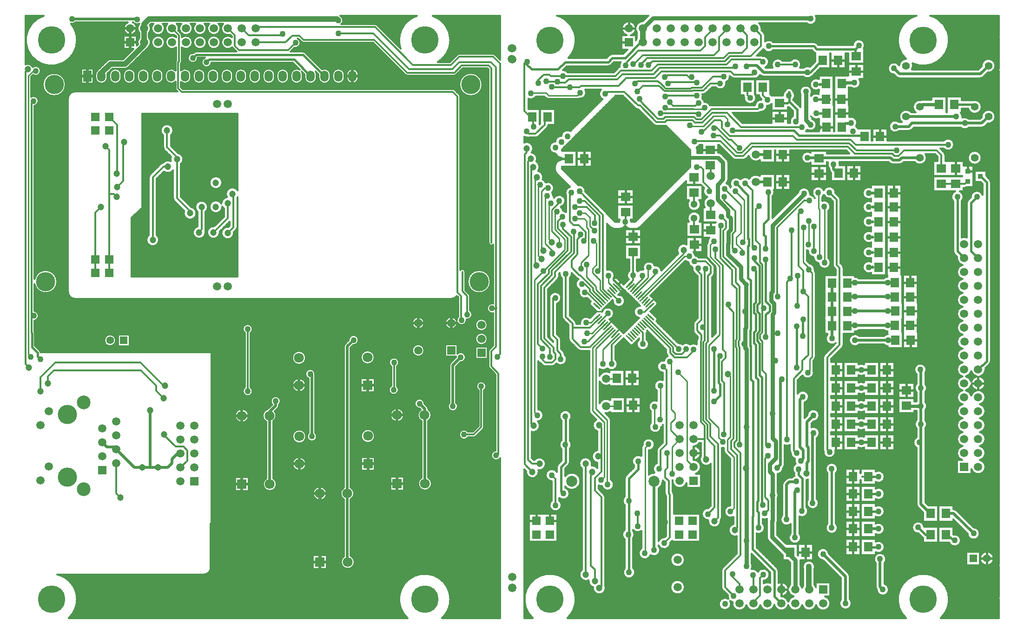
<source format=gbl>
%FSLAX43Y43*%
%MOMM*%
G71*
G01*
G75*
G04 Layer_Physical_Order=4*
%ADD10C,0.300*%
%ADD11R,1.600X1.800*%
%ADD12R,1.800X1.600*%
%ADD13R,1.300X0.850*%
%ADD14R,1.450X0.550*%
%ADD15R,1.450X0.550*%
%ADD16R,0.850X1.300*%
%ADD17R,2.150X0.600*%
%ADD18R,2.150X0.600*%
%ADD19R,2.500X0.500*%
%ADD20R,2.500X2.000*%
%ADD21O,1.800X0.350*%
%ADD22O,1.800X0.350*%
%ADD23R,1.500X1.300*%
%ADD24C,0.250*%
%ADD25R,0.300X1.600*%
%ADD26R,1.700X0.600*%
%ADD27R,1.700X0.600*%
%ADD28R,0.600X2.150*%
%ADD29R,0.600X1.700*%
%ADD30R,0.600X2.150*%
%ADD31R,1.550X0.600*%
%ADD32R,1.550X0.600*%
%ADD33C,0.063*%
%ADD34R,2.200X0.600*%
%ADD35R,2.200X0.600*%
%ADD36R,2.200X0.550*%
%ADD37R,2.200X0.550*%
%ADD38R,1.300X1.500*%
%ADD39R,2.700X2.500*%
%ADD40R,1.650X0.300*%
%ADD41C,0.500*%
%ADD42C,0.400*%
%ADD43C,0.600*%
%ADD44C,1.000*%
%ADD45C,0.800*%
%ADD46R,1.500X1.500*%
%ADD47C,1.500*%
%ADD48R,1.400X1.400*%
%ADD49C,1.400*%
%ADD50O,1.500X2.000*%
%ADD51R,1.500X2.000*%
%ADD52C,1.800*%
%ADD53R,1.800X1.800*%
%ADD54C,1.200*%
%ADD55C,3.500*%
%ADD56C,2.500*%
%ADD57C,5.000*%
%ADD58C,1.100*%
%ADD59C,1.300*%
%ADD60C,2.000*%
%ADD61C,1.500*%
%ADD62C,1.270*%
%ADD63R,0.950X0.900*%
%ADD64C,0.700*%
D10*
X87725Y107397D02*
G03*
X87718Y107177I1266J-149D01*
G01*
X86804Y104055D02*
G03*
X86450Y104201I-354J-354D01*
G01*
X86804Y104055D02*
G03*
X86450Y104201I-354J-354D01*
G01*
X80300D02*
G03*
X79947Y104055I0J-500D01*
G01*
X80300Y104201D02*
G03*
X79947Y104055I0J-500D01*
G01*
X78650Y106701D02*
G03*
X75429Y111126I-4650J0D01*
G01*
X76371Y102701D02*
G03*
X78650Y106701I-2371J4000D01*
G01*
X79400Y100251D02*
G03*
X79754Y100398I0J500D01*
G01*
X79400Y100251D02*
G03*
X79754Y100398I0J500D01*
G01*
X84500Y98601D02*
G03*
X84500Y98601I-2100J0D01*
G01*
X80450Y96451D02*
G03*
X80304Y96805I-500J0D01*
G01*
X80450Y96451D02*
G03*
X80304Y96805I-500J0D01*
G01*
X79454Y97655D02*
G03*
X79100Y97801I-354J-354D01*
G01*
X79454Y97655D02*
G03*
X79100Y97801I-354J-354D01*
G01*
X85650Y69751D02*
G03*
X86500Y69394I500J0D01*
G01*
Y58630D02*
G03*
X86500Y56901I-250J-864D01*
G01*
X86000Y62651D02*
G03*
X86000Y62651I-2100J0D01*
G01*
X82250Y60001D02*
G03*
X82104Y60355I-500J0D01*
G01*
X82250Y60001D02*
G03*
X82104Y60355I-500J0D01*
G01*
X82650Y56651D02*
G03*
X82250Y57400I-900J0D01*
G01*
X81608Y55762D02*
G03*
X82650Y56651I142J889D01*
G01*
X85747Y50255D02*
G03*
X85600Y49901I354J-354D01*
G01*
X85747Y50255D02*
G03*
X85600Y49901I354J-354D01*
G01*
X81620Y55615D02*
G03*
X81608Y55762I-900J0D01*
G01*
X85421Y54744D02*
G03*
X85421Y54744I-1100J0D01*
G01*
Y52204D02*
G03*
X85421Y52204I-1100J0D01*
G01*
X81350Y64451D02*
G03*
X80450Y64751I-500J0D01*
G01*
X79900Y55246D02*
G03*
X81620Y55615I821J369D01*
G01*
X80100Y56267D02*
G03*
X79825Y55524I620J-652D01*
G01*
X79909Y55102D02*
G03*
X79900Y55246I-1100J0D01*
G01*
X78850Y59526D02*
G03*
X79865Y60029I0J1275D01*
G01*
X78844Y59526D02*
G03*
X79865Y60029I6J1275D01*
G01*
X79825Y55524D02*
G03*
X79909Y55102I-1016J-422D01*
G01*
X65304Y109455D02*
G03*
X64950Y109601I-354J-354D01*
G01*
X65304Y109455D02*
G03*
X64950Y109601I-354J-354D01*
G01*
X72571Y111126D02*
G03*
X69621Y105138I1429J-4425D01*
G01*
X59150Y110301D02*
G03*
X58642Y111111I-900J0D01*
G01*
X58816Y109601D02*
G03*
X59150Y110301I-566J700D01*
G01*
X51547Y106398D02*
G03*
X51900Y106251I354J354D01*
G01*
X51547Y106398D02*
G03*
X51900Y106251I354J354D01*
G01*
X51350Y106201D02*
G03*
X50862Y107001I-900J0D01*
G01*
X52224Y104439D02*
G03*
X51834Y104601I-390J-388D01*
G01*
X52223Y104440D02*
G03*
X51834Y104601I-389J-389D01*
G01*
X50275Y105318D02*
G03*
X51350Y106201I176J883D01*
G01*
X61933Y100382D02*
G03*
X59733Y100382I-1100J0D01*
G01*
X59393D02*
G03*
X57193Y100382I-1100J0D01*
G01*
X56853D02*
G03*
X55285Y101378I-1100J0D01*
G01*
X54313Y100382D02*
G03*
X54152Y100956I-1100J0D01*
G01*
X51247Y101321D02*
G03*
X49573Y100382I-574J-939D01*
G01*
X51773D02*
G03*
X51612Y100956I-1100J0D01*
G01*
X70447Y100398D02*
G03*
X70800Y100251I354J354D01*
G01*
X70447Y100398D02*
G03*
X70800Y100251I354J354D01*
G01*
X73909Y55102D02*
G03*
X73909Y55102I-1100J0D01*
G01*
Y50102D02*
G03*
X73909Y50102I-1100J0D01*
G01*
X61000Y51103D02*
G03*
X61950Y52001I50J899D01*
G01*
X59733Y99882D02*
G03*
X61933Y99882I1100J0D01*
G01*
X57193D02*
G03*
X59393Y99882I1100J0D01*
G01*
X54653D02*
G03*
X56853Y99882I1100J0D01*
G01*
X52113D02*
G03*
X54313Y99882I1100J0D01*
G01*
X49573D02*
G03*
X51773Y99882I1100J0D01*
G01*
X61950Y52001D02*
G03*
X60151Y51951I-900J0D01*
G01*
X59476Y51275D02*
G03*
X59300Y50851I424J-424D01*
G01*
X59476Y51275D02*
G03*
X59300Y50851I424J-424D01*
G01*
X85600Y47201D02*
G03*
X85747Y46848I500J0D01*
G01*
X85600Y47201D02*
G03*
X85747Y46848I500J0D01*
G01*
X81470Y48863D02*
G03*
X79909Y49474I-900J0D01*
G01*
X79681Y49002D02*
G03*
X79672Y48813I889J-139D01*
G01*
X80520Y47965D02*
G03*
X81470Y48863I50J899D01*
G01*
X84800Y42803D02*
G03*
X85200Y43551I-500J748D01*
G01*
G03*
X83800Y42803I-900J0D01*
G01*
X84654Y35748D02*
G03*
X84800Y36101I-354J354D01*
G01*
X84654Y35748D02*
G03*
X84800Y36101I-354J354D01*
G01*
X80025Y39901D02*
G03*
X79725Y40572I-900J0D01*
G01*
X78701Y47843D02*
G03*
X78525Y47418I424J-424D01*
G01*
X78701Y47843D02*
G03*
X78525Y47418I424J-424D01*
G01*
X74650Y39401D02*
G03*
X74474Y39826I-600J0D01*
G01*
X74650Y39401D02*
G03*
X74474Y39826I-600J0D01*
G01*
X73950Y40401D02*
G03*
X73100Y39503I-900J0D01*
G01*
X78525Y40572D02*
G03*
X80025Y39901I600J-671D01*
G01*
X75220Y38301D02*
G03*
X74650Y39350I-1250J0D01*
G01*
Y37252D02*
G03*
X75220Y38301I-680J1049D01*
G01*
X73268Y39335D02*
G03*
X73450Y37164I702J-1034D01*
G01*
X86900Y31846D02*
G03*
X87725Y30418I100J-894D01*
G01*
Y10949D02*
G03*
X87718Y10727I1266J-151D01*
G01*
X82950Y34251D02*
G03*
X83304Y34398I0J500D01*
G01*
X82950Y34251D02*
G03*
X83304Y34398I0J500D01*
G01*
X81898Y35251D02*
G03*
X81898Y34251I-748J-500D01*
G01*
X87725Y4917D02*
G03*
X87717Y4813I2225J-216D01*
G01*
G03*
X87725Y4596I1273J-64D01*
G01*
X77145Y1276D02*
G03*
X78650Y4701I-3145J3425D01*
G01*
X75300Y25801D02*
G03*
X74650Y26898I-1250J0D01*
G01*
X73450D02*
G03*
X75300Y25801I600J-1097D01*
G01*
X78650Y4701D02*
G03*
X70855Y1276I-4650J0D01*
G01*
X68900Y47153D02*
G03*
X69300Y47901I-500J748D01*
G01*
G03*
X67900Y47153I-900J0D01*
G01*
X64850Y48831D02*
G03*
X64850Y48831I-1250J0D01*
G01*
X69250Y42901D02*
G03*
X68900Y43614I-900J0D01*
G01*
X67900Y43681D02*
G03*
X69250Y42901I450J-779D01*
G01*
X54035Y45636D02*
G03*
X54050Y45801I-885J165D01*
G01*
X54050Y45501D02*
G03*
X54035Y45636I-600J0D01*
G01*
X54050Y45501D02*
G03*
X54035Y45636I-600J0D01*
G01*
X54050Y45801D02*
G03*
X52850Y44953I-900J0D01*
G01*
X52350Y48751D02*
G03*
X52350Y48751I-1250J0D01*
G01*
Y43751D02*
G03*
X52350Y43751I-1250J0D01*
G01*
X47450Y40180D02*
G03*
X47750Y40851I-600J671D01*
G01*
X70220Y38301D02*
G03*
X70220Y38301I-1250J0D01*
G01*
X64900Y34481D02*
G03*
X64900Y34481I-1250J0D01*
G01*
X61150Y24001D02*
G03*
X60500Y25098I-1250J0D01*
G01*
Y22905D02*
G03*
X61150Y24001I-600J1097D01*
G01*
X59300Y25098D02*
G03*
X59300Y22905I600J-1097D01*
G01*
X61230Y11501D02*
G03*
X60500Y12638I-1250J0D01*
G01*
X59300Y12550D02*
G03*
X61230Y11501I680J-1049D01*
G01*
X54350Y34401D02*
G03*
X54050Y35072I-900J0D01*
G01*
X52850D02*
G03*
X54350Y34401I600J-671D01*
G01*
X52400D02*
G03*
X52400Y34401I-1250J0D01*
G01*
X56150Y24001D02*
G03*
X56150Y24001I-1250J0D01*
G01*
X52400Y29401D02*
G03*
X52400Y29401I-1250J0D01*
G01*
X37293Y109701D02*
G03*
X38548Y107716I837J-860D01*
G01*
X36790Y108841D02*
G03*
X36427Y109701I-1200J0D01*
G01*
X34753D02*
G03*
X36790Y108841I837J-860D01*
G01*
X34250D02*
G03*
X33887Y109701I-1200J0D01*
G01*
X38953Y105428D02*
G03*
X39047Y105298I447J223D01*
G01*
X38953Y105428D02*
G03*
X39047Y105298I447J223D01*
G01*
X38900Y107221D02*
G03*
X38953Y105428I-770J-920D01*
G01*
X36790Y106301D02*
G03*
X36790Y106301I-1200J0D01*
G01*
X33954Y103501D02*
G03*
X35149Y102601I296J-850D01*
G01*
X32213Y109701D02*
G03*
X34250Y108841I837J-860D01*
G01*
X31710D02*
G03*
X31347Y109701I-1200J0D01*
G01*
X29673D02*
G03*
X31710Y108841I837J-860D01*
G01*
X29170D02*
G03*
X28807Y109701I-1200J0D01*
G01*
X29095Y108423D02*
G03*
X29170Y108841I-1125J418D01*
G01*
X27133Y109701D02*
G03*
X28388Y107716I837J-860D01*
G01*
X29750Y107561D02*
G03*
X29604Y107915I-500J0D01*
G01*
X29750Y107561D02*
G03*
X29604Y107915I-500J0D01*
G01*
X34250Y106301D02*
G03*
X34250Y106301I-1200J0D01*
G01*
X31710D02*
G03*
X29750Y107230I-1200J0D01*
G01*
Y105372D02*
G03*
X31710Y106301I760J929D01*
G01*
X32350Y104601D02*
G03*
X31961Y104440I0J-550D01*
G01*
X32350Y104601D02*
G03*
X31960Y104439I0J-550D01*
G01*
X31865Y104344D02*
G03*
X32650Y103451I-115J-893D01*
G01*
X28750Y107213D02*
G03*
X28750Y105389I-780J-912D01*
G01*
X29604Y102448D02*
G03*
X29750Y102801I-354J354D01*
G01*
X28747Y103005D02*
G03*
X28600Y102651I354J-354D01*
G01*
X29604Y102448D02*
G03*
X29750Y102801I-354J354D01*
G01*
X28747Y103005D02*
G03*
X28600Y102651I354J-354D01*
G01*
X49233Y100382D02*
G03*
X47033Y100382I-1100J0D01*
G01*
X46693D02*
G03*
X44493Y100382I-1100J0D01*
G01*
X44153D02*
G03*
X41953Y100382I-1100J0D01*
G01*
X41613D02*
G03*
X39413Y100382I-1100J0D01*
G01*
X39073D02*
G03*
X36873Y100382I-1100J0D01*
G01*
X47033Y99882D02*
G03*
X49233Y99882I1100J0D01*
G01*
X44493D02*
G03*
X46693Y99882I1100J0D01*
G01*
X41953D02*
G03*
X44153Y99882I1100J0D01*
G01*
X39413D02*
G03*
X41613Y99882I1100J0D01*
G01*
X36873D02*
G03*
X39073Y99882I1100J0D01*
G01*
X36533Y100382D02*
G03*
X34333Y100382I-1100J0D01*
G01*
X33993D02*
G03*
X31793Y100382I-1100J0D01*
G01*
X31453D02*
G03*
X29600Y101184I-1100J0D01*
G01*
X28600Y101151D02*
G03*
X26713Y100382I-787J-768D01*
G01*
X34333Y99882D02*
G03*
X36533Y99882I1100J0D01*
G01*
X31793D02*
G03*
X33993Y99882I1100J0D01*
G01*
X29600Y99080D02*
G03*
X31453Y99882I753J802D01*
G01*
X26713D02*
G03*
X28600Y99114I1100J0D01*
G01*
Y97901D02*
G03*
X28747Y97548I500J0D01*
G01*
X28600Y97901D02*
G03*
X28747Y97548I500J0D01*
G01*
X26630Y108841D02*
G03*
X26267Y109701I-1200J0D01*
G01*
X24593D02*
G03*
X26630Y108841I837J-860D01*
G01*
X24090D02*
G03*
X23915Y109464I-1200J0D01*
G01*
X23740Y107994D02*
G03*
X24090Y108841I-850J847D01*
G01*
X22041Y109690D02*
G03*
X22040Y107994I849J-848D01*
G01*
X21186Y109702D02*
G03*
X22044Y109718I414J799D01*
G01*
X20947Y109882D02*
G03*
X20806Y109951I-597J-1041D01*
G01*
X21550Y108841D02*
G03*
X21186Y109702I-1200J0D01*
G01*
X19894Y109951D02*
G03*
X21550Y108841I456J-1110D01*
G01*
X26630Y106301D02*
G03*
X26630Y106301I-1200J0D01*
G01*
X24090D02*
G03*
X23740Y107148I-1200J0D01*
G01*
X22040D02*
G03*
X21756Y105909I850J-847D01*
G01*
X23538Y105291D02*
G03*
X24090Y106301I-648J1010D01*
G01*
X9553Y109701D02*
G03*
X10397Y109951I200J878D01*
G01*
X10650Y106701D02*
G03*
X9553Y109701I-4650J0D01*
G01*
X4571Y111126D02*
G03*
X10650Y106701I1429J-4425D01*
G01*
X26373Y100382D02*
G03*
X24173Y100382I-1100J0D01*
G01*
X23833D02*
G03*
X21633Y100382I-1100J0D01*
G01*
X21293D02*
G03*
X19093Y100382I-1100J0D01*
G01*
X19400Y101501D02*
G03*
X20001Y101750I0J850D01*
G01*
X19400Y101501D02*
G03*
X20001Y101750I0J850D01*
G01*
X16750Y103201D02*
G03*
X16149Y102952I0J-850D01*
G01*
X16750Y103201D02*
G03*
X16149Y102952I0J-850D01*
G01*
X18753Y100382D02*
G03*
X16553Y100382I-1100J0D01*
G01*
X16213D02*
G03*
X16193Y100592I-1100J0D01*
G01*
X24173Y99882D02*
G03*
X26373Y99882I1100J0D01*
G01*
X21633D02*
G03*
X23833Y99882I1100J0D01*
G01*
X19093D02*
G03*
X21293Y99882I1100J0D01*
G01*
X16553D02*
G03*
X18753Y99882I1100J0D01*
G01*
X14481Y101283D02*
G03*
X14013Y100382I632J-900D01*
G01*
X2557Y101778D02*
G03*
X1275Y102288I-882J-352D01*
G01*
X4050Y101101D02*
G03*
X2557Y101778I-900J0D01*
G01*
X2634Y100364D02*
G03*
X4050Y101101I516J738D01*
G01*
X14013Y99882D02*
G03*
X16213Y99882I1100J0D01*
G01*
X10325Y97326D02*
G03*
X9025Y96051I-25J-1275D01*
G01*
X8600Y98601D02*
G03*
X8600Y98601I-2100J0D01*
G01*
X3650Y95601D02*
G03*
X2275Y96366I-900J0D01*
G01*
X2900Y94714D02*
G03*
X3650Y95601I-150J887D01*
G01*
X42250Y53253D02*
G03*
X42650Y54001I-500J748D01*
G01*
Y42651D02*
G03*
X42250Y43400I-900J0D01*
G01*
X47274Y39577D02*
G03*
X47450Y40001I-424J424D01*
G01*
X47274Y39577D02*
G03*
X47450Y40001I-424J424D01*
G01*
X47750Y40851D02*
G03*
X46214Y40214I-900J0D01*
G01*
X46950Y38201D02*
G03*
X46678Y38980I-1250J0D01*
G01*
X46380Y37152D02*
G03*
X46950Y38201I-680J1049D01*
G01*
X45420Y39419D02*
G03*
X45180Y37064I280J-1218D01*
G01*
X42650Y54001D02*
G03*
X41250Y53253I-900J0D01*
G01*
Y43400D02*
G03*
X42650Y42651I500J-748D01*
G01*
X41950Y38201D02*
G03*
X41950Y38201I-1250J0D01*
G01*
X47030Y25701D02*
G03*
X46380Y26798I-1250J0D01*
G01*
X45180D02*
G03*
X47030Y25701I600J-1097D01*
G01*
X9025Y60807D02*
G03*
X10090Y59544I1275J-6D01*
G01*
X9025Y60801D02*
G03*
X10090Y59544I1275J0D01*
G01*
X7050Y62651D02*
G03*
X2900Y63107I-2100J0D01*
G01*
Y62196D02*
G03*
X7050Y62651I2050J455D01*
G01*
X33750Y9226D02*
G03*
X35025Y10501I0J1275D01*
G01*
X33750Y9226D02*
G03*
X35025Y10501I0J1275D01*
G01*
X17735Y51937D02*
G03*
X17735Y51937I-1050J0D01*
G01*
X10090Y59544D02*
G03*
X10300Y59526I210J1258D01*
G01*
X10090Y59544D02*
G03*
X10303Y59526I210J1258D01*
G01*
X3686Y56415D02*
G03*
X2900Y57308I-900J0D01*
G01*
Y55522D02*
G03*
X3686Y56415I-114J893D01*
G01*
X3000Y53214D02*
G03*
X2900Y53531I-550J0D01*
G01*
X3999Y49751D02*
G03*
X3839Y50103I-549J-37D01*
G01*
X3999Y49751D02*
G03*
X3838Y50104I-549J-37D01*
G01*
X10650Y4701D02*
G03*
X7071Y9226I-4650J0D01*
G01*
X9145Y1276D02*
G03*
X10650Y4701I-3145J3425D01*
G01*
X39925Y79296D02*
G03*
X37983Y78063I-965J-625D01*
G01*
G03*
X36961Y76869I126J-1143D01*
G01*
X39860Y77955D02*
G03*
X39925Y78046I-900J716D01*
G01*
X37109Y76353D02*
G03*
X37409Y76008I1000J567D01*
G01*
X37110Y80701D02*
G03*
X37110Y80701I-1150J0D01*
G01*
X30007Y84972D02*
G03*
X29102Y86096I-1150J0D01*
G01*
X29557Y84060D02*
G03*
X30007Y84972I-700J912D01*
G01*
X38260Y72659D02*
G03*
X39259Y71519I-150J-1140D01*
G01*
X39655Y72074D02*
G03*
X39860Y72569I-495J495D01*
G01*
X39655Y72074D02*
G03*
X39860Y72569I-495J495D01*
G01*
X36961Y76869D02*
G03*
X37110Y76301I-1000J-567D01*
G01*
X35659Y72759D02*
G03*
X36659Y71619I-150J-1140D01*
G01*
X39259Y71519D02*
G03*
X39250Y71669I-1150J0D01*
G01*
X36659Y71619D02*
G03*
X36649Y71769I-1150J0D01*
G01*
X34058Y75358D02*
G03*
X34508Y76270I-700J912D01*
G01*
G03*
X32658Y75358I-1150J0D01*
G01*
X32408Y75120D02*
G03*
X31467Y76251I-1150J0D01*
G01*
X30190Y75548D02*
G03*
X32408Y75120I1068J-428D01*
G01*
X34016Y71929D02*
G03*
X34058Y72169I-657J240D01*
G01*
X34016Y71929D02*
G03*
X34058Y72169I-657J240D01*
G01*
X34058Y71619D02*
G03*
X34016Y71929I-1150J0D01*
G01*
X34468Y63567D02*
G03*
X34350Y63576I-118J-766D01*
G01*
X34240D02*
G03*
X34137Y63584I-189J-1725D01*
G01*
Y63584D02*
G03*
X33979Y63576I-39J-774D01*
G01*
X32658Y72742D02*
G03*
X34058Y71619I250J-1123D01*
G01*
X27757Y89311D02*
G03*
X28207Y90224I-700J912D01*
G01*
G03*
X26357Y89311I-1150J0D01*
G01*
X27798Y85420D02*
G03*
X27759Y84631I1059J-448D01*
G01*
G03*
X26286Y84312I-552J-1009D01*
G01*
X26494Y82720D02*
G03*
X28157Y82975I713J902D01*
G01*
X26357Y87151D02*
G03*
X26562Y86656I700J0D01*
G01*
X26357Y87151D02*
G03*
X26562Y86656I700J0D01*
G01*
X26286Y84312D02*
G03*
X25912Y84117I120J-690D01*
G01*
X26286Y84312D02*
G03*
X25912Y84117I120J-690D01*
G01*
X23961Y82167D02*
G03*
X23756Y81672I495J-495D01*
G01*
X23961Y82167D02*
G03*
X23756Y81672I495J-495D01*
G01*
X28157Y77871D02*
G03*
X28362Y77376I700J0D01*
G01*
X28157Y77871D02*
G03*
X28362Y77376I700J0D01*
G01*
X25606Y70269D02*
G03*
X25156Y71181I-1150J0D01*
G01*
X23756D02*
G03*
X25606Y70269I700J-912D01*
G01*
X177930Y102040D02*
G03*
X175435Y101926I-1250J0D01*
G01*
X176567Y100795D02*
G03*
X177930Y102040I113J1245D01*
G01*
X175190Y99750D02*
G03*
X175756Y99984I-0J800D01*
G01*
X175190Y99750D02*
G03*
X175761Y99989I0J800D01*
G01*
X175430Y94540D02*
G03*
X173715Y95700I-1250J0D01*
G01*
X172977Y94200D02*
G03*
X175430Y94540I1203J340D01*
G01*
X176567Y91495D02*
G03*
X177930Y92740I113J1245D01*
G01*
G03*
X175435Y92626I-1250J0D01*
G01*
X175490Y90750D02*
G03*
X176056Y90984I0J800D01*
G01*
X175490Y90750D02*
G03*
X176056Y90984I0J800D01*
G01*
X171924Y92750D02*
G03*
X171629Y93500I-1100J0D01*
G01*
X173129Y92350D02*
G03*
X171905Y92545I-755J-800D01*
G01*
X171619Y90750D02*
G03*
X173129Y90750I755J800D01*
G01*
X175430Y85240D02*
G03*
X175430Y85240I-1250J0D01*
G01*
X169474Y106700D02*
G03*
X166088Y111175I-4650J0D01*
G01*
X162845Y102492D02*
G03*
X169474Y106700I1979J4208D01*
G01*
X163561Y111175D02*
G03*
X161663Y103290I1264J-4475D01*
G01*
X162930Y102040D02*
G03*
X162845Y102492I-1250J0D01*
G01*
X162723Y101350D02*
G03*
X162930Y102040I-1043J690D01*
G01*
X170424Y87650D02*
G03*
X168476Y88350I-1100J0D01*
G01*
Y86950D02*
G03*
X170424Y87650I849J700D01*
G01*
X168813Y85725D02*
G03*
X168608Y86220I-700J0D01*
G01*
X168813Y85725D02*
G03*
X168608Y86220I-700J0D01*
G01*
X164380Y95774D02*
G03*
X163430Y93540I-200J-1234D01*
G01*
X165430Y85240D02*
G03*
X165228Y85922I-1250J0D01*
G01*
X162174Y90150D02*
G03*
X162741Y90385I0J800D01*
G01*
X162174Y90150D02*
G03*
X162740Y90384I0J800D01*
G01*
X162641Y93540D02*
G03*
X160916Y91750I-960J-800D01*
G01*
X163220Y84440D02*
G03*
X165430Y85240I960J800D01*
G01*
X177118Y80770D02*
G03*
X176899Y81301I-750J0D01*
G01*
X177118Y80770D02*
G03*
X176899Y81301I-750J0D01*
G01*
X172365Y79768D02*
G03*
X172796Y79916I0J700D01*
G01*
X172365Y79768D02*
G03*
X172796Y79916I0J700D01*
G01*
X175618Y78447D02*
G03*
X173475Y78061I-1044J-347D01*
G01*
X172987Y77574D02*
G03*
X172768Y77043I530J-530D01*
G01*
X172987Y77574D02*
G03*
X172768Y77043I530J-530D01*
G01*
X171774Y77314D02*
G03*
X172124Y78119I-750J805D01*
G01*
G03*
X171451Y79133I-1100J0D01*
G01*
X170598D02*
G03*
X170274Y77314I427J-1014D01*
G01*
X172768Y70693D02*
G03*
X171774Y70690I-493J-1203D01*
G01*
X170274Y68200D02*
G03*
X170494Y67670I750J0D01*
G01*
X170274Y68200D02*
G03*
X170494Y67670I750J0D01*
G01*
X170993Y67170D02*
G03*
X171997Y65680I1281J-221D01*
G01*
G03*
X171997Y63140I278J-1270D01*
G01*
G03*
X171997Y60600I278J-1270D01*
G01*
G03*
X171997Y58060I278J-1270D01*
G01*
G03*
X171997Y55520I278J-1270D01*
G01*
G03*
X171997Y52980I278J-1270D01*
G01*
G03*
X171997Y50440I278J-1270D01*
G01*
X161663Y103290D02*
G03*
X160431Y102093I17J-1250D01*
G01*
X160009Y99899D02*
G03*
X160474Y99750I465J651D01*
G01*
X160009Y99899D02*
G03*
X160474Y99750I465J651D01*
G01*
X160431Y102093D02*
G03*
X159443Y100450I-957J-543D01*
G01*
X153969Y105103D02*
G03*
X154163Y105727I-906J624D01*
G01*
G03*
X151965Y105800I-1100J0D01*
G01*
X153374Y98950D02*
G03*
X153160Y99603I-1100J0D01*
G01*
X151576Y98100D02*
G03*
X153374Y98950I698J850D01*
G01*
X152762Y91623D02*
G03*
X151322Y92669I-1100J0D01*
G01*
X160429Y91750D02*
G03*
X160429Y90150I-755J-800D01*
G01*
X160503Y84040D02*
G03*
X161069Y84275I0J800D01*
G01*
X160503Y84040D02*
G03*
X161070Y84276I0J800D01*
G01*
X158706D02*
G03*
X159273Y84040I567J565D01*
G01*
X158707Y84275D02*
G03*
X159273Y84040I566J566D01*
G01*
X152554Y90980D02*
G03*
X152762Y91623I-892J643D01*
G01*
X152947Y90603D02*
G03*
X152554Y90980I-934J-581D01*
G01*
X145374Y110600D02*
G03*
X145212Y111175I-1100J0D01*
G01*
X145405Y106130D02*
G03*
X144874Y106350I-530J-530D01*
G01*
X143519Y109800D02*
G03*
X145374Y110600I755J800D01*
G01*
X145405Y106130D02*
G03*
X144874Y106350I-530J-530D01*
G01*
X144177Y101853D02*
G03*
X142969Y101650I-453J-1003D01*
G01*
Y100050D02*
G03*
X144614Y100203I755J800D01*
G01*
X145777Y99596D02*
G03*
X145777Y97654I-517J-971D01*
G01*
X149574Y84050D02*
G03*
X149503Y84440I-1100J0D01*
G01*
X147446D02*
G03*
X147674Y83295I1029J-390D01*
G01*
Y83200D02*
G03*
X147910Y82633I800J0D01*
G01*
X147674Y83200D02*
G03*
X147909Y82634I800J0D01*
G01*
X144360Y96770D02*
G03*
X144510Y97324I-950J555D01*
G01*
X145772Y96848D02*
G03*
X144360Y96506I-511J-974D01*
G01*
X145360Y91273D02*
G03*
X144540Y92337I-1100J0D01*
G01*
X144360Y92803D02*
G03*
X145822Y92383I950J554D01*
G01*
X143656Y90354D02*
G03*
X145360Y91273I604J919D01*
G01*
X143429Y90050D02*
G03*
X143656Y90354I-755J800D01*
G01*
X144328Y86182D02*
G03*
X144328Y84361I-617J-910D01*
G01*
X155337Y79798D02*
G03*
X155337Y77802I-462J-998D01*
G01*
Y77248D02*
G03*
X155337Y75252I-462J-998D01*
G01*
X155337Y74591D02*
G03*
X155337Y72595I-462J-998D01*
G01*
Y71791D02*
G03*
X155337Y69795I-462J-998D01*
G01*
Y68998D02*
G03*
X155337Y67002I-462J-998D01*
G01*
X149724Y77607D02*
G03*
X149519Y78102I-700J0D01*
G01*
X149724Y77607D02*
G03*
X149519Y78102I-700J0D01*
G01*
X158302Y63522D02*
G03*
X157559Y63222I12J-1100D01*
G01*
X157609Y53864D02*
G03*
X158302Y53565I755J800D01*
G01*
X158367Y53062D02*
G03*
X157656Y52760I47J-1099D01*
G01*
X157662Y51160D02*
G03*
X158367Y50864I752J803D01*
G01*
X155337Y66270D02*
G03*
X155337Y64274I-462J-998D01*
G01*
X153117Y63222D02*
G03*
X152312Y63521I-755J-800D01*
G01*
X150274Y65150D02*
G03*
X150069Y65645I-700J0D01*
G01*
X150274Y65150D02*
G03*
X150069Y65645I-700J0D01*
G01*
X152312Y53565D02*
G03*
X153117Y53864I50J1099D01*
G01*
X153121Y52760D02*
G03*
X153114Y51160I-758J-797D01*
G01*
X150069Y50631D02*
G03*
X150274Y51126I-495J495D01*
G01*
X150069Y50631D02*
G03*
X150274Y51126I-495J495D01*
G01*
X148811Y78920D02*
G03*
X146689Y79326I-1100J0D01*
G01*
X146697Y78494D02*
G03*
X147816Y77825I1014J426D01*
G01*
X146399Y78073D02*
G03*
X146697Y78494I-725J827D01*
G01*
X146689Y79326D02*
G03*
X144809Y78221I-1014J-426D01*
G01*
G03*
X144163Y78541I-785J-771D01*
G01*
X145049Y77849D02*
G03*
X144890Y78129I-1025J-399D01*
G01*
X147499Y75523D02*
G03*
X147874Y76350I-725J827D01*
G01*
X147911Y66117D02*
G03*
X147499Y66974I-1100J0D01*
G01*
X147874Y76350D02*
G03*
X146399Y77384I-1100J0D01*
G01*
X143815Y68321D02*
G03*
X144811Y67122I1095J-104D01*
G01*
G03*
X145714Y66035I1100J-5D01*
G01*
X148324Y65700D02*
G03*
X148529Y65205I700J0D01*
G01*
X148324Y65700D02*
G03*
X148529Y65205I700J0D01*
G01*
X145714Y66035D02*
G03*
X147911Y66117I1097J82D01*
G01*
X147362Y53018D02*
G03*
X148874Y51425I800J-755D01*
G01*
X145024Y64866D02*
G03*
X144135Y65946I-1100J0D01*
G01*
X145199Y64266D02*
G03*
X145016Y64729I-675J0D01*
G01*
X145199Y64266D02*
G03*
X145016Y64729I-675J0D01*
G01*
X146816Y49357D02*
G03*
X146611Y48862I495J-495D01*
G01*
X146816Y49357D02*
G03*
X146611Y48862I495J-495D01*
G01*
X145002Y48449D02*
G03*
X145199Y48926I-477J477D01*
G01*
X145002Y48449D02*
G03*
X145199Y48926I-477J477D01*
G01*
X176899Y47654D02*
G03*
X177118Y48184I-530J530D01*
G01*
X176899Y47654D02*
G03*
X177118Y48184I-530J530D01*
G01*
X175092Y45360D02*
G03*
X176114Y46630I-278J1270D01*
G01*
X173544Y46352D02*
G03*
X174537Y45360I1270J278D01*
G01*
X176114Y44090D02*
G03*
X175092Y45360I-1300J0D01*
G01*
X175092Y42820D02*
G03*
X176114Y44090I-278J1270D01*
G01*
X174537Y45360D02*
G03*
X173544Y44368I278J-1270D01*
G01*
Y43812D02*
G03*
X174537Y42820I1270J278D01*
G01*
X176114Y41550D02*
G03*
X175092Y42820I-1300J0D01*
G01*
X174537D02*
G03*
X173544Y41828I278J-1270D01*
G01*
X175092Y40280D02*
G03*
X176114Y41550I-278J1270D01*
G01*
X172552Y45360D02*
G03*
X173544Y46352I-278J1270D01*
G01*
X171997Y50440D02*
G03*
X171997Y47900I278J-1270D01*
G01*
G03*
X171997Y45360I278J-1270D01*
G01*
X173544Y44368D02*
G03*
X172552Y45360I-1270J-278D01*
G01*
X171997D02*
G03*
X171997Y42820I278J-1270D01*
G01*
X165174Y45968D02*
G03*
X165374Y46600I-900J632D01*
G01*
X172552Y42820D02*
G03*
X173544Y43812I-278J1270D01*
G01*
X173544Y41828D02*
G03*
X172552Y42820I-1270J-278D01*
G01*
X171997D02*
G03*
X171997Y40280I278J-1270D01*
G01*
X176114Y39010D02*
G03*
X175092Y40280I-1300J0D01*
G01*
Y37740D02*
G03*
X176114Y39010I-278J1270D01*
G01*
Y36470D02*
G03*
X175092Y37740I-1300J0D01*
G01*
Y35200D02*
G03*
X176114Y36470I-278J1270D01*
G01*
Y33930D02*
G03*
X175092Y35200I-1300J0D01*
G01*
Y32660D02*
G03*
X176114Y33930I-278J1270D01*
G01*
Y31390D02*
G03*
X175092Y32660I-1300J0D01*
G01*
Y30120D02*
G03*
X176114Y31390I-278J1270D01*
G01*
X171997Y40280D02*
G03*
X171997Y37740I278J-1270D01*
G01*
G03*
X171997Y35200I278J-1270D01*
G01*
G03*
X171997Y32660I278J-1270D01*
G01*
G03*
X171884Y30150I278J-1270D01*
G01*
X165374Y46600D02*
G03*
X163574Y45751I-1100J0D01*
G01*
X165468Y43243D02*
G03*
X165174Y43991I-1100J0D01*
G01*
Y42495D02*
G03*
X165468Y43243I-807J748D01*
G01*
X163574Y44005D02*
G03*
X163574Y42481I793J-762D01*
G01*
X165474Y39950D02*
G03*
X165174Y40705I-1100J0D01*
G01*
Y39195D02*
G03*
X165474Y39950I-800J755D01*
G01*
X165468Y36643D02*
G03*
X165174Y37391I-1100J0D01*
G01*
Y35895D02*
G03*
X165468Y36643I-807J748D01*
G01*
X163574Y37405D02*
G03*
X163574Y35882I793J-762D01*
G01*
X165215Y33308D02*
G03*
X165174Y33605I-1100J0D01*
G01*
Y33011D02*
G03*
X165215Y33308I-1059J297D01*
G01*
X163574Y34266D02*
G03*
X163574Y32350I541J-958D01*
G01*
X176114Y28850D02*
G03*
X175092Y30120I-1300J0D01*
G01*
X173574Y28460D02*
G03*
X176114Y28850I1240J390D01*
G01*
X175071Y16704D02*
G03*
X174003Y17804I-1100J0D01*
G01*
X172872Y16672D02*
G03*
X175071Y16704I1100J32D01*
G01*
X170894Y20913D02*
G03*
X170327Y21149I-567J-565D01*
G01*
X170893Y20914D02*
G03*
X170327Y21149I-566J-566D01*
G01*
X171643Y15450D02*
G03*
X170280Y16518I-1100J0D01*
G01*
X169514Y15061D02*
G03*
X171643Y15450I1029J389D01*
G01*
X177636Y12142D02*
G03*
X177636Y12142I-1250J0D01*
G01*
X167969Y1275D02*
G03*
X169474Y4700I-3145J3425D01*
G01*
X163574Y22067D02*
G03*
X163809Y21502I800J0D01*
G01*
X163574Y22067D02*
G03*
X163810Y21501I800J0D01*
G01*
X164960Y17961D02*
G03*
X163910Y16705I-1089J-156D01*
G01*
X169474Y4700D02*
G03*
X161679Y1275I-4650J0D01*
G01*
X158540Y6500D02*
G03*
X157740Y7559I-1100J0D01*
G01*
X156340Y6471D02*
G03*
X158540Y6500I1100J30D01*
G01*
X154020Y47535D02*
G03*
X153022Y47543I-507J-976D01*
G01*
Y45575D02*
G03*
X154020Y45583I491J984D01*
G01*
X154024Y44224D02*
G03*
X153022Y44234I-512J-974D01*
G01*
Y42266D02*
G03*
X154024Y42276I491J984D01*
G01*
Y40924D02*
G03*
X153022Y40934I-512J-974D01*
G01*
Y38966D02*
G03*
X154024Y38976I491J984D01*
G01*
X154020Y37626D02*
G03*
X153022Y37634I-507J-976D01*
G01*
Y35666D02*
G03*
X154020Y35674I491J984D01*
G01*
Y34333D02*
G03*
X153022Y34341I-507J-976D01*
G01*
Y32372D02*
G03*
X154020Y32380I491J984D01*
G01*
X144860Y46061D02*
G03*
X144785Y46460I-1100J0D01*
G01*
X142787Y45549D02*
G03*
X144860Y46061I973J513D01*
G01*
X143174Y40592D02*
G03*
X143974Y41650I-300J1058D01*
G01*
X148824Y31600D02*
G03*
X148782Y31903I-1100J0D01*
G01*
X146643Y31803D02*
G03*
X148824Y31600I1081J-203D01*
G01*
X144806Y37150D02*
G03*
X145874Y38250I-32J1100D01*
G01*
G03*
X143675Y38282I-1100J0D01*
G01*
X145924Y35050D02*
G03*
X144424Y36075I-1100J0D01*
G01*
X145424Y34128D02*
G03*
X145924Y35050I-600J922D01*
G01*
X157763Y27057D02*
G03*
X156122Y28014I-1100J0D01*
G01*
Y26099D02*
G03*
X157763Y27057I542J957D01*
G01*
Y23950D02*
G03*
X156122Y24907I-1100J0D01*
G01*
Y22993D02*
G03*
X157763Y23950I542J957D01*
G01*
Y20743D02*
G03*
X156122Y21701I-1100J0D01*
G01*
Y19786D02*
G03*
X157763Y20743I542J957D01*
G01*
Y17550D02*
G03*
X156122Y18507I-1100J0D01*
G01*
Y16593D02*
G03*
X157763Y17550I542J957D01*
G01*
X148874Y27695D02*
G03*
X149224Y28500I-750J805D01*
G01*
X157740Y11297D02*
G03*
X158040Y12052I-800J755D01*
G01*
X157763Y14253D02*
G03*
X156122Y15211I-1100J0D01*
G01*
Y13296D02*
G03*
X157763Y14253I542J957D01*
G01*
X158040Y12052D02*
G03*
X156140Y11297I-1100J0D01*
G01*
Y7001D02*
G03*
X156340Y6471I800J0D01*
G01*
X156140Y7001D02*
G03*
X156340Y6471I800J0D01*
G01*
X151738Y3950D02*
G03*
X151438Y4705I-1100J0D01*
G01*
Y8851D02*
G03*
X151204Y9417I-800J0D01*
G01*
X151438Y8851D02*
G03*
X151203Y9418I-800J0D01*
G01*
X149838Y4705D02*
G03*
X151738Y3950I800J-755D01*
G01*
X149224Y28500D02*
G03*
X147374Y27695I-1100J0D01*
G01*
X149224Y17750D02*
G03*
X148874Y18555I-1100J0D01*
G01*
X147374D02*
G03*
X149224Y17750I750J-805D01*
G01*
X145760Y22255D02*
G03*
X145424Y23047I-1100J0D01*
G01*
X143824Y22970D02*
G03*
X145760Y22255I836J-714D01*
G01*
X143824Y20800D02*
G03*
X143560Y21515I-1100J0D01*
G01*
X147636Y12984D02*
G03*
X146505Y11853I-1100J-32D01*
G01*
X147861Y3960D02*
G03*
X146951Y5200I-1300J0D01*
G01*
X145291Y3682D02*
G03*
X147861Y3960I1270J278D01*
G01*
X145010Y10325D02*
G03*
X145060Y10653I-1050J328D01*
G01*
X145261Y6890D02*
G03*
X145010Y7343I-1240J-390D01*
G01*
X145060Y10653D02*
G03*
X142910Y10325I-1100J0D01*
G01*
X142751Y3682D02*
G03*
X145291Y3682I1270J278D01*
G01*
X142910Y7176D02*
G03*
X142751Y6778I1111J-676D01*
G01*
X142560Y102276D02*
G03*
X140572Y102926I-1100J0D01*
G01*
X142364Y101650D02*
G03*
X142560Y102276I-905J626D01*
G01*
X137479Y106350D02*
G03*
X135974Y106449I-805J-750D01*
G01*
X139157Y102926D02*
G03*
X137371Y101650I-849J-700D01*
G01*
X136012Y101703D02*
G03*
X136708Y102726I-404J1023D01*
G01*
X144510Y97324D02*
G03*
X142460Y96770I-1100J0D01*
G01*
X141424Y96600D02*
G03*
X141154Y97322I-1100J0D01*
G01*
X140670Y97859D02*
G03*
X139663Y97479I-346J-609D01*
G01*
X141154Y97322D02*
G03*
X140670Y97859I-730J-172D01*
G01*
X141112Y95832D02*
G03*
X141424Y96600I-788J768D01*
G01*
X141060Y92826D02*
G03*
X140558Y91550I550J-953D01*
G01*
X139663Y97479D02*
G03*
X139225Y96556I662J-879D01*
G01*
X137230D02*
G03*
X136920Y96798I-821J-732D01*
G01*
X136358Y94725D02*
G03*
X137212Y95073I50J1099D01*
G01*
X135974Y107600D02*
G03*
X135769Y108095I-700J0D01*
G01*
X135974Y107600D02*
G03*
X135769Y108095I-700J0D01*
G01*
X135701Y105087D02*
G03*
X137479Y104850I973J513D01*
G01*
X136708Y102726D02*
G03*
X135446Y103814I-1100J0D01*
G01*
X135334Y108840D02*
G03*
X134911Y109800I-1300J0D01*
G01*
X135168Y100284D02*
G03*
X135733Y100050I566J566D01*
G01*
X135167Y100285D02*
G03*
X135733Y100050I567J565D01*
G01*
X133729Y99726D02*
G03*
X135081Y100371I329J1050D01*
G01*
X134870Y96662D02*
G03*
X135075Y96167I700J0D01*
G01*
X134870Y96662D02*
G03*
X135075Y96167I700J0D01*
G01*
X134358Y96174D02*
G03*
X134240Y96668I-1100J0D01*
G01*
X135308Y95823D02*
G03*
X134163Y94824I-50J-1099D01*
G01*
X132166Y96308D02*
G03*
X134358Y96174I1092J-134D01*
G01*
X129812Y99930D02*
G03*
X130307Y99725I495J495D01*
G01*
X129812Y99930D02*
G03*
X130307Y99725I495J495D01*
G01*
X128899Y99035D02*
G03*
X129574Y100050I-425J1015D01*
G01*
X126976Y98100D02*
G03*
X128924Y98800I849J700D01*
G01*
X132070Y96661D02*
G03*
X132166Y96308I700J0D01*
G01*
X132070Y96661D02*
G03*
X132166Y96308I700J0D01*
G01*
X125539Y97325D02*
G03*
X125850Y97635I-315J625D01*
G01*
X124774Y96850D02*
G03*
X125269Y97055I0J700D01*
G01*
X124774Y96850D02*
G03*
X125269Y97055I0J700D01*
G01*
X124624Y96550D02*
G03*
X124583Y96850I-1100J0D01*
G01*
X124523Y96089D02*
G03*
X124624Y96550I-999J461D01*
G01*
X124946Y95450D02*
G03*
X124523Y96089I-1071J-250D01*
G01*
X135153Y93629D02*
G03*
X136358Y94724I105J1095D01*
G01*
X134658Y93424D02*
G03*
X135153Y93629I0J700D01*
G01*
X134658Y93424D02*
G03*
X135153Y93629I0J700D01*
G01*
X133005Y85579D02*
G03*
X135037Y84805I1270J279D01*
G01*
X132007Y84871D02*
G03*
X132502Y85076I0J700D01*
G01*
X132007Y84871D02*
G03*
X132502Y85076I0J700D01*
G01*
X125991Y94771D02*
G03*
X124946Y95450I-1016J-421D01*
G01*
X123546Y87144D02*
G03*
X124108Y87622I-391J1028D01*
G01*
X123624Y86700D02*
G03*
X123546Y87144I-1300J0D01*
G01*
X123624Y86700D02*
G03*
X123546Y87144I-1300J0D01*
G01*
X130112Y85076D02*
G03*
X130607Y84871I495J495D01*
G01*
X130112Y85076D02*
G03*
X130607Y84871I495J495D01*
G01*
X129274Y84351D02*
G03*
X128996Y85022I-950J0D01*
G01*
X129274Y84351D02*
G03*
X128996Y85022I-950J0D01*
G01*
X128127Y85892D02*
G03*
X127471Y86170I-672J-672D01*
G01*
X144174Y78700D02*
G03*
X141996Y78915I-1100J0D01*
G01*
X137674Y79000D02*
G03*
X137602Y79393I-1100J0D01*
G01*
X137324Y78195D02*
G03*
X137674Y79000I-750J805D01*
G01*
X135037Y81911D02*
G03*
X133104Y81423I-763J-1053D01*
G01*
G03*
X131527Y81302I-729J-823D01*
G01*
G03*
X129809Y79940I-803J-752D01*
G01*
X128996Y80678D02*
G03*
X129274Y81350I-672J672D01*
G01*
X128996Y80678D02*
G03*
X129274Y81350I-672J672D01*
G01*
X129694Y79809D02*
G03*
X128926Y80608I-1069J-259D01*
G01*
X124876Y79708D02*
G03*
X125488Y78103I948J-558D01*
G01*
G03*
X125005Y76203I586J-1160D01*
G01*
X124274Y76747D02*
G03*
X123999Y77512I-1200J0D01*
G01*
X125822Y70703D02*
G03*
X125590Y69880I860J-686D01*
G01*
X125554Y69844D02*
G03*
X125357Y69366I477J-477D01*
G01*
X125554Y69844D02*
G03*
X125357Y69366I477J-477D01*
G01*
X124042Y73538D02*
G03*
X124274Y74247I-968J710D01*
G01*
X126551Y63671D02*
G03*
X126756Y64166I-495J495D01*
G01*
X126551Y63671D02*
G03*
X126756Y64166I-495J495D01*
G01*
X123724Y52267D02*
G03*
X123572Y51831I547J-437D01*
G01*
X123724Y52267D02*
G03*
X123572Y51831I547J-437D01*
G01*
X123954Y67017D02*
G03*
X123269Y67404I-849J-700D01*
G01*
G03*
X122990Y68038I-1095J-104D01*
G01*
X123129Y55395D02*
G03*
X122924Y54900I495J-495D01*
G01*
X123129Y55395D02*
G03*
X122924Y54897I495J-495D01*
G01*
Y53700D02*
G03*
X123129Y53205I700J0D01*
G01*
X122924Y53700D02*
G03*
X123129Y53205I700J0D01*
G01*
X122150Y77512D02*
G03*
X124274Y76747I924J-765D01*
G01*
Y74247D02*
G03*
X122107Y73538I-1200J0D01*
G01*
X121465Y66459D02*
G03*
X122010Y66212I709J841D01*
G01*
G03*
X122748Y65276I1095J104D01*
G01*
X121668Y69446D02*
G03*
X120186Y67796I-513J-1029D01*
G01*
X117088Y64698D02*
G03*
X115880Y65609I-1085J-182D01*
G01*
X122748Y65276D02*
G03*
X123236Y64120I1077J-226D01*
G01*
X123572Y51194D02*
G03*
X122309Y51178I-619J-909D01*
G01*
G03*
X120927Y51204I-707J-843D01*
G01*
G03*
X120175Y51433I-675J-869D01*
G01*
X118002Y49635D02*
G03*
X118207Y49140I700J0D01*
G01*
X118002Y49635D02*
G03*
X118207Y49140I700J0D01*
G01*
X118266Y49081D02*
G03*
X117596Y48249I414J-1019D01*
G01*
X113670Y110139D02*
G03*
X112444Y109118I44J-1299D01*
G01*
G03*
X110784Y107600I-1270J-278D01*
G01*
X112444Y108562D02*
G03*
X112664Y108074I1270J278D01*
G01*
X111565Y107600D02*
G03*
X112444Y108562I-390J1240D01*
G01*
X112664Y107066D02*
G03*
X112474Y106690I1050J-766D01*
G01*
X108174Y104200D02*
G03*
X107644Y103980I0J-750D01*
G01*
X108174Y104200D02*
G03*
X107644Y103980I0J-750D01*
G01*
X109696Y102700D02*
G03*
X109528Y101830I905J-625D01*
G01*
X107424Y101950D02*
G03*
X107955Y102170I-0J750D01*
G01*
X107424Y101950D02*
G03*
X107955Y102170I0J750D01*
G01*
X106094Y97675D02*
G03*
X106330Y95944I781J-775D01*
G01*
X110502Y72856D02*
G03*
X111601Y72250I1100J694D01*
G01*
X110502Y72856D02*
G03*
X111601Y72250I1100J694D01*
G01*
X112324D02*
G03*
X113244Y72631I0J1300D01*
G01*
X112324Y72250D02*
G03*
X113244Y72631I0J1300D01*
G01*
X109402Y72250D02*
G03*
X110502Y72856I0J1300D01*
G01*
X107705Y72681D02*
G03*
X108309Y72339I920J919D01*
G01*
X109402Y72250D02*
G03*
X110502Y72856I0J1300D01*
G01*
X107705Y72681D02*
G03*
X108310Y72339I919J919D01*
G01*
X103400Y97124D02*
G03*
X103252Y97675I-1100J0D01*
G01*
X102133Y96037D02*
G03*
X103400Y97124I167J1087D01*
G01*
X101800Y95949D02*
G03*
X102133Y96037I0J675D01*
G01*
X101800Y95949D02*
G03*
X102133Y96037I0J675D01*
G01*
X100150Y103450D02*
G03*
X101474Y106700I-3326J3250D01*
G01*
G03*
X98088Y111175I-4650J0D01*
G01*
X100048Y100850D02*
G03*
X99185Y101250I-849J-700D01*
G01*
X100514Y90128D02*
G03*
X98874Y89250I-543J-957D01*
G01*
X96071Y96147D02*
G03*
X96548Y95949I477J477D01*
G01*
X96071Y96147D02*
G03*
X96548Y95949I477J477D01*
G01*
X92874Y96031D02*
G03*
X94253Y96399I473J993D01*
G01*
X98874Y89250D02*
G03*
X97777Y88220I1J-1100D01*
G01*
X96319Y90755D02*
G03*
X96524Y91250I-495J495D01*
G01*
X96319Y90755D02*
G03*
X96524Y91250I-495J495D01*
G01*
X94197Y88922D02*
G03*
X94692Y89127I0J700D01*
G01*
X94197Y88922D02*
G03*
X94692Y89127I0J700D01*
G01*
X92099Y89058D02*
G03*
X92760Y88966I475J992D01*
G01*
X97813Y86021D02*
G03*
X98937Y85196I1211J473D01*
G01*
X97813Y86021D02*
G03*
X98937Y85196I1211J473D01*
G01*
Y84890D02*
G03*
X97724Y83593I88J-1297D01*
G01*
X98937Y84890D02*
G03*
X97724Y83593I88J-1297D01*
G01*
X97724Y83200D02*
G03*
X98106Y82280I1300J0D01*
G01*
X97724Y83200D02*
G03*
X98105Y82281I1300J0D01*
G01*
X100467Y79919D02*
G03*
X99724Y78392I258J-1069D01*
G01*
Y75337D02*
G03*
X99190Y75560I-675J-868D01*
G01*
X99599Y77369D02*
G03*
X97535Y77900I-1100J0D01*
G01*
X98757Y76300D02*
G03*
X99599Y77369I-258J1069D01*
G01*
X99190Y75560D02*
G03*
X98757Y76300I-1091J-141D01*
G01*
X97777Y88220D02*
G03*
X97813Y86021I47J-1099D01*
G01*
X93747Y86972D02*
G03*
X92099Y88008I-1150J0D01*
G01*
X95473Y81312D02*
G03*
X95548Y81720I-1075J408D01*
G01*
X97548Y79720D02*
G03*
X96018Y80732I-1100J0D01*
G01*
X97193Y78910D02*
G03*
X97548Y79720I-744J810D01*
G01*
X96018Y80732D02*
G03*
X95473Y81312I-1020J-412D01*
G01*
X97398Y78270D02*
G03*
X97193Y78910I-1100J0D01*
G01*
X93459Y86210D02*
G03*
X93747Y86972I-861J762D01*
G01*
X94329Y84563D02*
G03*
X94447Y85071I-1032J508D01*
G01*
X94639Y82845D02*
G03*
X94898Y83571I-892J726D01*
G01*
X94447Y85071D02*
G03*
X93459Y86210I-1150J0D01*
G01*
X94898Y83571D02*
G03*
X94329Y84563I-1150J0D01*
G01*
X95548Y81720D02*
G03*
X94639Y82845I-1150J0D01*
G01*
X115880Y65609D02*
G03*
X113818Y64845I-1027J-393D01*
G01*
G03*
X112786Y64503I-215J-1079D01*
G01*
X111252Y64634D02*
G03*
X111147Y63035I700J-848D01*
G01*
X108509Y72289D02*
G03*
X108824Y72250I315J1261D01*
G01*
X108508Y72289D02*
G03*
X108824Y72250I316J1261D01*
G01*
X108362Y63149D02*
G03*
X108551Y63766I-910J617D01*
G01*
X110452Y59135D02*
G03*
X109224Y60228I-1100J0D01*
G01*
X108262Y59280D02*
G03*
X110452Y59135I1090J-145D01*
G01*
X114828Y51247D02*
G03*
X114437Y52088I-1100J0D01*
G01*
X113232Y58235D02*
G03*
X113065Y56044I-29J-1100D01*
G01*
X113037Y52103D02*
G03*
X114828Y51247I691J-856D01*
G01*
X107634Y55772D02*
G03*
X108452Y56835I-281J1063D01*
G01*
X109127Y47612D02*
G03*
X108727Y48461I-1100J0D01*
G01*
X108551Y63766D02*
G03*
X107174Y64831I-1100J0D01*
G01*
X102025Y63122D02*
G03*
X102167Y61175I577J-937D01*
G01*
G03*
X103589Y59676I985J-490D01*
G01*
X101635Y63340D02*
G03*
X102000Y63148I495J495D01*
G01*
X101635Y63340D02*
G03*
X102000Y63148I495J495D01*
G01*
X100402Y63275D02*
G03*
X100776Y64101I-726J826D01*
G01*
X98588Y64266D02*
G03*
X99002Y63232I1088J-165D01*
G01*
X98244Y63071D02*
G03*
X98449Y63566I-495J495D01*
G01*
X98244Y63071D02*
G03*
X98449Y63566I-495J495D01*
G01*
X98076Y58592D02*
G03*
X98876Y59650I-300J1058D01*
G01*
G03*
X96676Y59670I-1100J0D01*
G01*
X108452Y56835D02*
G03*
X106289Y57117I-1100J0D01*
G01*
X104100Y55988D02*
G03*
X102310Y54935I-710J-840D01*
G01*
X101907Y50240D02*
G03*
X102402Y50035I495J495D01*
G01*
X101907Y50240D02*
G03*
X102402Y50035I495J495D01*
G01*
X101602Y55035D02*
G03*
X101397Y55530I-700J0D01*
G01*
X101602Y55035D02*
G03*
X101397Y55530I-700J0D01*
G01*
X107252Y46832D02*
G03*
X109127Y47612I775J780D01*
G01*
X99002Y56235D02*
G03*
X99207Y55740I700J0D01*
G01*
X99002Y56235D02*
G03*
X99207Y55740I700J0D01*
G01*
X100202Y52235D02*
G03*
X100407Y51740I700J0D01*
G01*
X100202Y52235D02*
G03*
X100407Y51740I700J0D01*
G01*
X98826Y52048D02*
G03*
X98621Y52543I-700J0D01*
G01*
X98826Y52048D02*
G03*
X98621Y52543I-700J0D01*
G01*
X99476Y49448D02*
G03*
X99271Y49943I-700J0D01*
G01*
X99876Y48498D02*
G03*
X99476Y49346I-1100J0D01*
G01*
Y49448D02*
G03*
X99271Y49943I-700J0D01*
G01*
X96676Y52799D02*
G03*
X96881Y52304I700J0D01*
G01*
X96676Y52799D02*
G03*
X96881Y52304I700J0D01*
G01*
X97997Y47721D02*
G03*
X99876Y48498I779J777D01*
G01*
X97198Y47212D02*
G03*
X97693Y47417I0J700D01*
G01*
X97198Y47212D02*
G03*
X97693Y47417I0J700D01*
G01*
X95453D02*
G03*
X95948Y47212I495J495D01*
G01*
X95453Y47417D02*
G03*
X95948Y47212I495J495D01*
G01*
X143974Y41650D02*
G03*
X141924Y42204I-1100J0D01*
G01*
X139574Y32798D02*
G03*
X140524Y32836I435J1010D01*
G01*
Y31793D02*
G03*
X140660Y31379I700J0D01*
G01*
X140524Y31793D02*
G03*
X140660Y31379I700J0D01*
G01*
G03*
X141464Y30298I1100J-21D01*
G01*
G03*
X141557Y29408I1046J-341D01*
G01*
G03*
X141360Y27652I553J-951D01*
G01*
X141375Y27254D02*
G03*
X140856Y26900I334J-1048D01*
G01*
X140424D02*
G03*
X139859Y26666I0J-800D01*
G01*
X140424Y26900D02*
G03*
X139859Y26666I0J-800D01*
G01*
X139340Y28707D02*
G03*
X139574Y29273I-566J566D01*
G01*
X128482Y31808D02*
G03*
X128679Y31331I675J0D01*
G01*
X128482Y31808D02*
G03*
X128679Y31331I675J0D01*
G01*
X128106Y32321D02*
G03*
X128482Y32325I176J1086D01*
G01*
X139339Y28706D02*
G03*
X139574Y29273I-565J567D01*
G01*
X138272Y27563D02*
G03*
X139258Y28625I-113J1094D01*
G01*
X139359Y26166D02*
G03*
X139124Y25600I566J-566D01*
G01*
X139359Y26166D02*
G03*
X139124Y25600I566J-566D01*
G01*
X138435Y23655D02*
G03*
X138274Y24226I-1100J0D01*
G01*
Y23083D02*
G03*
X138435Y23655I-940J572D01*
G01*
X142224Y19820D02*
G03*
X143824Y20800I500J980D01*
G01*
X139124Y20005D02*
G03*
X140624Y18401I800J-755D01*
G01*
X135574Y19342D02*
G03*
X136374Y19373I360J1039D01*
G01*
Y19354D02*
G03*
X136324Y19050I900J-304D01*
G01*
X138224Y18746D02*
G03*
X138274Y19050I-900J304D01*
G01*
X129632Y21803D02*
G03*
X130224Y19747I51J-1099D01*
G01*
X135924Y17750D02*
G03*
X135574Y18555I-1100J0D01*
G01*
X130224Y18419D02*
G03*
X130824Y16199I282J-1115D01*
G01*
X127901Y19110D02*
G03*
X128106Y19605I-495J495D01*
G01*
X127901Y19110D02*
G03*
X128106Y19605I-495J495D01*
G01*
X124305Y30816D02*
G03*
X126105Y29404I976J-608D01*
G01*
X123259Y32657D02*
G03*
X124076Y33227I-278J1270D01*
G01*
X117596Y48249D02*
G03*
X117330Y46066I-166J-1087D01*
G01*
X124281Y31387D02*
G03*
X123259Y32657I-1300J0D01*
G01*
Y30117D02*
G03*
X124281Y31387I-278J1270D01*
G01*
Y28847D02*
G03*
X123259Y30117I-1300J0D01*
G01*
X123371Y27607D02*
G03*
X124281Y28847I-390J1240D01*
G01*
X119150Y26456D02*
G03*
X121681Y25916I1291J-150D01*
G01*
X117330Y44675D02*
G03*
X116228Y42792I-426J-1014D01*
G01*
Y40902D02*
G03*
X115204Y38990I-349J-1043D01*
G01*
Y36939D02*
G03*
X117079Y36158I775J-781D01*
G01*
X116477Y32403D02*
G03*
X116271Y31908I495J-495D01*
G01*
X116597Y24917D02*
G03*
X117347Y26244I-800J1328D01*
G01*
X116477Y32403D02*
G03*
X116271Y31908I495J-495D01*
G01*
X125623Y19155D02*
G03*
X127906Y18955I1132J-200D01*
G01*
X125687Y21349D02*
G03*
X125623Y19155I-105J-1095D01*
G01*
X119380Y23800D02*
G03*
X119175Y24295I-700J0D01*
G01*
X119380Y23800D02*
G03*
X119175Y24295I-700J0D01*
G01*
X117730Y24050D02*
G03*
X117935Y23555I700J0D01*
G01*
X117730Y24050D02*
G03*
X117935Y23555I700J0D01*
G01*
X142524Y15950D02*
G03*
X142224Y16705I-1100J0D01*
G01*
X140624D02*
G03*
X142524Y15950I800J-755D01*
G01*
X136324Y16038D02*
G03*
X136603Y15366I950J0D01*
G01*
X136324Y16038D02*
G03*
X136603Y15366I950J0D01*
G01*
X134474Y16707D02*
G03*
X135924Y17750I350J1043D01*
G01*
X142751Y6778D02*
G03*
X142431Y7387I-1270J-278D01*
G01*
X140531Y7387D02*
G03*
X140211Y6778I950J-887D01*
G01*
Y6222D02*
G03*
X141203Y5230I1270J278D01*
G01*
X140211Y6778D02*
G03*
X138409Y7686I-1270J-278D01*
G01*
X139219Y5230D02*
G03*
X140211Y6222I-278J1270D01*
G01*
X141203Y5230D02*
G03*
X140211Y4238I278J-1270D01*
G01*
Y3682D02*
G03*
X142751Y3682I1270J278D01*
G01*
X140211Y4238D02*
G03*
X139219Y5230I-1270J-278D01*
G01*
X137671Y3682D02*
G03*
X140211Y3682I1270J278D01*
G01*
X138409Y9918D02*
G03*
X138189Y10448I-750J0D01*
G01*
X138409Y9918D02*
G03*
X138189Y10448I-750J0D01*
G01*
X136771Y9201D02*
G03*
X134707Y9730I-1100J0D01*
G01*
X135771Y8106D02*
G03*
X136771Y9201I-100J1095D01*
G01*
X136909Y7697D02*
G03*
X135771Y7637I-508J-1197D01*
G01*
X135131Y3682D02*
G03*
X137671Y3682I1270J278D01*
G01*
X133674Y10750D02*
G03*
X133524Y11305I-1100J0D01*
G01*
X133542Y10227D02*
G03*
X133674Y10750I-968J523D01*
G01*
X134707Y9730D02*
G03*
X133542Y10227I-935J-579D01*
G01*
X128237Y10446D02*
G03*
X128032Y9951I495J-495D01*
G01*
X128237Y10446D02*
G03*
X128032Y9951I495J-495D01*
G01*
X121354Y11909D02*
G03*
X121354Y11909I-1300J0D01*
G01*
X116597Y14574D02*
G03*
X118730Y14954I1032J380D01*
G01*
X117735Y16049D02*
G03*
X116597Y15334I-105J-1095D01*
G01*
X116879Y13652D02*
G03*
X116597Y14387I-1100J0D01*
G01*
X115126Y12767D02*
G03*
X116879Y13652I653J885D01*
G01*
X132591Y3682D02*
G03*
X135131Y3682I1270J278D01*
G01*
X130048Y4224D02*
G03*
X132591Y3682I1273J-264D01*
G01*
X129185Y5450D02*
G03*
X129327Y4741I1090J-150D01*
G01*
X129630Y4409D02*
G03*
X130048Y4224I645J891D01*
G01*
X129782Y3850D02*
G03*
X129630Y4409I-1100J0D01*
G01*
X128032Y6892D02*
G03*
X128237Y6397I700J0D01*
G01*
X128032Y6892D02*
G03*
X128237Y6397I700J0D01*
G01*
X129327Y4741D02*
G03*
X129782Y3850I-645J-891D01*
G01*
X121354Y6909D02*
G03*
X121354Y6909I-1300J0D01*
G01*
X105852Y46707D02*
G03*
X107252Y46832I625J905D01*
G01*
X107664Y46114D02*
G03*
X105852Y45470I-613J-1146D01*
G01*
Y44466D02*
G03*
X107664Y43822I1199J502D01*
G01*
X106916Y38675D02*
G03*
X107764Y38881I134J1293D01*
G01*
Y41054D02*
G03*
X105852Y40470I-713J-1087D01*
G01*
X103951Y39060D02*
G03*
X104149Y38583I675J0D01*
G01*
X103951Y39060D02*
G03*
X104149Y38583I675J0D01*
G01*
X107902Y37409D02*
G03*
X107704Y37887I-675J0D01*
G01*
X107902Y37409D02*
G03*
X107704Y37887I-675J0D01*
G01*
X105241Y37490D02*
G03*
X105451Y35349I509J-1031D01*
G01*
X115879Y32957D02*
G03*
X113687Y32820I-1100J0D01*
G01*
X114804Y31857D02*
G03*
X115879Y32957I-25J1100D01*
G01*
X113651Y32784D02*
G03*
X113454Y32307I477J-477D01*
G01*
X113651Y32784D02*
G03*
X113454Y32307I477J-477D01*
G01*
X116271Y29532D02*
G03*
X115834Y27794I400J-1025D01*
G01*
G03*
X114804Y27434I-37J-1550D01*
G01*
X113454Y30844D02*
G03*
X112128Y29102I-575J-938D01*
G01*
X105451Y31898D02*
G03*
X105451Y29617I150J-1140D01*
G01*
Y28641D02*
G03*
X104393Y29099I-924J-684D01*
G01*
G03*
X104450Y29457I-1093J358D01*
G01*
X100425Y37353D02*
G03*
X100725Y38108I-800J755D01*
G01*
G03*
X98925Y37260I-1100J0D01*
G01*
X95598Y38260D02*
G03*
X94673Y39346I-1100J0D01*
G01*
X94617Y37166D02*
G03*
X95598Y38260I-119J1094D01*
G01*
X100725Y32907D02*
G03*
X100425Y33662I-1100J0D01*
G01*
X94948Y36359D02*
G03*
X94617Y37166I-1150J0D01*
G01*
X93497Y35249D02*
G03*
X94948Y36359I300J1110D01*
G01*
X100425Y32152D02*
G03*
X100725Y32907I-800J755D01*
G01*
X98925Y33756D02*
G03*
X98925Y32059I700J-849D01*
G01*
X100205Y29176D02*
G03*
X100425Y29706I-530J530D01*
G01*
X100205Y29176D02*
G03*
X100425Y29706I-530J530D01*
G01*
X104450Y29457D02*
G03*
X102650Y28509I-1150J0D01*
G01*
X102347Y26244D02*
G03*
X99575Y27197I-1550J0D01*
G01*
X96048Y29407D02*
G03*
X93985Y30107I-1150J0D01*
G01*
X98295Y29386D02*
G03*
X98075Y28856I530J-530D01*
G01*
X98295Y29386D02*
G03*
X98075Y28856I530J-530D01*
G01*
Y27910D02*
G03*
X97125Y26256I-950J-554D01*
G01*
X94703Y28274D02*
G03*
X96048Y29407I195J1133D01*
G01*
X94748Y27957D02*
G03*
X94703Y28274I-1150J0D01*
G01*
X92457Y28107D02*
G03*
X94748Y27957I1140J-150D01*
G01*
X110648Y27286D02*
G03*
X110428Y26756I530J-530D01*
G01*
X110648Y27286D02*
G03*
X110428Y26756I530J-530D01*
G01*
Y23459D02*
G03*
X110428Y21850I750J-805D01*
G01*
X111928Y17356D02*
G03*
X113454Y17185I850J698D01*
G01*
X112178Y16503D02*
G03*
X111928Y17201I-1100J0D01*
G01*
Y15805D02*
G03*
X112178Y16503I-850J698D01*
G01*
X108427Y25650D02*
G03*
X107902Y26588I-1100J0D01*
G01*
X106266Y25359D02*
G03*
X108427Y25650I1061J291D01*
G01*
X105676Y25446D02*
G03*
X106266Y25359I450J1004D01*
G01*
X106851Y23382D02*
G03*
X106646Y23877I-700J0D01*
G01*
X106851Y23382D02*
G03*
X106646Y23877I-700J0D01*
G01*
X110428Y17390D02*
G03*
X110428Y15616I650J-887D01*
G01*
X113454Y14007D02*
G03*
X115126Y12767I625J-905D01*
G01*
X112328Y9601D02*
G03*
X111928Y10450I-1100J0D01*
G01*
X110428Y10356D02*
G03*
X112328Y9601I800J-755D01*
G01*
X103863Y8173D02*
G03*
X104661Y6903I1137J-171D01*
G01*
X102650Y10115D02*
G03*
X103863Y8173I700J-912D01*
G01*
X106951Y6752D02*
G03*
X106851Y7220I-1150J0D01*
G01*
X104661Y6903D02*
G03*
X106951Y6752I1140J-152D01*
G01*
X99575Y25291D02*
G03*
X102347Y26244I1223J953D01*
G01*
X100375Y24005D02*
G03*
X99575Y25063I-1100J0D01*
G01*
X98525Y23201D02*
G03*
X100375Y24005I750J804D01*
G01*
X98925Y21854D02*
G03*
X98525Y22703I-1100J0D01*
G01*
X97125D02*
G03*
X98925Y21854I700J-849D01*
G01*
X101474Y4700D02*
G03*
X93679Y1275I-4650J0D01*
G01*
X99970D02*
G03*
X101474Y4700I-3145J3425D01*
G01*
X92158Y10852D02*
G03*
X92099Y11235I-1275J0D01*
G01*
Y10385D02*
G03*
X92157Y10788I-2175J515D01*
G01*
X92156Y4874D02*
G03*
X92099Y5265I-2232J-124D01*
G01*
X92099Y4421D02*
G03*
X92158Y4803I-1216J382D01*
G01*
X117752Y91072D02*
G03*
X117930Y91095I0J700D01*
G01*
X117752Y91072D02*
G03*
X117930Y91095I0J700D01*
G01*
X115707Y91277D02*
G03*
X116202Y91072I495J495D01*
G01*
X115707Y91277D02*
G03*
X116202Y91072I495J495D01*
G01*
X112356Y94278D02*
G03*
X112851Y94073I495J495D01*
G01*
X112356Y94278D02*
G03*
X112851Y94073I495J495D01*
G01*
X111601Y73550D02*
G03*
X111500Y73981I-1100J-32D01*
G01*
X109504D02*
G03*
X109402Y73550I998J-462D01*
G01*
X107131Y75094D02*
G03*
X106969Y75345I-656J-244D01*
G01*
X107131Y75094D02*
G03*
X106969Y75345I-656J-244D01*
G01*
X100371Y88146D02*
G03*
X100997Y88772I-399J1025D01*
G01*
X99417Y87193D02*
G03*
X99832Y87608I-542J957D01*
G01*
X103269Y79045D02*
G03*
X103274Y79150I-1095J105D01*
G01*
G03*
X101990Y80234I-1100J0D01*
G01*
X1275Y101026D02*
X1675Y101426D01*
X1275Y47651D02*
Y101026D01*
Y47651D02*
X1925Y47001D01*
X25100Y42701D02*
X26400Y41401D01*
X5325Y44126D02*
Y45376D01*
X25100Y42701D02*
Y43676D01*
X22275Y46501D02*
X25100Y43676D01*
X6450Y46501D02*
X22275D01*
X5325Y45376D02*
X6450Y46501D01*
X26425Y43701D02*
X26700D01*
X4002Y42628D02*
Y45156D01*
X22225Y47901D02*
X26425Y43701D01*
X6747Y47901D02*
X22225D01*
X4002Y45156D02*
X6747Y47901D01*
X26557Y34620D02*
X28625Y32551D01*
X26557Y34620D02*
Y34810D01*
X29518Y28748D02*
X30750Y29980D01*
X28625Y32551D02*
X30050D01*
X30750Y31851D01*
Y29980D02*
Y31851D01*
X17802Y24009D02*
Y29534D01*
Y24009D02*
X18555Y23257D01*
X80850Y60901D02*
Y64451D01*
X47877Y107578D02*
X48150Y107851D01*
X40670Y108841D02*
X41933Y107578D01*
X40610Y108841D02*
X40670D01*
X41933Y107578D02*
X47877D01*
X38130Y108841D02*
X39400Y107571D01*
X49150Y104901D02*
X50450Y106201D01*
X80670Y55665D02*
X80720Y55715D01*
X80653Y55648D02*
X80670Y55665D01*
X27970Y108841D02*
X29250Y107561D01*
X81750Y56651D02*
Y60001D01*
X43210Y106301D02*
X48650D01*
X43200D02*
X43210D01*
X41750Y42651D02*
Y54001D01*
X84300Y36101D02*
Y43551D01*
X81150Y34751D02*
X82950D01*
X87200Y48951D02*
X87700Y49451D01*
X43210Y108841D02*
X43470Y109101D01*
X68400Y42951D02*
Y47901D01*
X68350Y42901D02*
X68400Y42951D01*
X2400Y95251D02*
X2750Y95601D01*
X2400Y56465D02*
X2701D01*
X2751Y56415D02*
X2786D01*
X2400Y56465D02*
Y95251D01*
Y56415D02*
Y56465D01*
Y53214D02*
Y56415D01*
X87000Y30951D02*
X87200Y31151D01*
X58293Y107901D02*
X64600D01*
X2701Y56465D02*
X2751Y56415D01*
X87000Y50801D02*
Y101751D01*
X86450Y103701D02*
X87450Y102701D01*
X43470Y109101D02*
X64950D01*
X87450Y102701D02*
X87700Y102451D01*
X80300Y103701D02*
X86450D01*
X78800Y102201D02*
X80300Y103701D01*
X71850Y102201D02*
X78800D01*
X80300Y102701D02*
X86050D01*
X79000Y101401D02*
X80300Y102701D01*
X80750Y102101D02*
X85600D01*
X79400Y100751D02*
X80750Y102101D01*
X64950Y109101D02*
X71850Y102201D01*
X79950Y60651D02*
Y96451D01*
X79100Y97301D02*
X79950Y96451D01*
X29700Y97301D02*
X79100D01*
X64800Y106751D02*
X70800Y100751D01*
X79400D01*
X85600Y102101D02*
X86150Y101551D01*
Y69751D02*
Y101551D01*
X86050Y102701D02*
X87000Y101751D01*
X71100Y101401D02*
X79000D01*
X64600Y107901D02*
X71100Y101401D01*
X51900Y106751D02*
X64800D01*
X29250Y102801D02*
Y107561D01*
X29100Y102651D02*
X29250Y102801D01*
X29100Y97901D02*
Y102651D01*
Y97901D02*
X29700Y97301D01*
X79950Y60651D02*
X80600Y60001D01*
X80850Y60901D02*
X81750Y60001D01*
X43150Y106351D02*
X43200Y106301D01*
X48650D02*
X49850Y107501D01*
X51150D01*
X51900Y106751D01*
X82950Y34751D02*
X84300Y36101D01*
X87200Y31151D02*
X87400D01*
Y45901D01*
X86100Y47201D02*
X87400Y45901D01*
X86100Y47201D02*
Y49901D01*
X87000Y50801D01*
X87699Y49451D02*
Y102451D01*
X40150Y104901D02*
X49150D01*
X39400Y105651D02*
X40150Y104901D01*
X39400Y105651D02*
Y107571D01*
X40600Y108851D02*
X40610Y108841D01*
X80600Y55701D02*
X80653Y55648D01*
X80600Y55701D02*
Y60001D01*
X17954Y82422D02*
Y91247D01*
X17904Y82372D02*
X17954Y82422D01*
X16500Y92701D02*
X17954Y91247D01*
X19105Y81021D02*
Y87973D01*
X17954Y79871D02*
X19105Y81021D01*
Y87973D02*
X19255Y88123D01*
X16504Y78621D02*
X17404D01*
X15854Y87323D02*
X16500Y86677D01*
X17404Y78621D02*
X17904Y78121D01*
X38109Y71519D02*
X39160Y72569D01*
Y78521D01*
X35509Y71619D02*
X38109Y74220D01*
Y76920D01*
X32908Y71719D02*
X33358Y72169D01*
X32908Y71619D02*
Y71719D01*
X33358Y72169D02*
Y76270D01*
X27557Y71219D02*
X27607D01*
X24456Y81672D02*
X26407Y83622D01*
X27207D01*
X24456Y70269D02*
Y81672D01*
X27057Y87151D02*
X28857Y85351D01*
Y77871D02*
X31258Y75470D01*
X27057Y87151D02*
Y90224D01*
X31258Y75120D02*
Y75470D01*
X28857Y77871D02*
Y85351D01*
X16500Y64201D02*
Y86677D01*
X14000Y75267D02*
X15004Y76270D01*
X14000Y64201D02*
Y75267D01*
X87725Y107397D02*
Y111126D01*
X86797Y104061D02*
Y111126D01*
X86697Y104136D02*
Y111126D01*
X86597Y104179D02*
Y111126D01*
X86497Y104199D02*
Y111126D01*
X86397Y104201D02*
Y111126D01*
X86297Y104201D02*
Y111126D01*
X86197Y104201D02*
Y111126D01*
X86097Y104201D02*
Y111126D01*
X85997Y104201D02*
Y111126D01*
X87597Y103261D02*
Y111126D01*
X87697Y103161D02*
Y111126D01*
X87497Y103361D02*
Y111126D01*
X87397Y103461D02*
Y111126D01*
X87297Y103561D02*
Y111126D01*
X87197Y103661D02*
Y111126D01*
X87097Y103761D02*
Y111126D01*
X86997Y103861D02*
Y111126D01*
X86897Y103961D02*
Y111126D01*
X85897Y104201D02*
Y111126D01*
X85797Y104201D02*
Y111126D01*
X85697Y104201D02*
Y111126D01*
X85597Y104201D02*
Y111126D01*
X85497Y104201D02*
Y111126D01*
X85397Y104201D02*
Y111126D01*
X85297Y104201D02*
Y111126D01*
X85197Y104201D02*
Y111126D01*
X85097Y104201D02*
Y111126D01*
X84997Y104201D02*
Y111126D01*
X84897Y104201D02*
Y111126D01*
X84797Y104201D02*
Y111126D01*
X84697Y104201D02*
Y111126D01*
X84597Y104201D02*
Y111126D01*
X84497Y104201D02*
Y111126D01*
X84397Y104201D02*
Y111126D01*
X84297Y104201D02*
Y111126D01*
X84197Y104201D02*
Y111126D01*
X86750Y104101D02*
X87725D01*
X86467Y104201D02*
X87725D01*
X86957Y103901D02*
X87725D01*
X86857Y104001D02*
X87725D01*
X87057Y103801D02*
X87725D01*
X87257Y103601D02*
X87725D01*
X87157Y103701D02*
X87725D01*
X87357Y103501D02*
X87725D01*
Y103133D02*
Y107088D01*
X86804Y104055D02*
X87725Y103133D01*
X87557Y103301D02*
X87725D01*
X87457Y103401D02*
X87725D01*
X85393Y101601D02*
X85650Y101344D01*
X84297Y99502D02*
Y101601D01*
X84247Y99601D02*
X85650D01*
X84197Y99688D02*
Y101601D01*
X80657Y101301D02*
X85650D01*
X80557Y101201D02*
X85650D01*
X80457Y101101D02*
X85650D01*
X83041Y100601D02*
X85650D01*
X82434Y100701D02*
X85650D01*
X80957Y101601D02*
X85393D01*
X80957Y101601D02*
X85393D01*
X80857Y101501D02*
X85493D01*
X80757Y101401D02*
X85593D01*
X83482Y100401D02*
X85650D01*
X83633Y100301D02*
X85650D01*
X83295Y100501D02*
X85650D01*
X83870Y100101D02*
X85650D01*
X83761Y100201D02*
X85650D01*
X84050Y99901D02*
X85650D01*
X83966Y100001D02*
X85650D01*
X84124Y99801D02*
X85650D01*
X84189Y99701D02*
X85650D01*
X84097Y104201D02*
Y111126D01*
X83997Y104201D02*
Y111126D01*
X83897Y104201D02*
Y111126D01*
X83797Y104201D02*
Y111126D01*
X83697Y104201D02*
Y111126D01*
X83597Y104201D02*
Y111126D01*
X83497Y104201D02*
Y111126D01*
X83397Y104201D02*
Y111126D01*
X83297Y104201D02*
Y111126D01*
X83197Y104201D02*
Y111126D01*
X83097Y104201D02*
Y111126D01*
X82997Y104201D02*
Y111126D01*
X82897Y104201D02*
Y111126D01*
X82797Y104201D02*
Y111126D01*
X82697Y104201D02*
Y111126D01*
X82597Y104201D02*
Y111126D01*
X82497Y104201D02*
Y111126D01*
X82397Y104201D02*
Y111126D01*
X82297Y104201D02*
Y111126D01*
X82197Y104201D02*
Y111126D01*
X82097Y104201D02*
Y111126D01*
X81997Y104201D02*
Y111126D01*
X81897Y104201D02*
Y111126D01*
X81797Y104201D02*
Y111126D01*
X81697Y104201D02*
Y111126D01*
X81597Y104201D02*
Y111126D01*
X81497Y104201D02*
Y111126D01*
X81397Y104201D02*
Y111126D01*
X81297Y104201D02*
Y111126D01*
X81197Y104201D02*
Y111126D01*
X81097Y104201D02*
Y111126D01*
X80997Y104201D02*
Y111126D01*
X80897Y104201D02*
Y111126D01*
X80797Y104201D02*
Y111126D01*
X80697Y104201D02*
Y111126D01*
X80597Y104201D02*
Y111126D01*
X80497Y104201D02*
Y111126D01*
X83097Y100582D02*
Y101601D01*
X83297Y100500D02*
Y101601D01*
X82997Y100614D02*
Y101601D01*
X82897Y100641D02*
Y101601D01*
X82797Y100663D02*
Y101601D01*
X82697Y100680D02*
Y101601D01*
X82597Y100692D02*
Y101601D01*
X82497Y100699D02*
Y101601D01*
X82397Y100701D02*
Y101601D01*
X82297Y100699D02*
Y101601D01*
X83997Y99965D02*
Y101601D01*
X84097Y99838D02*
Y101601D01*
X83897Y100074D02*
Y101601D01*
X83797Y100169D02*
Y101601D01*
X83697Y100253D02*
Y101601D01*
X83597Y100327D02*
Y101601D01*
X83497Y100392D02*
Y101601D01*
X83397Y100449D02*
Y101601D01*
X83197Y100544D02*
Y101601D01*
X82197Y100691D02*
Y101601D01*
X82097Y100679D02*
Y101601D01*
X81997Y100662D02*
Y101601D01*
X81897Y100640D02*
Y101601D01*
X81797Y100613D02*
Y101601D01*
X81697Y100580D02*
Y101601D01*
X80397Y104201D02*
Y111126D01*
X81597Y100542D02*
Y101601D01*
X81497Y100497D02*
Y101601D01*
X81397Y100446D02*
Y101601D01*
X81297Y100388D02*
Y101601D01*
X81197Y100323D02*
Y101601D01*
X81097Y100248D02*
Y101601D01*
X80997Y100164D02*
Y101601D01*
X80897Y100068D02*
Y101541D01*
X80797Y99958D02*
Y101441D01*
X80697Y99830D02*
Y101341D01*
X80597Y99678D02*
Y101241D01*
X84298Y99501D02*
X85650D01*
X84380Y99301D02*
X85650D01*
X84342Y99401D02*
X85650D01*
X84413Y99201D02*
X85650D01*
X84440Y99101D02*
X85650D01*
X84462Y99001D02*
X85650D01*
X84479Y98901D02*
X85650D01*
X84491Y98801D02*
X85650D01*
X84498Y98701D02*
X85650D01*
X84500Y98601D02*
X85650D01*
X84498Y98501D02*
X85650D01*
X84491Y98401D02*
X85650D01*
X84479Y98301D02*
X85650D01*
X84462Y98201D02*
X85650D01*
X84440Y98101D02*
X85650D01*
X84412Y98001D02*
X85650D01*
X84380Y97901D02*
X85650D01*
X84342Y97801D02*
X85650D01*
X84297Y97701D02*
X85650D01*
X84247Y97601D02*
X85650D01*
X84189Y97501D02*
X85650D01*
X84123Y97401D02*
X85650D01*
X84049Y97301D02*
X85650D01*
X83965Y97201D02*
X85650D01*
X83870Y97101D02*
X85650D01*
X83760Y97001D02*
X85650D01*
X83633Y96901D02*
X85650D01*
X83481Y96801D02*
X85650D01*
X83294Y96701D02*
X85650D01*
X83040Y96601D02*
X85650D01*
X80448Y96501D02*
X85650D01*
X80450Y96401D02*
X85650D01*
X80450Y96301D02*
X85650D01*
X80450Y96201D02*
X85650D01*
X80450Y96101D02*
X85650D01*
X80450Y96001D02*
X85650D01*
X80450Y95901D02*
X85650D01*
X80450Y95801D02*
X85650D01*
X80450Y95701D02*
X85650D01*
X80450Y95601D02*
X85650D01*
X80450Y95501D02*
X85650D01*
X80450Y95401D02*
X85650D01*
X80450Y95301D02*
X85650D01*
X80450Y95201D02*
X85650D01*
X80450Y95101D02*
X85650D01*
X80450Y95001D02*
X85650D01*
X80450Y94901D02*
X85650D01*
X80450Y94801D02*
X85650D01*
X80450Y94701D02*
X85650D01*
X80450Y94601D02*
X85650D01*
X80450Y94501D02*
X85650D01*
X80450Y94401D02*
X85650D01*
X80450Y94301D02*
X85650D01*
X80450Y94201D02*
X85650D01*
X80450Y94101D02*
X85650D01*
X80450Y94001D02*
X85650D01*
X80450Y93901D02*
X85650D01*
X80450Y93801D02*
X85650D01*
X80450Y93701D02*
X85650D01*
X80450Y93601D02*
X85650D01*
X80450Y93501D02*
X85650D01*
X80450Y93401D02*
X85650D01*
X80450Y93301D02*
X85650D01*
X80450Y93201D02*
X85650D01*
X80450Y93101D02*
X85650D01*
X80450Y93001D02*
X85650D01*
X80450Y92901D02*
X85650D01*
X80450Y92801D02*
X85650D01*
X80450Y92701D02*
X85650D01*
X80450Y92601D02*
X85650D01*
X80450Y92501D02*
X85650D01*
X80450Y92401D02*
X85650D01*
X80450Y92301D02*
X85650D01*
X80450Y92201D02*
X85650D01*
X84597Y64632D02*
Y101601D01*
X84797Y64550D02*
Y101601D01*
X84497Y98711D02*
Y101601D01*
X85650Y69751D02*
Y101344D01*
X84497Y64664D02*
Y98491D01*
X84397Y99250D02*
Y101601D01*
Y64691D02*
Y97952D01*
X84297Y64713D02*
Y97701D01*
X84197Y64730D02*
Y97515D01*
X84097Y64742D02*
Y97364D01*
X85297Y64219D02*
Y101601D01*
X85397Y64124D02*
Y101597D01*
X85197Y64303D02*
Y101601D01*
X85597Y63888D02*
Y101397D01*
X85497Y64015D02*
Y101497D01*
X85097Y64377D02*
Y101601D01*
X84997Y64442D02*
Y101601D01*
X84897Y64499D02*
Y101601D01*
X84697Y64594D02*
Y101601D01*
X80897Y64949D02*
Y97134D01*
X80797Y64948D02*
Y97244D01*
X80697Y64927D02*
Y97372D01*
X81097Y64886D02*
Y96954D01*
X80997Y64929D02*
Y97039D01*
X80497Y99489D02*
Y101141D01*
X80397Y99232D02*
Y101041D01*
X80597Y64883D02*
Y97524D01*
X80397Y96675D02*
Y97970D01*
X83997Y64749D02*
Y97238D01*
X83897Y64751D02*
Y97129D01*
X83797Y64749D02*
Y97033D01*
X83697Y64741D02*
Y96950D01*
X83597Y64729D02*
Y96876D01*
X81197Y64811D02*
Y96880D01*
X80497Y64805D02*
Y97713D01*
X83497Y64712D02*
Y96811D01*
X81297Y64675D02*
Y96814D01*
X83397Y64690D02*
Y96753D01*
X83297Y64663D02*
Y96702D01*
X83197Y64630D02*
Y96658D01*
X83097Y64592D02*
Y96620D01*
X82997Y64547D02*
Y96588D01*
X82897Y64496D02*
Y96561D01*
X82797Y64438D02*
Y96539D01*
X82697Y64373D02*
Y96522D01*
X82597Y64298D02*
Y96510D01*
X82497Y64214D02*
Y96503D01*
X82397Y64118D02*
Y96501D01*
X82297Y64008D02*
Y96504D01*
X82197Y63880D02*
Y96511D01*
X82097Y63728D02*
Y96523D01*
X81997Y63539D02*
Y96540D01*
X81697Y60761D02*
Y96622D01*
X81897Y63282D02*
Y96562D01*
X81797Y60661D02*
Y96590D01*
X80450Y92101D02*
X85650D01*
X80450Y92001D02*
X85650D01*
X80450Y91901D02*
X85650D01*
X80450Y91801D02*
X85650D01*
X80450Y91701D02*
X85650D01*
X80383Y96701D02*
X81506D01*
X80427Y96601D02*
X81761D01*
X80450Y91601D02*
X85650D01*
X80450Y91501D02*
X85650D01*
X80450Y91401D02*
X85650D01*
X80450Y91301D02*
X85650D01*
X80450Y91201D02*
X85650D01*
X80450Y91101D02*
X85650D01*
X80450Y91001D02*
X85650D01*
X81497Y60961D02*
Y96705D01*
X81397Y61061D02*
Y96756D01*
X81597Y60861D02*
Y96661D01*
X80450Y64751D02*
Y96451D01*
X77855Y109301D02*
X87725D01*
X77921Y109201D02*
X87725D01*
X77713Y109501D02*
X87725D01*
X78042Y109001D02*
X87725D01*
X77983Y109101D02*
X87725D01*
X78149Y108801D02*
X87725D01*
X78198Y108701D02*
X87725D01*
X78097Y108901D02*
X87725D01*
X78244Y108601D02*
X87725D01*
X78288Y108501D02*
X87725D01*
X78328Y108401D02*
X87725D01*
X78402Y108201D02*
X87725D01*
X78366Y108301D02*
X87725D01*
X78465Y108001D02*
X87725D01*
X78434Y108101D02*
X87725D01*
X78493Y107901D02*
X87725D01*
X78518Y107801D02*
X87725D01*
X78541Y107701D02*
X87725D01*
X78562Y107601D02*
X87725D01*
X75505Y111101D02*
X87725D01*
X75771Y111001D02*
X87725D01*
X75429Y111126D02*
X87725D01*
X76194Y110801D02*
X87725D01*
X75996Y110901D02*
X87725D01*
X76533Y110601D02*
X87725D01*
X76372Y110701D02*
X87725D01*
X76817Y110401D02*
X87725D01*
X76680Y110501D02*
X87725D01*
X77062Y110201D02*
X87725D01*
X77172Y110101D02*
X87725D01*
X76944Y110301D02*
X87725D01*
X77374Y109901D02*
X87725D01*
X77276Y110001D02*
X87725D01*
X77553Y109701D02*
X87725D01*
X77466Y109801D02*
X87725D01*
X77786Y109401D02*
X87725D01*
X77635Y109601D02*
X87725D01*
X78581Y107501D02*
X87725D01*
X78597Y107401D02*
X87725D01*
X78611Y107301D02*
X87717D01*
X78623Y107201D02*
X87717D01*
X78640Y107001D02*
X87725D01*
X78646Y106901D02*
X87725D01*
X78649Y106801D02*
X87725D01*
X78650Y106701D02*
X87725D01*
X78649Y106601D02*
X87725D01*
X78646Y106501D02*
X87725D01*
X78640Y106401D02*
X87725D01*
X78633Y106301D02*
X87725D01*
X78623Y106201D02*
X87725D01*
X80300Y104201D02*
X86450D01*
X78611Y106101D02*
X87725D01*
X80357Y101001D02*
X85650D01*
X80257Y100901D02*
X85650D01*
X80157Y100801D02*
X85650D01*
X80057Y100701D02*
X82366D01*
X78597Y106001D02*
X87725D01*
X78581Y105901D02*
X87725D01*
X78562Y105801D02*
X87725D01*
X78541Y105701D02*
X87725D01*
X78518Y105601D02*
X87725D01*
X78492Y105501D02*
X87725D01*
X78465Y105401D02*
X87725D01*
X78434Y105301D02*
X87725D01*
X78401Y105201D02*
X87725D01*
X78366Y105101D02*
X87725D01*
X78328Y105001D02*
X87725D01*
X78287Y104901D02*
X87725D01*
X78244Y104801D02*
X87725D01*
X78198Y104701D02*
X87725D01*
X78149Y104601D02*
X87725D01*
X78097Y104501D02*
X87725D01*
X78041Y104401D02*
X87725D01*
X77983Y104301D02*
X87725D01*
X80297Y104201D02*
Y111126D01*
X80197Y104190D02*
Y111126D01*
X80097Y104158D02*
Y111126D01*
X79997Y104099D02*
Y111126D01*
X79897Y104005D02*
Y111126D01*
X79797Y103905D02*
Y111126D01*
X79697Y103805D02*
Y111126D01*
X79597Y103705D02*
Y111126D01*
X79497Y103605D02*
Y111126D01*
X79397Y103505D02*
Y111126D01*
X79297Y103405D02*
Y111126D01*
X79197Y103305D02*
Y111126D01*
X79097Y103205D02*
Y111126D01*
X78997Y103105D02*
Y111126D01*
X78897Y103005D02*
Y111126D01*
X78797Y102905D02*
Y111126D01*
X78697Y102805D02*
Y111126D01*
X77921Y104201D02*
X80284D01*
X77855Y104101D02*
X80000D01*
X77786Y104001D02*
X79893D01*
X77712Y103901D02*
X79793D01*
X77635Y103801D02*
X79693D01*
X78597Y107400D02*
Y111126D01*
X77553Y103701D02*
X79593D01*
X77466Y103601D02*
X79493D01*
X77374Y103501D02*
X79393D01*
X78593Y102701D02*
X79947Y104055D01*
X77276Y103401D02*
X79293D01*
X77172Y103301D02*
X79193D01*
X77061Y103201D02*
X79093D01*
X78597Y102705D02*
Y106003D01*
X76943Y103101D02*
X78993D01*
X76816Y103001D02*
X78893D01*
X79957Y100601D02*
X81759D01*
X79857Y100501D02*
X81505D01*
X79754Y100398D02*
X80957Y101601D01*
X79757Y100401D02*
X81318D01*
X79617Y100301D02*
X81167D01*
X76680Y102901D02*
X78793D01*
X79297Y97761D02*
Y100251D01*
X79197Y97792D02*
Y100251D01*
X79097Y97801D02*
Y100251D01*
X79397Y97703D02*
Y100251D01*
X78997Y97801D02*
Y100251D01*
X79400Y97701D02*
X80503D01*
X79116Y97801D02*
X80459D01*
X78897Y97801D02*
Y100251D01*
X78797Y97801D02*
Y100251D01*
X78697Y97801D02*
Y100251D01*
X78597Y97801D02*
Y100251D01*
X61933Y100201D02*
X81040D01*
X61933Y100101D02*
X80930D01*
X61933Y100001D02*
X80835D01*
X61933Y99901D02*
X80751D01*
X61930Y99801D02*
X80677D01*
X76532Y102801D02*
X78693D01*
X76371Y102701D02*
X78593D01*
X70800Y100251D02*
X79400D01*
X61918Y99701D02*
X80611D01*
X61896Y99601D02*
X80553D01*
X61865Y99501D02*
X80503D01*
X61822Y99401D02*
X80458D01*
X61767Y99301D02*
X80420D01*
X61697Y99201D02*
X80388D01*
X61607Y99101D02*
X80360D01*
X61491Y99001D02*
X80339D01*
X61330Y98901D02*
X80322D01*
X61035Y98801D02*
X80310D01*
X80450Y90901D02*
X85650D01*
X80450Y90801D02*
X85650D01*
X80450Y90701D02*
X85650D01*
X80450Y90601D02*
X85650D01*
X80450Y90501D02*
X85650D01*
X80450Y90401D02*
X85650D01*
X80450Y90301D02*
X85650D01*
X80450Y90201D02*
X85650D01*
X80450Y90101D02*
X85650D01*
X80450Y90001D02*
X85650D01*
X80450Y89901D02*
X85650D01*
X80450Y89801D02*
X85650D01*
X80450Y89701D02*
X85650D01*
X80450Y89601D02*
X85650D01*
X80450Y89501D02*
X85650D01*
X80450Y89401D02*
X85650D01*
X80450Y89301D02*
X85650D01*
X80450Y89201D02*
X85650D01*
X80450Y89101D02*
X85650D01*
X80450Y89001D02*
X85650D01*
X80450Y88901D02*
X85650D01*
X80450Y88801D02*
X85650D01*
X80450Y88701D02*
X85650D01*
X80450Y88601D02*
X85650D01*
X80450Y88501D02*
X85650D01*
X80450Y88401D02*
X85650D01*
X80450Y88301D02*
X85650D01*
X80450Y88201D02*
X85650D01*
X80450Y88101D02*
X85650D01*
X80450Y88001D02*
X85650D01*
X80450Y87901D02*
X85650D01*
X80450Y87801D02*
X85650D01*
X80450Y87701D02*
X85650D01*
X80450Y87601D02*
X85650D01*
X80450Y87501D02*
X85650D01*
X80450Y87401D02*
X85650D01*
X80450Y87301D02*
X85650D01*
X80450Y87201D02*
X85650D01*
X80450Y87101D02*
X85650D01*
X80450Y87001D02*
X85650D01*
X80450Y86901D02*
X85650D01*
X80450Y86801D02*
X85650D01*
X80450Y86701D02*
X85650D01*
X80450Y86601D02*
X85650D01*
X80450Y86501D02*
X85650D01*
X80450Y86401D02*
X85650D01*
X80450Y86301D02*
X85650D01*
X80450Y86201D02*
X85650D01*
X80450Y86101D02*
X85650D01*
X80450Y86001D02*
X85650D01*
X80450Y85901D02*
X85650D01*
X80450Y85801D02*
X85650D01*
X80450Y85701D02*
X85650D01*
X80450Y85601D02*
X85650D01*
X80450Y85501D02*
X85650D01*
X80450Y85401D02*
X85650D01*
X80450Y85301D02*
X85650D01*
X80450Y85201D02*
X85650D01*
X80450Y85101D02*
X85650D01*
X80450Y85001D02*
X85650D01*
X80450Y84901D02*
X85650D01*
X80450Y84801D02*
X85650D01*
X80450Y84701D02*
X85650D01*
X80450Y84601D02*
X85650D01*
X80450Y84501D02*
X85650D01*
X80450Y84401D02*
X85650D01*
X80450Y84301D02*
X85650D01*
X80450Y84201D02*
X85650D01*
X80450Y84101D02*
X85650D01*
X80450Y84001D02*
X85650D01*
X80450Y83901D02*
X85650D01*
X80450Y83801D02*
X85650D01*
X80450Y83701D02*
X85650D01*
X80450Y83601D02*
X85650D01*
X80450Y83501D02*
X85650D01*
X80450Y83401D02*
X85650D01*
X80450Y83301D02*
X85650D01*
X80450Y83201D02*
X85650D01*
X80297Y96811D02*
Y100941D01*
X80307Y96801D02*
X81319D01*
X80207Y96901D02*
X81168D01*
X80450Y83101D02*
X85650D01*
X80450Y83001D02*
X85650D01*
X80450Y82901D02*
X85650D01*
X80450Y82801D02*
X85650D01*
X80450Y82701D02*
X85650D01*
X80450Y82601D02*
X85650D01*
X80450Y82501D02*
X85650D01*
X80450Y82401D02*
X85650D01*
X80450Y82301D02*
X85650D01*
X79697Y97411D02*
Y100349D01*
X79797Y97311D02*
Y100441D01*
X79507Y97601D02*
X80554D01*
X79707Y97401D02*
X80677D01*
X79607Y97501D02*
X80611D01*
X79597Y97511D02*
Y100292D01*
X79497Y97611D02*
Y100261D01*
X79807Y97301D02*
X80751D01*
X79907Y97201D02*
X80835D01*
X79454Y97655D02*
X80304Y96805D01*
X80107Y97001D02*
X81040D01*
X80007Y97101D02*
X80931D01*
X80197Y96911D02*
Y100841D01*
X80097Y97011D02*
Y100741D01*
X79997Y97111D02*
Y100641D01*
X79897Y97211D02*
Y100541D01*
X80450Y82201D02*
X85650D01*
X80450Y82101D02*
X85650D01*
X80450Y82001D02*
X85650D01*
X80450Y81901D02*
X85650D01*
X80450Y81801D02*
X85650D01*
X80450Y81701D02*
X85650D01*
X80450Y81601D02*
X85650D01*
X80450Y81501D02*
X85650D01*
X80450Y81401D02*
X85650D01*
X80450Y81301D02*
X85650D01*
X80450Y81201D02*
X85650D01*
X80450Y81101D02*
X85650D01*
X80450Y81001D02*
X85650D01*
X80450Y80901D02*
X85650D01*
X80450Y80801D02*
X85650D01*
X80450Y80701D02*
X85650D01*
X80450Y80601D02*
X85650D01*
X80450Y80501D02*
X85650D01*
X80450Y80401D02*
X85650D01*
X80450Y80301D02*
X85650D01*
X80450Y80201D02*
X85650D01*
X80450Y80101D02*
X85650D01*
X80450Y80001D02*
X85650D01*
X80450Y79901D02*
X85650D01*
X80450Y79801D02*
X85650D01*
X80450Y79701D02*
X85650D01*
X80450Y79601D02*
X85650D01*
X80450Y79501D02*
X85650D01*
X80450Y79401D02*
X85650D01*
X80450Y79301D02*
X85650D01*
X80450Y79201D02*
X85650D01*
X80450Y79101D02*
X85650D01*
X80450Y79001D02*
X85650D01*
X80450Y78901D02*
X85650D01*
X80450Y78801D02*
X85650D01*
X80450Y78701D02*
X85650D01*
X86368Y69301D02*
X86500D01*
X85820Y63501D02*
X86500D01*
X85862Y63401D02*
X86500D01*
X85897Y63301D02*
X86500D01*
X85927Y63201D02*
X86500D01*
X85951Y63101D02*
X86500D01*
X85971Y63001D02*
X86500D01*
X85985Y62901D02*
X86500D01*
X85995Y62801D02*
X86500D01*
X86000Y62701D02*
X86500D01*
X86000Y62601D02*
X86500D01*
X85995Y62501D02*
X86500D01*
X85985Y62401D02*
X86500D01*
X85971Y62301D02*
X86500D01*
X85951Y62201D02*
X86500D01*
Y58630D02*
Y69394D01*
X86497Y58631D02*
Y69391D01*
X85927Y62101D02*
X86500D01*
X85897Y62001D02*
X86500D01*
X84680Y64601D02*
X86500D01*
X84357Y64701D02*
X86500D01*
X85061Y64401D02*
X86500D01*
X84894Y64501D02*
X86500D01*
X85317Y64201D02*
X86500D01*
X85199Y64301D02*
X86500D01*
X85509Y64001D02*
X86500D01*
X85419Y64101D02*
X86500D01*
X85657Y63801D02*
X86500D01*
X85719Y63701D02*
X86500D01*
X85588Y63901D02*
X86500D01*
X85862Y61901D02*
X86500D01*
X85773Y63601D02*
X86500D01*
X85820Y61801D02*
X86500D01*
X85773Y61701D02*
X86500D01*
X85719Y61601D02*
X86500D01*
X85657Y61501D02*
X86500D01*
X85587Y61401D02*
X86500D01*
X85509Y61301D02*
X86500D01*
X85419Y61201D02*
X86500D01*
X85317Y61101D02*
X86500D01*
X85199Y61001D02*
X86500D01*
X85061Y60901D02*
X86500D01*
X84894Y60801D02*
X86500D01*
X84679Y60701D02*
X86500D01*
X84355Y60601D02*
X86500D01*
X82208Y60201D02*
X86500D01*
X82638Y56801D02*
X86500D01*
X82649Y56701D02*
X86500D01*
X82649Y56601D02*
X86500D01*
X82637Y56501D02*
X86500D01*
X82615Y56401D02*
X86500D01*
X82579Y56301D02*
X86500D01*
X82529Y56201D02*
X86500D01*
X82462Y56101D02*
X86500D01*
X82057Y60401D02*
X86500D01*
X82150Y60301D02*
X86500D01*
X81957Y60501D02*
X86500D01*
X82240Y60101D02*
X86500D01*
X82250Y60001D02*
X86500D01*
X82250Y59901D02*
X86500D01*
X82250Y59801D02*
X86500D01*
X82250Y59701D02*
X86500D01*
X82250Y59601D02*
X86500D01*
X82250Y59501D02*
X86500D01*
X82250Y59401D02*
X86500D01*
X82250Y59301D02*
X86500D01*
X82250Y59201D02*
X86500D01*
X82250Y59101D02*
X86500D01*
X82250Y59001D02*
X86500D01*
X82250Y58901D02*
X86500D01*
X82250Y58801D02*
X86500D01*
X82250Y58701D02*
X86500D01*
X86397Y58653D02*
Y69317D01*
X86297Y58664D02*
Y69273D01*
X86197Y58664D02*
Y69253D01*
X86097Y58653D02*
Y69254D01*
X85997Y62761D02*
Y69275D01*
X85797Y63552D02*
Y69397D01*
X85897Y63300D02*
Y69320D01*
X85697Y63738D02*
Y69539D01*
X85997Y58629D02*
Y62541D01*
X85897Y58594D02*
Y62002D01*
X85797Y58544D02*
Y61751D01*
X85697Y58476D02*
Y61565D01*
X85597Y58385D02*
Y61414D01*
X85497Y58259D02*
Y61288D01*
X85397Y58054D02*
Y61179D01*
X84897Y55681D02*
Y60803D01*
X84797Y55735D02*
Y60752D01*
X84697Y55777D02*
Y60708D01*
X84597Y55808D02*
Y60670D01*
X81327Y64601D02*
X83120D01*
X81348Y64501D02*
X82906D01*
X81350Y64401D02*
X82739D01*
X81757Y60701D02*
X83121D01*
X81657Y60801D02*
X82907D01*
X81350Y61108D02*
Y64451D01*
Y64301D02*
X82601D01*
X81557Y60901D02*
X82740D01*
X81457Y61001D02*
X82601D01*
X82297Y57366D02*
Y61294D01*
X82397Y57277D02*
Y61184D01*
X82597Y56955D02*
Y61004D01*
X82497Y57153D02*
Y61089D01*
X81997Y60461D02*
Y61763D01*
X81897Y60561D02*
Y62020D01*
X82197Y60225D02*
Y61422D01*
X82097Y60361D02*
Y61574D01*
X82250Y58601D02*
X85915D01*
X82615Y56901D02*
X86000D01*
X82250Y58501D02*
X85731D01*
X84624Y55801D02*
X86500D01*
X82372Y56001D02*
X86500D01*
X82373Y57301D02*
X85479D01*
X82463Y57201D02*
X85549D01*
X82250Y57400D02*
Y60001D01*
X82579Y57001D02*
X85775D01*
X82530Y57101D02*
X85643D01*
X84497Y55829D02*
Y60638D01*
X84397Y55841D02*
Y60611D01*
X84297Y55843D02*
Y60589D01*
X84863Y55701D02*
X86500D01*
X84197Y55837D02*
Y60572D01*
X84097Y55821D02*
Y60560D01*
X83997Y55795D02*
Y60553D01*
X83897Y55759D02*
Y60551D01*
X83797Y55711D02*
Y60554D01*
X82250Y58401D02*
X85612D01*
X82250Y58301D02*
X85526D01*
X82250Y58201D02*
X85462D01*
X82250Y58101D02*
X85415D01*
X82250Y58001D02*
X85381D01*
X81857Y60601D02*
X83445D01*
X82250Y57901D02*
X85360D01*
X82250Y57801D02*
X85350D01*
X82250Y57701D02*
X85352D01*
X82250Y57601D02*
X85365D01*
X82250Y57401D02*
X85427D01*
X82247Y55901D02*
X86500D01*
X82250Y57501D02*
X85390D01*
X82045Y55801D02*
X84018D01*
X85322Y55201D02*
X86500D01*
X85391Y55001D02*
X86500D01*
X85361Y55101D02*
X86500D01*
X85410Y54901D02*
X86500D01*
X85420Y54801D02*
X86500D01*
X85420Y54701D02*
X86500D01*
X86497Y51005D02*
Y56900D01*
X85412Y54601D02*
X86500D01*
X85394Y54501D02*
X86500D01*
X85366Y54401D02*
X86500D01*
Y51008D02*
Y56901D01*
X86397Y50905D02*
Y56878D01*
X86297Y50805D02*
Y56867D01*
X86197Y50705D02*
Y56867D01*
X86097Y50605D02*
Y56879D01*
X85897Y50405D02*
Y56938D01*
X85697Y50197D02*
Y57055D01*
X85997Y50505D02*
Y56902D01*
X85797Y50305D02*
Y56988D01*
X85119Y55501D02*
X86500D01*
X85203Y55401D02*
X86500D01*
X85010Y55601D02*
X86500D01*
X85328Y54301D02*
X86500D01*
X85269Y55301D02*
X86500D01*
X85278Y54201D02*
X86500D01*
X85214Y54101D02*
X86500D01*
X85133Y54001D02*
X86500D01*
X85028Y53901D02*
X86500D01*
X84888Y53801D02*
X86500D01*
X84672Y53701D02*
X86500D01*
X84396Y53301D02*
X86500D01*
X84957Y53101D02*
X86500D01*
X84785Y53201D02*
X86500D01*
X85172Y52901D02*
X86500D01*
X85079Y53001D02*
X86500D01*
X85302Y52701D02*
X86500D01*
X85245Y52801D02*
X86500D01*
X85380Y52501D02*
X86500D01*
X85403Y52401D02*
X86500D01*
X85417Y52301D02*
X86500D01*
X85421Y52201D02*
X86500D01*
X85416Y52101D02*
X86500D01*
X85402Y52001D02*
X86500D01*
X85379Y51901D02*
X86500D01*
X85421Y50701D02*
X86193D01*
X85421Y50601D02*
X86093D01*
X85421Y50501D02*
X85993D01*
X85421Y50401D02*
X85893D01*
X85747Y50255D02*
X86500Y51008D01*
X85421Y50301D02*
X85793D01*
X85421Y50201D02*
X85700D01*
X85421Y50101D02*
X85642D01*
X85421Y50001D02*
X85610D01*
X85421Y49901D02*
X85600D01*
X85347Y52601D02*
X86500D01*
X85345Y51801D02*
X86500D01*
X85300Y51701D02*
X86500D01*
X85241Y51601D02*
X86500D01*
X85168Y51501D02*
X86500D01*
X85073Y51401D02*
X86500D01*
X84950Y51301D02*
X86500D01*
X85421Y49801D02*
X85600D01*
X84774Y51201D02*
X86500D01*
X85421Y49701D02*
X85600D01*
X85421Y49601D02*
X85600D01*
X85421Y49501D02*
X85600D01*
X85421Y49401D02*
X85600D01*
X85421Y49301D02*
X85600D01*
X85421Y49201D02*
X85600D01*
X85421Y49101D02*
X85600D01*
X85421Y49001D02*
X85600D01*
X85421Y48901D02*
X85600D01*
X85197Y55409D02*
Y61000D01*
X85297Y55251D02*
Y61083D01*
X85097Y55523D02*
Y60926D01*
X85397Y54972D02*
Y57477D01*
X84997Y55611D02*
Y60861D01*
X83697Y55650D02*
Y60561D01*
X84697Y53237D02*
Y53710D01*
X83597Y55572D02*
Y60573D01*
X84597Y53268D02*
Y53679D01*
X84097Y53281D02*
Y53667D01*
X85297Y52711D02*
Y54236D01*
X85397Y52432D02*
Y54516D01*
X85197Y52869D02*
Y54078D01*
X85097Y52983D02*
Y53964D01*
X84997Y53071D02*
Y53876D01*
X84897Y53141D02*
Y53806D01*
X83697Y53110D02*
Y53838D01*
X84797Y53195D02*
Y53752D01*
X83797Y53171D02*
Y53776D01*
X81620Y55601D02*
X83632D01*
X83497Y55472D02*
Y60590D01*
X81616Y55701D02*
X83780D01*
X81613Y55501D02*
X83523D01*
X81594Y55401D02*
X83439D01*
X83397Y55341D02*
Y60612D01*
X83297Y55146D02*
Y60640D01*
X81564Y55301D02*
X83373D01*
X83397Y52801D02*
Y54147D01*
X81519Y55201D02*
X83321D01*
X83597Y53032D02*
Y53915D01*
X83497Y52932D02*
Y54015D01*
X81459Y55101D02*
X83281D01*
X81378Y55001D02*
X83252D01*
X83297Y52606D02*
Y54342D01*
X81397Y49218D02*
Y55022D01*
X85397Y50764D02*
Y51976D01*
X85297Y50764D02*
Y51696D01*
X85197Y50764D02*
Y51538D01*
X85097Y50764D02*
Y51424D01*
X84997Y50764D02*
Y51336D01*
X84497Y53289D02*
Y53658D01*
X84397Y53301D02*
Y53646D01*
X84297Y53303D02*
Y53644D01*
X84197Y53297D02*
Y53651D01*
X84897Y50764D02*
Y51266D01*
X84797Y50764D02*
Y51212D01*
X84697Y50764D02*
Y51170D01*
X85421Y48801D02*
X85600D01*
X84597Y50764D02*
Y51139D01*
X84497Y50764D02*
Y51118D01*
X84397Y50764D02*
Y51106D01*
X84297Y50764D02*
Y51104D01*
X84197Y50764D02*
Y51111D01*
X83997Y53255D02*
Y53692D01*
X83897Y53219D02*
Y53729D01*
X84097Y50764D02*
Y51127D01*
X83997Y50764D02*
Y51152D01*
X83697Y50764D02*
Y51298D01*
X83597Y50764D02*
Y51375D01*
X83897Y50764D02*
Y51189D01*
X83797Y50764D02*
Y51236D01*
X83497Y50764D02*
Y51475D01*
X83397Y50764D02*
Y51607D01*
X83297Y50764D02*
Y51802D01*
X83221Y50764D02*
X85421D01*
X81404Y49201D02*
X83221D01*
X81460Y49001D02*
X83221D01*
X81438Y49101D02*
X83221D01*
X81469Y48901D02*
X83221D01*
X81468Y48801D02*
X83221D01*
X80450Y78601D02*
X85650D01*
X80450Y78501D02*
X85650D01*
X80450Y78401D02*
X85650D01*
X80450Y78301D02*
X85650D01*
X80450Y78201D02*
X85650D01*
X80450Y78101D02*
X85650D01*
X80450Y78001D02*
X85650D01*
X80450Y77901D02*
X85650D01*
X80450Y77801D02*
X85650D01*
X80450Y77701D02*
X85650D01*
X80450Y77601D02*
X85650D01*
X80450Y77501D02*
X85650D01*
X80450Y77401D02*
X85650D01*
X80450Y77301D02*
X85650D01*
X80450Y77201D02*
X85650D01*
X80450Y77101D02*
X85650D01*
X80450Y77001D02*
X85650D01*
X80450Y76901D02*
X85650D01*
X80450Y76801D02*
X85650D01*
X80450Y76701D02*
X85650D01*
X80450Y76601D02*
X85650D01*
X80450Y76501D02*
X85650D01*
X80450Y76401D02*
X85650D01*
X80450Y69401D02*
X85793D01*
X80450Y76301D02*
X85650D01*
X80450Y76201D02*
X85650D01*
X80450Y76101D02*
X85650D01*
X80450Y76001D02*
X85650D01*
X80450Y69201D02*
X86500D01*
X80450Y69101D02*
X86500D01*
X80450Y69001D02*
X86500D01*
X80450Y68901D02*
X86500D01*
X80450Y68801D02*
X86500D01*
X80450Y69301D02*
X85933D01*
X80450Y68701D02*
X86500D01*
X80450Y68601D02*
X86500D01*
X80450Y68501D02*
X86500D01*
X80450Y68401D02*
X86500D01*
X80450Y68301D02*
X86500D01*
X80450Y68201D02*
X86500D01*
X80450Y68101D02*
X86500D01*
X80450Y68001D02*
X86500D01*
X80450Y67901D02*
X86500D01*
X80450Y67801D02*
X86500D01*
X80450Y67701D02*
X86500D01*
X80450Y67601D02*
X86500D01*
X80450Y67501D02*
X86500D01*
X80450Y67401D02*
X86500D01*
X80450Y67301D02*
X86500D01*
X80450Y67201D02*
X86500D01*
X80450Y67101D02*
X86500D01*
X80450Y67001D02*
X86500D01*
X80450Y66901D02*
X86500D01*
X80450Y66801D02*
X86500D01*
X81207Y64801D02*
X86500D01*
X81068Y64901D02*
X86500D01*
X80450Y66701D02*
X86500D01*
X80450Y66601D02*
X86500D01*
X80450Y66501D02*
X86500D01*
X80450Y66401D02*
X86500D01*
X80450Y66301D02*
X86500D01*
X80450Y66201D02*
X86500D01*
X80450Y66101D02*
X86500D01*
X80450Y66001D02*
X86500D01*
X80450Y65901D02*
X86500D01*
X80450Y65801D02*
X86500D01*
X80450Y65701D02*
X86500D01*
X80450Y65601D02*
X86500D01*
X80450Y65501D02*
X86500D01*
X80450Y65401D02*
X86500D01*
X80450Y65301D02*
X86500D01*
X80450Y65201D02*
X86500D01*
X80450Y65101D02*
X86500D01*
X80450Y65001D02*
X86500D01*
X80450Y75901D02*
X85650D01*
X80450Y75801D02*
X85650D01*
X80450Y75701D02*
X85650D01*
X80450Y75601D02*
X85650D01*
X80450Y75501D02*
X85650D01*
X80450Y75401D02*
X85650D01*
X80450Y75301D02*
X85650D01*
X80450Y75201D02*
X85650D01*
X80450Y75101D02*
X85650D01*
X80450Y75001D02*
X85650D01*
X80450Y74901D02*
X85650D01*
X80450Y74801D02*
X85650D01*
X80450Y74701D02*
X85650D01*
X80450Y74601D02*
X85650D01*
X80450Y74501D02*
X85650D01*
X80450Y74401D02*
X85650D01*
X80450Y74301D02*
X85650D01*
X80450Y74201D02*
X85650D01*
X80450Y74101D02*
X85650D01*
X80450Y74001D02*
X85650D01*
X80450Y73901D02*
X85650D01*
X80450Y73801D02*
X85650D01*
X80450Y73701D02*
X85650D01*
X80450Y73601D02*
X85650D01*
X80450Y73501D02*
X85650D01*
X80450Y73401D02*
X85650D01*
X80450Y73301D02*
X85650D01*
X80450Y73201D02*
X85650D01*
X80450Y73101D02*
X85650D01*
X80450Y73001D02*
X85650D01*
X80450Y72901D02*
X85650D01*
X80450Y72801D02*
X85650D01*
X80450Y72701D02*
X85650D01*
X80450Y72601D02*
X85650D01*
X80450Y72501D02*
X85650D01*
X80450Y72401D02*
X85650D01*
X80450Y72301D02*
X85650D01*
X80450Y72201D02*
X85650D01*
X80450Y72101D02*
X85650D01*
X80450Y72001D02*
X85650D01*
X80450Y71901D02*
X85650D01*
X80450Y71801D02*
X85650D01*
X80450Y71701D02*
X85650D01*
X80450Y71601D02*
X85650D01*
X80450Y71501D02*
X85650D01*
X80450Y71401D02*
X85650D01*
X80450Y71301D02*
X85650D01*
X80450Y71201D02*
X85650D01*
X81283Y64701D02*
X83444D01*
X80450Y71101D02*
X85650D01*
X81350Y64201D02*
X82483D01*
X81350Y64101D02*
X82381D01*
X81350Y64001D02*
X82291D01*
X81350Y63901D02*
X82213D01*
X81350Y63801D02*
X82143D01*
X81350Y63701D02*
X82081D01*
X80450Y71001D02*
X85650D01*
X80450Y70901D02*
X85650D01*
X80450Y70801D02*
X85650D01*
X80450Y70701D02*
X85650D01*
X80450Y70601D02*
X85650D01*
X80450Y70501D02*
X85650D01*
X80450Y70401D02*
X85650D01*
X80450Y70301D02*
X85650D01*
X80450Y70201D02*
X85650D01*
X80450Y70101D02*
X85650D01*
X80450Y70001D02*
X85650D01*
X80450Y69901D02*
X85650D01*
X80450Y69801D02*
X85650D01*
X80450Y69701D02*
X85653D01*
X80450Y69601D02*
X85673D01*
X80450Y69501D02*
X85717D01*
X80450Y64901D02*
X80632D01*
X81350Y63601D02*
X82027D01*
X81350Y63501D02*
X81980D01*
X81350Y63401D02*
X81939D01*
X81350Y63301D02*
X81903D01*
X81350Y63201D02*
X81873D01*
X81350Y63101D02*
X81849D01*
X81350Y63001D02*
X81829D01*
X81350Y62901D02*
X81815D01*
X81350Y62801D02*
X81805D01*
X81350Y62701D02*
X81801D01*
X81350Y62301D02*
X81830D01*
X81350Y62201D02*
X81849D01*
X81350Y62001D02*
X81903D01*
X81350Y61901D02*
X81939D01*
X81350Y61801D02*
X81980D01*
X81350Y62601D02*
X81801D01*
X81350Y62501D02*
X81805D01*
X81350Y62401D02*
X81815D01*
X81350Y62101D02*
X81873D01*
X81350Y61401D02*
X82213D01*
X81350Y61301D02*
X82292D01*
X81350Y61201D02*
X82381D01*
X81357Y61101D02*
X82483D01*
X81268Y54901D02*
X83232D01*
X81350Y61701D02*
X82027D01*
X81350Y61601D02*
X82082D01*
X81350Y61501D02*
X82143D01*
X81350Y61108D02*
X82104Y60355D01*
X79730Y54501D02*
X83248D01*
X79656Y54401D02*
X83276D01*
X79563Y54301D02*
X83314D01*
X79440Y54201D02*
X83364D01*
X79265Y54101D02*
X83428D01*
X81104Y54801D02*
X83223D01*
X79833Y54701D02*
X83222D01*
X79788Y54601D02*
X83230D01*
X79909Y51201D02*
X83868D01*
X79909Y51101D02*
X86500D01*
X79909Y51001D02*
X86493D01*
X79909Y50901D02*
X86393D01*
X79909Y50801D02*
X86293D01*
X79909Y50701D02*
X83221D01*
X79909Y50601D02*
X83221D01*
X79909Y50501D02*
X83221D01*
X79909Y50401D02*
X83221D01*
X79909Y50301D02*
X83221D01*
X79909Y50201D02*
X83221D01*
X79909Y50101D02*
X83221D01*
X79909Y50001D02*
X83221D01*
X80899Y49701D02*
X83221D01*
X79909Y49901D02*
X83221D01*
X81205Y49501D02*
X83221D01*
X81086Y49601D02*
X83221D01*
X81292Y49401D02*
X83221D01*
X81357Y49301D02*
X83221D01*
X61463Y52801D02*
X83397D01*
X61616Y52701D02*
X83340D01*
X61068Y52901D02*
X83470D01*
X61799Y52501D02*
X83262D01*
X61721Y52601D02*
X83295D01*
X61899Y52301D02*
X83225D01*
X61856Y52401D02*
X83239D01*
X61928Y52201D02*
X83221D01*
X61945Y52101D02*
X83226D01*
X61899Y51701D02*
X83343D01*
X61856Y51601D02*
X83401D01*
X61798Y51501D02*
X83475D01*
X61721Y51401D02*
X83569D01*
X61616Y51301D02*
X83692D01*
X61950Y52001D02*
X83240D01*
X61945Y51901D02*
X83264D01*
X79909Y49801D02*
X83221D01*
X61928Y51801D02*
X83297D01*
X79865Y60029D02*
X80100Y59794D01*
X80097Y56265D02*
Y59797D01*
X79641Y59801D02*
X80093D01*
X80100Y56267D02*
Y59794D01*
X79494Y59701D02*
X80100D01*
X79997Y56151D02*
Y59897D01*
X79897Y55979D02*
Y59997D01*
X79753Y59901D02*
X79993D01*
X79497Y55960D02*
Y59703D01*
X79397Y56032D02*
Y59650D01*
X79565Y55901D02*
X79867D01*
X79443Y56001D02*
X79907D01*
X79997Y49557D02*
Y55079D01*
X79797Y55585D02*
Y59948D01*
X79697Y55751D02*
Y59848D01*
X79658Y55801D02*
X79840D01*
X79597Y55869D02*
Y59768D01*
X79280Y59601D02*
X80100D01*
X79197Y56131D02*
Y59574D01*
X78860Y56201D02*
X80037D01*
X79097Y56164D02*
Y59550D01*
X78997Y56186D02*
Y59535D01*
X78897Y56199D02*
Y59527D01*
X78697Y56196D02*
Y59526D01*
X79297Y56088D02*
Y59607D01*
X79270Y56101D02*
X79963D01*
X78597Y56182D02*
Y59526D01*
X72860Y56201D02*
X78758D01*
X80797Y49734D02*
Y54718D01*
X80697Y49754D02*
Y54715D01*
X80397Y49747D02*
Y54775D01*
X80597Y49763D02*
Y54724D01*
X80497Y49760D02*
Y54743D01*
X79904Y55001D02*
X80062D01*
X79897Y51202D02*
Y54942D01*
X80297Y49721D02*
Y54821D01*
X79890Y54901D02*
X80172D01*
X81197Y49509D02*
Y54852D01*
X81297Y49394D02*
Y54924D01*
X81097Y49593D02*
Y54798D01*
X80997Y49656D02*
Y54759D01*
X80897Y49702D02*
Y54733D01*
X80197Y49682D02*
Y54883D01*
X80097Y49629D02*
Y54966D01*
X79909Y49474D02*
Y51202D01*
Y49701D02*
X80241D01*
X79867Y54801D02*
X80336D01*
X79797Y51202D02*
Y54619D01*
X79697Y51202D02*
Y54453D01*
X79597Y51202D02*
Y54335D01*
X79497Y51202D02*
Y54244D01*
X79397Y51202D02*
Y54173D01*
X79297Y51202D02*
Y54117D01*
X79197Y51202D02*
Y54073D01*
X79097Y51202D02*
Y54041D01*
X77709Y51202D02*
X79909D01*
Y49601D02*
X80055D01*
X77709Y49002D02*
X79681D01*
X64838Y49001D02*
X79681D01*
X64848Y48901D02*
X79671D01*
X78997Y51202D02*
Y54018D01*
X78897Y51202D02*
Y54006D01*
X78797Y51202D02*
Y54002D01*
X78697Y51202D02*
Y54008D01*
X77497Y109766D02*
Y111126D01*
X77597Y109648D02*
Y111126D01*
X77397Y109876D02*
Y111126D01*
X77297Y109980D02*
Y111126D01*
X77197Y110078D02*
Y111126D01*
X76997Y110256D02*
Y111126D01*
X77097Y110170D02*
Y111126D01*
X76897Y110338D02*
Y111126D01*
X76797Y110416D02*
Y111126D01*
X76697Y110489D02*
Y111126D01*
X78397Y108213D02*
Y111126D01*
X78497Y107883D02*
Y111126D01*
X78297Y108478D02*
Y111126D01*
X78197Y108703D02*
Y111126D01*
X78097Y108900D02*
Y111126D01*
X77997Y109077D02*
Y111126D01*
X77897Y109238D02*
Y111126D01*
X77797Y109385D02*
Y111126D01*
X77697Y109521D02*
Y111126D01*
X76097Y110851D02*
Y111126D01*
X76297Y110744D02*
Y111126D01*
X75997Y110900D02*
Y111126D01*
X75897Y110947D02*
Y111126D01*
X75797Y110990D02*
Y111126D01*
X72197Y110987D02*
Y111126D01*
X72097Y110944D02*
Y111126D01*
X71997Y110898D02*
Y111126D01*
X71897Y110849D02*
Y111126D01*
X76597Y110558D02*
Y111126D01*
X76497Y110624D02*
Y111126D01*
X76397Y110686D02*
Y111126D01*
X76197Y110799D02*
Y111126D01*
X71797Y110796D02*
Y111126D01*
X71697Y110741D02*
Y111126D01*
X71597Y110682D02*
Y111126D01*
X71497Y110620D02*
Y111126D01*
X71397Y110554D02*
Y111126D01*
X71297Y110485D02*
Y111126D01*
X71197Y110412D02*
Y111126D01*
X71097Y110334D02*
Y111126D01*
X70997Y110252D02*
Y111126D01*
X70897Y110165D02*
Y111126D01*
X70797Y110072D02*
Y111126D01*
X70697Y109974D02*
Y111126D01*
X70597Y109870D02*
Y111126D01*
X70497Y109759D02*
Y111126D01*
X70397Y109641D02*
Y111126D01*
X70297Y109514D02*
Y111126D01*
X70197Y109377D02*
Y111126D01*
X70097Y109229D02*
Y111126D01*
X69997Y109068D02*
Y111126D01*
X69897Y108890D02*
Y111126D01*
X69797Y108691D02*
Y111126D01*
X69697Y108464D02*
Y111126D01*
X69597Y108197D02*
Y111126D01*
X69497Y107862D02*
Y111126D01*
X65250Y109501D02*
X70287D01*
X65357Y109401D02*
X70214D01*
X64967Y109601D02*
X70365D01*
X65557Y109201D02*
X70079D01*
X65457Y109301D02*
X70145D01*
X65757Y109001D02*
X69959D01*
X65657Y109101D02*
X70017D01*
X65957Y108801D02*
X69851D01*
X65857Y108901D02*
X69903D01*
X66157Y108601D02*
X69756D01*
X66257Y108501D02*
X69712D01*
X66057Y108701D02*
X69802D01*
X66457Y108301D02*
X69634D01*
X66357Y108401D02*
X69672D01*
X66657Y108101D02*
X69566D01*
X66557Y108201D02*
X69599D01*
X66857Y107901D02*
X69507D01*
X66757Y108001D02*
X69535D01*
X66697Y108061D02*
Y111126D01*
X66797Y107961D02*
Y111126D01*
X66597Y108161D02*
Y111126D01*
X66497Y108261D02*
Y111126D01*
X66397Y108361D02*
Y111126D01*
X66197Y108561D02*
Y111126D01*
X66297Y108461D02*
Y111126D01*
X66097Y108661D02*
Y111126D01*
X65997Y108761D02*
Y111126D01*
X65897Y108861D02*
Y111126D01*
X69397Y107362D02*
Y111126D01*
X67597Y107161D02*
Y111126D01*
X67497Y107261D02*
Y111126D01*
X67397Y107361D02*
Y111126D01*
X67297Y107461D02*
Y111126D01*
X67197Y107561D02*
Y111126D01*
X67097Y107661D02*
Y111126D01*
X66997Y107761D02*
Y111126D01*
X66897Y107861D02*
Y111126D01*
X65097Y109579D02*
Y111126D01*
X64997Y109599D02*
Y111126D01*
X64897Y109601D02*
Y111126D01*
X64797Y109601D02*
Y111126D01*
X64697Y109601D02*
Y111126D01*
X64597Y109601D02*
Y111126D01*
X64497Y109601D02*
Y111126D01*
X64397Y109601D02*
Y111126D01*
X64297Y109601D02*
Y111126D01*
X65697Y109061D02*
Y111126D01*
X65797Y108961D02*
Y111126D01*
X65597Y109161D02*
Y111126D01*
X65497Y109261D02*
Y111126D01*
X65397Y109361D02*
Y111126D01*
X65297Y109461D02*
Y111126D01*
X65197Y109536D02*
Y111126D01*
X64197Y109601D02*
Y111126D01*
X64097Y109601D02*
Y111126D01*
X63997Y109601D02*
Y111126D01*
X63897Y109601D02*
Y111126D01*
X63797Y109601D02*
Y111126D01*
X63697Y109601D02*
Y111126D01*
X63597Y109601D02*
Y111126D01*
X63497Y109601D02*
Y111126D01*
X63397Y109601D02*
Y111126D01*
X63297Y109601D02*
Y111126D01*
X67057Y107701D02*
X69459D01*
X67157Y107601D02*
X69438D01*
X66957Y107801D02*
X69482D01*
X67357Y107401D02*
X69403D01*
X67257Y107501D02*
X69419D01*
X67557Y107201D02*
X69377D01*
X67457Y107301D02*
X69389D01*
X67757Y107001D02*
X69360D01*
X67657Y107101D02*
X69367D01*
X63197Y109601D02*
Y111126D01*
X63097Y109601D02*
Y111126D01*
X62997Y109601D02*
Y111126D01*
X62897Y109601D02*
Y111126D01*
X62797Y109601D02*
Y111126D01*
X62697Y109601D02*
Y111126D01*
X62597Y109601D02*
Y111126D01*
X62497Y109601D02*
Y111126D01*
X62397Y109601D02*
Y111126D01*
X62297Y109601D02*
Y111126D01*
X62197Y109601D02*
Y111126D01*
X62097Y109601D02*
Y111126D01*
X61997Y109601D02*
Y111126D01*
X61897Y109601D02*
Y111126D01*
X61797Y109601D02*
Y111126D01*
X61697Y109601D02*
Y111126D01*
X61597Y109601D02*
Y111126D01*
X61497Y109601D02*
Y111126D01*
X68957Y105801D02*
X69438D01*
X69057Y105701D02*
X69459D01*
X68857Y105901D02*
X69419D01*
X69357Y105401D02*
X69536D01*
X69257Y105501D02*
X69508D01*
X69097Y105661D02*
Y111126D01*
X69197Y105561D02*
Y111126D01*
X68997Y105761D02*
Y111126D01*
X69157Y105601D02*
X69482D01*
X68897Y105861D02*
Y111126D01*
X78497Y102701D02*
Y105519D01*
X78397Y102701D02*
Y105189D01*
X78297Y102701D02*
Y104925D01*
X78197Y102701D02*
Y104700D01*
X69397Y105361D02*
Y106040D01*
X69297Y105461D02*
Y111126D01*
X69497Y105261D02*
Y105540D01*
X69457Y105301D02*
X69566D01*
X67957Y106801D02*
X69351D01*
X68057Y106701D02*
X69350D01*
X67857Y106901D02*
X69354D01*
X68257Y106501D02*
X69354D01*
X68157Y106601D02*
X69351D01*
X68497Y106261D02*
Y111126D01*
X68397Y106361D02*
Y111126D01*
X68357Y106401D02*
X69360D01*
X68297Y106461D02*
Y111126D01*
X68457Y106301D02*
X69367D01*
X65304Y109455D02*
X69621Y105138D01*
X64593Y106251D02*
X70447Y100398D01*
X68657Y106101D02*
X69389D01*
X68557Y106201D02*
X69377D01*
X68797Y105961D02*
Y111126D01*
X68697Y106061D02*
Y111126D01*
X68757Y106001D02*
X69403D01*
X68597Y106161D02*
Y111126D01*
X78097Y102701D02*
Y104502D01*
X77997Y102701D02*
Y104325D01*
X77897Y102701D02*
Y104165D01*
X77797Y102701D02*
Y104017D01*
X77697Y102701D02*
Y103881D01*
X77597Y102701D02*
Y103755D01*
X77497Y102701D02*
Y103637D01*
X77397Y102701D02*
Y103526D01*
X77297Y102701D02*
Y103422D01*
X77197Y102701D02*
Y103325D01*
X77097Y102701D02*
Y103233D01*
X76997Y102701D02*
Y103146D01*
X76897Y102701D02*
Y103064D01*
X76797Y102701D02*
Y102987D01*
X76697Y102701D02*
Y102913D01*
X76597Y102701D02*
Y102844D01*
X69697Y97801D02*
Y101147D01*
X69897Y97801D02*
Y100947D01*
X69797Y97801D02*
Y101047D01*
X61666Y101101D02*
X69743D01*
X69597Y97801D02*
Y101247D01*
X61568Y101201D02*
X69643D01*
X61742Y101001D02*
X69843D01*
X61803Y100901D02*
X69943D01*
X69297Y97801D02*
Y101547D01*
X69197Y97801D02*
Y101647D01*
X69497Y97801D02*
Y101347D01*
X69397Y97801D02*
Y101447D01*
X68897Y97801D02*
Y101947D01*
X68797Y97801D02*
Y102047D01*
X68697Y97801D02*
Y102147D01*
X69097Y97801D02*
Y101747D01*
X68997Y97801D02*
Y101847D01*
X68397Y97801D02*
Y102447D01*
X68297Y97801D02*
Y102547D01*
X68597Y97801D02*
Y102247D01*
X68497Y97801D02*
Y102347D01*
X68097Y106661D02*
Y111126D01*
X68197Y106561D02*
Y111126D01*
X67997Y106761D02*
Y111126D01*
X67897Y106861D02*
Y111126D01*
X67797Y106961D02*
Y111126D01*
X67697Y107061D02*
Y111126D01*
X64597Y97801D02*
Y106247D01*
X64497Y97801D02*
Y106251D01*
X64397Y97801D02*
Y106251D01*
X64297Y97801D02*
Y106251D01*
X64197Y97801D02*
Y106251D01*
X64097Y97801D02*
Y106251D01*
X63997Y97801D02*
Y106251D01*
X63897Y97801D02*
Y106251D01*
X63797Y97801D02*
Y106251D01*
X63697Y97801D02*
Y106251D01*
X63597Y97801D02*
Y106251D01*
X63497Y97801D02*
Y106251D01*
X63397Y97801D02*
Y106251D01*
X63297Y97801D02*
Y106251D01*
X63197Y97801D02*
Y106251D01*
X63097Y97801D02*
Y106251D01*
X62997Y97801D02*
Y106251D01*
X62897Y97801D02*
Y106251D01*
X61897Y100660D02*
Y106251D01*
X61797Y100911D02*
Y106251D01*
X61697Y101063D02*
Y106251D01*
X61597Y101173D02*
Y106251D01*
X62797Y97801D02*
Y106251D01*
X62697Y97801D02*
Y106251D01*
X62597Y97801D02*
Y106251D01*
X62497Y97801D02*
Y106251D01*
X62397Y97801D02*
Y106251D01*
X62297Y97801D02*
Y106251D01*
X62197Y97801D02*
Y106251D01*
X62097Y97801D02*
Y106251D01*
X61997Y97801D02*
Y106251D01*
X67997Y97801D02*
Y102847D01*
X67897Y97801D02*
Y102947D01*
X67797Y97801D02*
Y103047D01*
X68197Y97801D02*
Y102647D01*
X68097Y97801D02*
Y102747D01*
X67497Y97801D02*
Y103347D01*
X67397Y97801D02*
Y103447D01*
X67697Y97801D02*
Y103147D01*
X67597Y97801D02*
Y103247D01*
X67097Y97801D02*
Y103747D01*
X66997Y97801D02*
Y103847D01*
X66897Y97801D02*
Y103947D01*
X67297Y97801D02*
Y103547D01*
X67197Y97801D02*
Y103647D01*
X66597Y97801D02*
Y104247D01*
X66497Y97801D02*
Y104347D01*
X66797Y97801D02*
Y104047D01*
X66697Y97801D02*
Y104147D01*
X66197Y97801D02*
Y104647D01*
X66097Y97801D02*
Y104747D01*
X65997Y97801D02*
Y104847D01*
X66397Y97801D02*
Y104447D01*
X66297Y97801D02*
Y104547D01*
X65697Y97801D02*
Y105147D01*
X65597Y97801D02*
Y105247D01*
X65897Y97801D02*
Y104947D01*
X65797Y97801D02*
Y105047D01*
X65297Y97801D02*
Y105547D01*
X65197Y97801D02*
Y105647D01*
X65097Y97801D02*
Y105747D01*
X65497Y97801D02*
Y105347D01*
X65397Y97801D02*
Y105447D01*
X64797Y97801D02*
Y106047D01*
X64697Y97801D02*
Y106147D01*
X64997Y97801D02*
Y105847D01*
X64897Y97801D02*
Y105947D01*
X61397Y109601D02*
Y111126D01*
X61297Y109601D02*
Y111126D01*
X61197Y109601D02*
Y111126D01*
X59150Y110301D02*
X71056D01*
X59099Y110601D02*
X71467D01*
X61097Y109601D02*
Y111126D01*
X60997Y109601D02*
Y111126D01*
X60897Y109601D02*
Y111126D01*
X60797Y109601D02*
Y111126D01*
X60697Y109601D02*
Y111126D01*
X60597Y109601D02*
Y111126D01*
X60497Y109601D02*
Y111126D01*
X60397Y109601D02*
Y111126D01*
X60297Y109601D02*
Y111126D01*
X60197Y109601D02*
Y111126D01*
X60097Y109601D02*
Y111126D01*
X59997Y109601D02*
Y111126D01*
X59897Y109601D02*
Y111126D01*
X59797Y109601D02*
Y111126D01*
X58663Y111101D02*
X72495D01*
X58816Y111001D02*
X72229D01*
X58627Y111126D02*
X72571D01*
X58999Y110801D02*
X71806D01*
X58921Y110901D02*
X72004D01*
X59128Y110501D02*
X71320D01*
X59056Y110701D02*
X71628D01*
X59145Y110401D02*
X71183D01*
X59144Y110201D02*
X70938D01*
X59128Y110101D02*
X70828D01*
X59099Y110001D02*
X70724D01*
X59056Y109901D02*
X70626D01*
X58998Y109801D02*
X70534D01*
X58921Y109701D02*
X70447D01*
X58816Y109601D02*
X64950D01*
X51900Y106251D02*
X64593D01*
X51350Y106201D02*
X64643D01*
X51345Y106101D02*
X64743D01*
X53062Y103601D02*
X67243D01*
X53162Y103501D02*
X67343D01*
X52962Y103701D02*
X67143D01*
X53362Y103301D02*
X67543D01*
X53262Y103401D02*
X67443D01*
X52562Y104101D02*
X66743D01*
X52662Y104001D02*
X66843D01*
X52462Y104201D02*
X66643D01*
X52862Y103801D02*
X67043D01*
X52762Y103901D02*
X66943D01*
X53962Y102701D02*
X68143D01*
X54062Y102601D02*
X68243D01*
X53862Y102801D02*
X68043D01*
X54262Y102401D02*
X68443D01*
X54162Y102501D02*
X68343D01*
X53562Y103101D02*
X67743D01*
X53462Y103201D02*
X67643D01*
X53762Y102901D02*
X67943D01*
X53662Y103001D02*
X67843D01*
X51121Y105601D02*
X65243D01*
X51015Y105501D02*
X65343D01*
X50862Y105401D02*
X65443D01*
X50257Y105301D02*
X65543D01*
X50157Y105201D02*
X65643D01*
X51328Y106001D02*
X64843D01*
X51299Y105901D02*
X64943D01*
X51256Y105801D02*
X65043D01*
X51198Y105701D02*
X65143D01*
X51851Y104601D02*
X66243D01*
X52151Y104501D02*
X66343D01*
X49657Y104701D02*
X66143D01*
X52362Y104301D02*
X66543D01*
X52262Y104401D02*
X66443D01*
X50057Y105101D02*
X65743D01*
X49957Y105001D02*
X65843D01*
X49857Y104901D02*
X65943D01*
X49757Y104801D02*
X66043D01*
X59697Y109601D02*
Y111126D01*
X59597Y109601D02*
Y111126D01*
X59497Y109601D02*
Y111126D01*
X59397Y109601D02*
Y111126D01*
X59297Y109601D02*
Y111126D01*
X58997Y110803D02*
Y111126D01*
X59097Y110605D02*
Y111126D01*
X58897Y110927D02*
Y111126D01*
X58797Y111016D02*
Y111126D01*
X59197Y109601D02*
Y111126D01*
X59097Y109601D02*
Y109997D01*
X58997Y109601D02*
Y109799D01*
X54297Y102366D02*
Y106251D01*
X54197Y102466D02*
Y106251D01*
X54097Y102566D02*
Y106251D01*
X53997Y102666D02*
Y106251D01*
X53897Y102766D02*
Y106251D01*
X51328Y106401D02*
X51543D01*
X51697Y104601D02*
Y106294D01*
X51345Y106301D02*
X51683D01*
X50943Y107001D02*
X51547Y106398D01*
X51297Y106505D02*
Y106647D01*
X51299Y106501D02*
X51443D01*
X53697Y102966D02*
Y106251D01*
X53797Y102866D02*
Y106251D01*
X53597Y103066D02*
Y106251D01*
X53497Y103166D02*
Y106251D01*
X53397Y103266D02*
Y106251D01*
X51497Y104601D02*
Y106447D01*
X51397Y104601D02*
Y106547D01*
X53297Y103366D02*
Y106251D01*
X51597Y104601D02*
Y106353D01*
X52197Y104464D02*
Y106251D01*
X52297Y104366D02*
Y106251D01*
X52097Y104534D02*
Y106251D01*
X51997Y104576D02*
Y106251D01*
X51897Y104598D02*
Y106251D01*
X51797Y104601D02*
Y106262D01*
X51297Y104601D02*
Y105897D01*
X51197Y104601D02*
Y105699D01*
X53097Y103566D02*
Y106251D01*
X53197Y103466D02*
Y106251D01*
X52997Y103666D02*
Y106251D01*
X52897Y103766D02*
Y106251D01*
X52797Y103866D02*
Y106251D01*
X52697Y103966D02*
Y106251D01*
X52597Y104066D02*
Y106251D01*
X52497Y104166D02*
Y106251D01*
X52397Y104266D02*
Y106251D01*
X51097Y104601D02*
Y105576D01*
X50997Y104601D02*
Y105487D01*
X50897Y104601D02*
Y105420D01*
X50797Y104601D02*
Y105371D01*
X50697Y104601D02*
Y105336D01*
X50597Y104601D02*
Y105313D01*
X50497Y104601D02*
Y105302D01*
X50397Y104601D02*
Y105303D01*
X50297Y104601D02*
Y105314D01*
X50197Y104601D02*
Y105241D01*
X49557Y104601D02*
X50275Y105318D01*
X50097Y104601D02*
Y105141D01*
X49557Y104601D02*
X51834D01*
X49997D02*
Y105041D01*
X49897Y104601D02*
Y104941D01*
X49797Y104601D02*
Y104841D01*
X49697Y104601D02*
Y104741D01*
X61397Y101326D02*
Y106251D01*
X61297Y101379D02*
Y106251D01*
X61197Y101420D02*
Y106251D01*
X61097Y101450D02*
Y106251D01*
X60997Y101470D02*
Y106251D01*
X60897Y101480D02*
Y106251D01*
X60797Y101482D02*
Y106251D01*
X60697Y101474D02*
Y106251D01*
X60597Y101457D02*
Y106251D01*
X60497Y101430D02*
Y106251D01*
X60397Y101392D02*
Y106251D01*
X61497Y101259D02*
Y106251D01*
X60297Y101343D02*
Y106251D01*
X60197Y101280D02*
Y106251D01*
X60097Y101200D02*
Y106251D01*
X59997Y101097D02*
Y106251D01*
X59897Y100960D02*
Y106251D01*
X59797Y100753D02*
Y106251D01*
X59697Y97801D02*
Y106251D01*
X58697Y101405D02*
Y106251D01*
X58597Y101439D02*
Y106251D01*
X58497Y101463D02*
Y106251D01*
X58397Y101477D02*
Y106251D01*
X58297Y101482D02*
Y106251D01*
X58197Y101478D02*
Y106251D01*
X58097Y101465D02*
Y106251D01*
X57997Y101442D02*
Y106251D01*
X57897Y101409D02*
Y106251D01*
X59597Y97801D02*
Y106251D01*
X59497Y97801D02*
Y106251D01*
X59397Y97801D02*
Y106251D01*
X59297Y100831D02*
Y106251D01*
X59197Y101009D02*
Y106251D01*
X59097Y101133D02*
Y106251D01*
X58997Y101227D02*
Y106251D01*
X58897Y101301D02*
Y106251D01*
X58797Y101360D02*
Y106251D01*
X61248Y101401D02*
X69443D01*
X61438Y101301D02*
X69543D01*
X58708Y101401D02*
X60418D01*
X59028Y101201D02*
X60098D01*
X58898Y101301D02*
X60228D01*
X57797Y101364D02*
Y106251D01*
X57697Y101307D02*
Y106251D01*
X57597Y101234D02*
Y106251D01*
X59126Y101101D02*
X60000D01*
X57497Y101142D02*
Y106251D01*
X59263Y100901D02*
X59863D01*
X59202Y101001D02*
X59924D01*
X57397Y101021D02*
Y106251D01*
X57297Y100850D02*
Y106251D01*
X57197Y100479D02*
Y106251D01*
X57097Y97801D02*
Y106251D01*
X54862Y101801D02*
X69043D01*
X54962Y101701D02*
X69143D01*
X54762Y101901D02*
X68943D01*
X55162Y101501D02*
X69343D01*
X55062Y101601D02*
X69243D01*
X54462Y102201D02*
X68643D01*
X54362Y102301D02*
X68543D01*
X54662Y102001D02*
X68843D01*
X54562Y102101D02*
X68743D01*
X56358Y101301D02*
X57688D01*
X56488Y101201D02*
X57558D01*
X56168Y101401D02*
X57878D01*
X56662Y101001D02*
X57384D01*
X56586Y101101D02*
X57460D01*
X56997Y97801D02*
Y106251D01*
X56897Y97801D02*
Y106251D01*
X56723Y100901D02*
X57323D01*
X56097Y101427D02*
Y106251D01*
X55997Y101455D02*
Y106251D01*
X55897Y101473D02*
Y106251D01*
X55797Y101481D02*
Y106251D01*
X55697Y101481D02*
Y106251D01*
X55597Y101471D02*
Y106251D01*
X55497Y101452D02*
Y106251D01*
X55397Y101423D02*
Y106251D01*
X55097Y101566D02*
Y106251D01*
X54997Y101666D02*
Y106251D01*
X56697Y100946D02*
Y106251D01*
X56797Y100728D02*
Y106251D01*
X56597Y101087D02*
Y106251D01*
X56497Y101192D02*
Y106251D01*
X56397Y101274D02*
Y106251D01*
X56297Y101338D02*
Y106251D01*
X56197Y101388D02*
Y106251D01*
X55297Y101383D02*
Y106251D01*
X55197Y101466D02*
Y106251D01*
X54797Y101866D02*
Y106251D01*
X54897Y101766D02*
Y106251D01*
X54697Y101966D02*
Y106251D01*
X54597Y102066D02*
Y106251D01*
X52224Y104439D02*
X55285Y101378D01*
X54497Y102166D02*
Y106251D01*
X54397Y102266D02*
Y106251D01*
X49966Y102601D02*
X51247Y101321D01*
X49897Y101162D02*
Y102601D01*
X49797Y101048D02*
Y102601D01*
X49697Y100890D02*
Y102601D01*
X49597Y100612D02*
Y102601D01*
X49497Y97801D02*
Y102601D01*
X49397Y97801D02*
Y102601D01*
X49297Y97801D02*
Y102601D01*
X49197Y100660D02*
Y102601D01*
X49097Y100911D02*
Y102601D01*
X48997Y101063D02*
Y102601D01*
X50797Y101475D02*
Y101770D01*
X50697Y101482D02*
Y101870D01*
X50597Y101480D02*
Y101970D01*
X50997Y101433D02*
Y101570D01*
X50897Y101459D02*
Y101670D01*
X50297Y101416D02*
Y102270D01*
X50197Y101374D02*
Y102370D01*
X50497Y101468D02*
Y102070D01*
X50397Y101447D02*
Y102170D01*
X54152Y100956D02*
X54655Y100452D01*
X51612Y100956D02*
X52115Y100452D01*
X50097Y101319D02*
Y102470D01*
X49997Y101250D02*
Y102570D01*
X49042Y101001D02*
X49764D01*
X48966Y101101D02*
X49840D01*
X48497Y101420D02*
Y102601D01*
X48697Y101326D02*
Y102601D01*
X48397Y101450D02*
Y102601D01*
X48297Y101470D02*
Y102601D01*
X48197Y101480D02*
Y102601D01*
X48097Y101482D02*
Y102601D01*
X47997Y101474D02*
Y102601D01*
X47897Y101457D02*
Y102601D01*
X47797Y101430D02*
Y102601D01*
X48797Y101259D02*
Y102601D01*
X48897Y101173D02*
Y102601D01*
X48548Y101401D02*
X50258D01*
X48868Y101201D02*
X49938D01*
X48738Y101301D02*
X50068D01*
X48597Y101379D02*
Y102601D01*
X47697Y101392D02*
Y102601D01*
X47597Y101343D02*
Y102601D01*
X47497Y101280D02*
Y102601D01*
X78497Y97801D02*
Y100251D01*
X78397Y97801D02*
Y100251D01*
X78297Y97801D02*
Y100251D01*
X78197Y97801D02*
Y100251D01*
X78097Y97801D02*
Y100251D01*
X77997Y97801D02*
Y100251D01*
X77897Y97801D02*
Y100251D01*
X77797Y97801D02*
Y100251D01*
X77697Y97801D02*
Y100251D01*
X77597Y97801D02*
Y100251D01*
X77497Y97801D02*
Y100251D01*
X77397Y97801D02*
Y100251D01*
X77297Y97801D02*
Y100251D01*
X77197Y97801D02*
Y100251D01*
X77097Y97801D02*
Y100251D01*
X76997Y97801D02*
Y100251D01*
X76897Y97801D02*
Y100251D01*
X76797Y97801D02*
Y100251D01*
X76697Y97801D02*
Y100251D01*
X76597Y97801D02*
Y100251D01*
X76497Y97801D02*
Y100251D01*
X76397Y97801D02*
Y100251D01*
X76297Y97801D02*
Y100251D01*
X76197Y97801D02*
Y100251D01*
X76097Y97801D02*
Y100251D01*
X75997Y97801D02*
Y100251D01*
X75897Y97801D02*
Y100251D01*
X75797Y97801D02*
Y100251D01*
X75697Y97801D02*
Y100251D01*
X75597Y97801D02*
Y100251D01*
X75497Y97801D02*
Y100251D01*
X75397Y97801D02*
Y100251D01*
X75297Y97801D02*
Y100251D01*
X75197Y97801D02*
Y100251D01*
X75097Y97801D02*
Y100251D01*
X74997Y97801D02*
Y100251D01*
X74897Y97801D02*
Y100251D01*
X74797Y97801D02*
Y100251D01*
X74697Y97801D02*
Y100251D01*
X74597Y97801D02*
Y100251D01*
X74497Y97801D02*
Y100251D01*
X74397Y97801D02*
Y100251D01*
X74297Y97801D02*
Y100251D01*
X74197Y97801D02*
Y100251D01*
X74097Y97801D02*
Y100251D01*
X73997Y97801D02*
Y100251D01*
X73897Y97801D02*
Y100251D01*
X78497Y56157D02*
Y59526D01*
X78397Y56122D02*
Y59526D01*
X78297Y56076D02*
Y59526D01*
X78197Y56016D02*
Y59526D01*
X78097Y55941D02*
Y59526D01*
X77997Y55845D02*
Y59526D01*
X73797Y97801D02*
Y100251D01*
X77897Y55718D02*
Y59526D01*
X77797Y55534D02*
Y59526D01*
X73697Y97801D02*
Y100251D01*
X73597Y97801D02*
Y100251D01*
X73497Y97801D02*
Y100251D01*
Y55960D02*
Y59526D01*
X73270Y56101D02*
X78348D01*
X73397Y97801D02*
Y100251D01*
X73297Y97801D02*
Y100251D01*
X73397Y56032D02*
Y59526D01*
X73297Y56088D02*
Y59526D01*
X73565Y55901D02*
X78053D01*
X73658Y55801D02*
X77959D01*
X73443Y56001D02*
X78175D01*
X73732Y55701D02*
X77886D01*
X73789Y55601D02*
X77829D01*
X73797Y55585D02*
Y59526D01*
X73697Y55751D02*
Y59526D01*
X73834Y55501D02*
X77784D01*
X73597Y55869D02*
Y59526D01*
X73197Y97801D02*
Y100251D01*
X73097Y97801D02*
Y100251D01*
X72997Y97801D02*
Y100251D01*
X72897Y97801D02*
Y100251D01*
X72797Y97801D02*
Y100251D01*
X72697Y97801D02*
Y100251D01*
X72597Y97801D02*
Y100251D01*
X72497Y97801D02*
Y100251D01*
X72397Y97801D02*
Y100251D01*
X72297Y97801D02*
Y100251D01*
X72197Y97801D02*
Y100251D01*
X72097Y97801D02*
Y100251D01*
X71997Y97801D02*
Y100251D01*
X71897Y97801D02*
Y100251D01*
X71797Y97801D02*
Y100251D01*
X71697Y97801D02*
Y100251D01*
X71597Y97801D02*
Y100251D01*
X71497Y97801D02*
Y100251D01*
X71397Y97801D02*
Y100251D01*
X61927Y100501D02*
X70343D01*
X61933Y100401D02*
X70443D01*
X61933Y100301D02*
X70583D01*
X61850Y100801D02*
X70043D01*
X61886Y100701D02*
X70143D01*
X61911Y100601D02*
X70243D01*
X61933Y99882D02*
Y100382D01*
X70597Y97801D02*
Y100294D01*
X70497Y97801D02*
Y100353D01*
X70397Y97801D02*
Y100447D01*
X71297Y97801D02*
Y100251D01*
X71197Y97801D02*
Y100251D01*
X70097Y97801D02*
Y100747D01*
X69997Y97801D02*
Y100847D01*
X70297Y97801D02*
Y100547D01*
X70197Y97801D02*
Y100647D01*
X73197Y56131D02*
Y59526D01*
X73097Y56164D02*
Y59526D01*
X72997Y56186D02*
Y59526D01*
X72897Y56199D02*
Y59526D01*
X72797Y56202D02*
Y59526D01*
X71097Y97801D02*
Y100251D01*
X70997Y97801D02*
Y100251D01*
X70897Y97801D02*
Y100251D01*
X72697Y56196D02*
Y59526D01*
X70797Y97801D02*
Y100251D01*
X72597Y56182D02*
Y59526D01*
X72497Y56157D02*
Y59526D01*
X72397Y56122D02*
Y59526D01*
X72297Y56076D02*
Y59526D01*
X72197Y56016D02*
Y59526D01*
X72097Y55941D02*
Y59526D01*
X71997Y55845D02*
Y59526D01*
X71897Y55718D02*
Y59526D01*
X71797Y55534D02*
Y59526D01*
X70697Y97801D02*
Y100262D01*
X61897Y97801D02*
Y99604D01*
X61797Y97801D02*
Y99353D01*
X61697Y97801D02*
Y99202D01*
X61597Y97801D02*
Y99091D01*
X61497Y97801D02*
Y99005D01*
X61397Y97801D02*
Y98938D01*
X61297Y97801D02*
Y98885D01*
X61197Y97801D02*
Y98844D01*
X61097Y97801D02*
Y98814D01*
X60997Y97801D02*
Y98795D01*
X60897Y97801D02*
Y98784D01*
X60797Y97801D02*
Y98783D01*
X60697Y97801D02*
Y98791D01*
X60597Y97801D02*
Y98808D01*
X60497Y97801D02*
Y98835D01*
X73868Y55401D02*
X77750D01*
X73891Y55301D02*
X77727D01*
X73867Y54801D02*
X77751D01*
X73833Y54701D02*
X77785D01*
X73788Y54601D02*
X77830D01*
X73897Y55262D02*
Y59526D01*
X73904Y55201D02*
X77713D01*
X73909Y55101D02*
X77709D01*
X73904Y55001D02*
X77714D01*
X73890Y54901D02*
X77727D01*
X78197Y51202D02*
Y54188D01*
X78097Y51202D02*
Y54263D01*
X77997Y51202D02*
Y54360D01*
X78397Y51202D02*
Y54082D01*
X78297Y51202D02*
Y54128D01*
X77797Y51202D02*
Y54670D01*
X73897Y50262D02*
Y54942D01*
X77897Y51202D02*
Y54487D01*
X73797Y50585D02*
Y54619D01*
X73730Y54501D02*
X77888D01*
X73656Y54401D02*
X77961D01*
X73563Y54301D02*
X78055D01*
X73440Y54201D02*
X78178D01*
X73265Y54101D02*
X78353D01*
X73597Y50869D02*
Y54335D01*
X73697Y50751D02*
Y54453D01*
X73497Y50960D02*
Y54244D01*
X73397Y51032D02*
Y54173D01*
X73297Y51088D02*
Y54117D01*
X72197Y51016D02*
Y54188D01*
X72397Y51122D02*
Y54082D01*
X72297Y51076D02*
Y54128D01*
X78597Y51202D02*
Y54023D01*
X78497Y51202D02*
Y54047D01*
X73565Y50901D02*
X77709D01*
X73732Y50701D02*
X77709D01*
X73658Y50801D02*
X77709D01*
X73834Y50501D02*
X77709D01*
X73868Y50401D02*
X77709D01*
X73789Y50601D02*
X77709D01*
X73891Y50301D02*
X77709D01*
X73904Y50201D02*
X77709D01*
X73909Y50101D02*
X77709D01*
X73904Y50001D02*
X77709D01*
X73890Y49901D02*
X77709D01*
X73867Y49801D02*
X77709D01*
X73833Y49701D02*
X77709D01*
Y49002D02*
Y51202D01*
X73788Y49601D02*
X77709D01*
X73730Y49501D02*
X77709D01*
X73656Y49401D02*
X77709D01*
X73197Y51131D02*
Y54073D01*
X73097Y51164D02*
Y54041D01*
X72997Y51186D02*
Y54018D01*
X72897Y51199D02*
Y54006D01*
X72860Y51201D02*
X77709D01*
X72797Y51202D02*
Y54002D01*
X72697Y51196D02*
Y54008D01*
X72597Y51182D02*
Y54023D01*
X72497Y51157D02*
Y54047D01*
X73443Y51001D02*
X77709D01*
X73563Y49301D02*
X77709D01*
X73270Y51101D02*
X77709D01*
X73440Y49201D02*
X77709D01*
X73265Y49101D02*
X77709D01*
X61462Y51201D02*
X72758D01*
X64821Y49101D02*
X72353D01*
X60998Y51101D02*
X72348D01*
X64097Y49978D02*
Y59526D01*
X63997Y50016D02*
Y59526D01*
X63897Y50045D02*
Y59526D01*
X63797Y50066D02*
Y59526D01*
X63697Y50077D02*
Y59526D01*
X63597Y50081D02*
Y59526D01*
X63497Y50077D02*
Y59526D01*
X63397Y50065D02*
Y59526D01*
X63297Y50044D02*
Y59526D01*
X63197Y50015D02*
Y59526D01*
X64697Y49430D02*
Y59526D01*
X64797Y49191D02*
Y59526D01*
X64597Y49585D02*
Y59526D01*
X64497Y49702D02*
Y59526D01*
X64397Y49794D02*
Y59526D01*
X64297Y49869D02*
Y59526D01*
X64197Y49929D02*
Y59526D01*
X63097Y49976D02*
Y59526D01*
X62997Y49926D02*
Y59526D01*
X61597Y52716D02*
Y59526D01*
X61497Y52782D02*
Y59526D01*
X61397Y52832D02*
Y59526D01*
X61297Y52867D02*
Y59526D01*
X61197Y52889D02*
Y59526D01*
X61097Y52900D02*
Y59526D01*
X60997Y52900D02*
Y59526D01*
X60897Y52888D02*
Y59526D01*
X60797Y52865D02*
Y59526D01*
X62897Y49865D02*
Y59526D01*
X62797Y49789D02*
Y59526D01*
X62697Y49696D02*
Y59526D01*
X62597Y49577D02*
Y59526D01*
X62497Y49420D02*
Y59526D01*
X62397Y49172D02*
Y59526D01*
X61897Y52305D02*
Y59526D01*
X61797Y52503D02*
Y59526D01*
X61697Y52627D02*
Y59526D01*
X72097Y50941D02*
Y54263D01*
X71997Y50845D02*
Y54360D01*
X60898Y51001D02*
X72175D01*
X60798Y50901D02*
X72053D01*
X60698Y50801D02*
X71959D01*
X71797Y50534D02*
Y54670D01*
X60697Y52829D02*
Y59526D01*
X71897Y50718D02*
Y54487D01*
X64655Y49501D02*
X71888D01*
X64713Y49401D02*
X71961D01*
X64389Y49801D02*
X71751D01*
X64758Y49301D02*
X72055D01*
X64794Y49201D02*
X72178D01*
X64247Y49901D02*
X71727D01*
X64041Y50001D02*
X71714D01*
X64585Y49601D02*
X71830D01*
X64498Y49701D02*
X71785D01*
X60598Y50701D02*
X71886D01*
X60500Y50601D02*
X71829D01*
X60500Y50501D02*
X71784D01*
X60500Y50401D02*
X71750D01*
X60500Y50301D02*
X71727D01*
X60597Y52779D02*
Y59526D01*
X60497Y52711D02*
Y59526D01*
X60500Y50603D02*
X61000Y51103D01*
X60500Y50201D02*
X71713D01*
X60500Y50101D02*
X71709D01*
X60500Y50001D02*
X63160D01*
X60500Y49901D02*
X62954D01*
X60500Y49801D02*
X62811D01*
X60500Y49701D02*
X62702D01*
X60500Y49601D02*
X62615D01*
X60500Y49501D02*
X62545D01*
X60500Y49401D02*
X62487D01*
X60500Y49301D02*
X62442D01*
X59346Y100701D02*
X59780D01*
X59371Y100601D02*
X59755D01*
X59310Y100801D02*
X59816D01*
X59387Y100501D02*
X59739D01*
X59393Y100401D02*
X59733D01*
X59393Y100301D02*
X59733D01*
X59393Y100201D02*
X59733D01*
X59393Y100101D02*
X59733D01*
X59393Y100001D02*
X59733D01*
Y99882D02*
Y100382D01*
X59356Y99601D02*
X59770D01*
X59797Y97801D02*
Y99512D01*
X59325Y99501D02*
X59801D01*
X59393Y99882D02*
Y100382D01*
Y99901D02*
X59733D01*
X59390Y99801D02*
X59736D01*
X59378Y99701D02*
X59748D01*
X56770Y100801D02*
X57276D01*
X56831Y100601D02*
X57215D01*
X56806Y100701D02*
X57240D01*
X56847Y100501D02*
X57199D01*
X56853Y100401D02*
X57193D01*
X56853Y100301D02*
X57193D01*
X56853Y100201D02*
X57193D01*
X56853Y100101D02*
X57193D01*
X56853Y100001D02*
X57193D01*
X59282Y99401D02*
X59844D01*
X59297Y97801D02*
Y99433D01*
X57297Y97801D02*
Y99415D01*
X56742Y99401D02*
X57304D01*
X57193Y99882D02*
Y100382D01*
X56853Y99901D02*
X57193D01*
X56850Y99801D02*
X57196D01*
X56838Y99701D02*
X57208D01*
X60397Y97801D02*
Y98872D01*
X60197Y97801D02*
Y98984D01*
X58790Y98901D02*
X60336D01*
X60297Y97801D02*
Y98921D01*
X58495Y98801D02*
X60631D01*
X59227Y99301D02*
X59899D01*
X60097Y97801D02*
Y99064D01*
X59157Y99201D02*
X59969D01*
X59067Y99101D02*
X60059D01*
X58951Y99001D02*
X60175D01*
X59997Y97801D02*
Y99167D01*
X59897Y97801D02*
Y99304D01*
X59197Y97801D02*
Y99256D01*
X59097Y97801D02*
Y99132D01*
X58997Y97801D02*
Y99037D01*
X58897Y97801D02*
Y98963D01*
X58797Y97801D02*
Y98905D01*
X58697Y97801D02*
Y98859D01*
X58597Y97801D02*
Y98825D01*
X58497Y97801D02*
Y98801D01*
X58397Y97801D02*
Y98787D01*
X56250Y98901D02*
X57796D01*
X58297Y97801D02*
Y98782D01*
X55955Y98801D02*
X58091D01*
X56687Y99301D02*
X57359D01*
X56617Y99201D02*
X57429D01*
X56527Y99101D02*
X57519D01*
X56411Y99001D02*
X57635D01*
X58197Y97801D02*
Y98786D01*
X57897Y97801D02*
Y98856D01*
X57797Y97801D02*
Y98900D01*
X58097Y97801D02*
Y98800D01*
X57997Y97801D02*
Y98823D01*
X57497Y97801D02*
Y99123D01*
X57397Y97801D02*
Y99244D01*
X57697Y97801D02*
Y98957D01*
X57597Y97801D02*
Y99030D01*
X54291Y100601D02*
X54506D01*
X54307Y100501D02*
X54606D01*
X54313Y100301D02*
X54653D01*
X54313Y100201D02*
X54653D01*
X54313Y100101D02*
X54653D01*
X54266Y100701D02*
X54406D01*
X54297Y100567D02*
Y100810D01*
X51751Y100601D02*
X51966D01*
X51767Y100501D02*
X52066D01*
X51773Y100301D02*
X52113D01*
X56853Y99882D02*
Y100382D01*
X54653Y99882D02*
Y100382D01*
X54313Y100001D02*
X54653D01*
X54313Y99901D02*
X54653D01*
X54313Y99882D02*
Y100382D01*
X52113Y99882D02*
Y100382D01*
X51773Y99882D02*
Y100382D01*
X49103Y100901D02*
X49703D01*
X51726Y100701D02*
X51866D01*
X49150Y100801D02*
X49656D01*
X51773Y100201D02*
X52113D01*
X49186Y100701D02*
X49620D01*
X49211Y100601D02*
X49595D01*
X49227Y100501D02*
X49579D01*
X49233Y100401D02*
X49573D01*
X49233Y100301D02*
X49573D01*
X51773Y100101D02*
X52113D01*
X51773Y100001D02*
X52113D01*
X49233Y100201D02*
X49573D01*
X51773Y99901D02*
X52113D01*
X49573Y99882D02*
Y100382D01*
X49233Y99882D02*
Y100382D01*
Y100101D02*
X49573D01*
X49233Y100001D02*
X49573D01*
X54310Y99801D02*
X54656D01*
X56816Y99601D02*
X57230D01*
X54276D02*
X54690D01*
X56785Y99501D02*
X57261D01*
X54245D02*
X54721D01*
X51770Y99801D02*
X52116D01*
X54298Y99701D02*
X54668D01*
X51758D02*
X52128D01*
X51736Y99601D02*
X52150D01*
X51705Y99501D02*
X52181D01*
X53987Y99101D02*
X54979D01*
X57197Y97801D02*
Y99785D01*
X53871Y99001D02*
X55095D01*
X53710Y98901D02*
X55256D01*
X53415Y98801D02*
X55551D01*
X54202Y99401D02*
X54764D01*
X51662D02*
X52224D01*
X54147Y99301D02*
X54819D01*
X54077Y99201D02*
X54889D01*
X49196Y99601D02*
X49610D01*
X51607Y99301D02*
X52279D01*
X49165Y99501D02*
X49641D01*
X51537Y99201D02*
X52349D01*
X49067Y99301D02*
X49739D01*
X49233Y99901D02*
X49573D01*
X49230Y99801D02*
X49576D01*
X49218Y99701D02*
X49588D01*
X49122Y99401D02*
X49684D01*
X51447Y99101D02*
X52439D01*
X51331Y99001D02*
X52555D01*
X51170Y98901D02*
X52716D01*
X50875Y98801D02*
X53011D01*
X48335D02*
X50471D01*
X48997Y99201D02*
X49809D01*
X48907Y99101D02*
X49899D01*
X48791Y99001D02*
X50015D01*
X48630Y98901D02*
X50176D01*
X56797Y97801D02*
Y99536D01*
X56697Y97801D02*
Y99318D01*
X56597Y97801D02*
Y99177D01*
X56497Y97801D02*
Y99072D01*
X56397Y97801D02*
Y98991D01*
X56297Y97801D02*
Y98926D01*
X56197Y97801D02*
Y98876D01*
X56097Y97801D02*
Y98837D01*
X55997Y97801D02*
Y98810D01*
X55897Y97801D02*
Y98792D01*
X55797Y97801D02*
Y98783D01*
X55697Y97801D02*
Y98784D01*
X55597Y97801D02*
Y98793D01*
X55497Y97801D02*
Y98812D01*
X55397Y97801D02*
Y98841D01*
X55097Y97801D02*
Y98999D01*
X54997Y97801D02*
Y99083D01*
X55297Y97801D02*
Y98881D01*
X55197Y97801D02*
Y98933D01*
X54697Y97801D02*
Y99573D01*
X54597Y97801D02*
Y100510D01*
X54497Y97801D02*
Y100610D01*
X54897Y97801D02*
Y99191D01*
X54797Y97801D02*
Y99338D01*
X54397Y97801D02*
Y100710D01*
X54297Y97801D02*
Y99697D01*
X54197Y97801D02*
Y99391D01*
X54097Y97801D02*
Y99228D01*
X53997Y97801D02*
Y99111D01*
X53897Y97801D02*
Y99021D01*
X53797Y97801D02*
Y98950D01*
X53697Y97801D02*
Y98895D01*
X53597Y97801D02*
Y98851D01*
X52797Y97801D02*
Y98864D01*
X52597Y97801D02*
Y98971D01*
X53497Y97801D02*
Y98820D01*
X52697Y97801D02*
Y98911D01*
X60397Y52621D02*
Y59526D01*
X60297Y52494D02*
Y59526D01*
X60197Y52289D02*
Y59526D01*
X60097Y51897D02*
Y59526D01*
X59997Y51797D02*
Y59526D01*
X59897Y51697D02*
Y59526D01*
X59797Y51597D02*
Y59526D01*
X59697Y51497D02*
Y59526D01*
X59597Y51397D02*
Y59526D01*
X60500Y49201D02*
X62406D01*
X60500Y49101D02*
X62380D01*
X59476Y51275D02*
X60151Y51951D01*
X60500Y49001D02*
X62362D01*
X60500Y48901D02*
X62352D01*
X59497Y51297D02*
Y59526D01*
X59397Y51179D02*
Y59526D01*
X53397Y97801D02*
Y98798D01*
X53297Y97801D02*
Y98785D01*
X51121Y50001D02*
X59300D01*
X51779Y49801D02*
X59300D01*
X51590Y49901D02*
X59300D01*
X53197Y97801D02*
Y98782D01*
X53097Y97801D02*
Y98788D01*
X52997Y97801D02*
Y98804D01*
X52897Y97801D02*
Y98828D01*
X52017Y49601D02*
X59300D01*
X52100Y49501D02*
X59300D01*
X51913Y49701D02*
X59300D01*
X52168Y49401D02*
X59300D01*
X52223Y49301D02*
X59300D01*
X52266Y49201D02*
X59300D01*
X52300Y49101D02*
X59300D01*
X52325Y49001D02*
X59300D01*
X52341Y48901D02*
X59300D01*
X52297Y97801D02*
Y99273D01*
X52197Y97801D02*
Y99460D01*
X52097Y97801D02*
Y100470D01*
X52497Y97801D02*
Y99047D01*
X52397Y97801D02*
Y99144D01*
X51997Y97801D02*
Y100570D01*
X51897Y97801D02*
Y100670D01*
X51797Y97801D02*
Y100770D01*
X51697Y97801D02*
Y99481D01*
X51597Y97801D02*
Y99286D01*
X51497Y97801D02*
Y99154D01*
X51397Y97801D02*
Y99054D01*
X51297Y97801D02*
Y98976D01*
X51197Y97801D02*
Y98915D01*
X51097Y97801D02*
Y98867D01*
X50997Y97801D02*
Y98831D01*
X50897Y97801D02*
Y98805D01*
X50797Y97801D02*
Y98789D01*
X50697Y97801D02*
Y98782D01*
X50097Y97801D02*
Y98945D01*
X49997Y97801D02*
Y99014D01*
X49897Y97801D02*
Y99102D01*
X50597Y97801D02*
Y98785D01*
X50197Y97801D02*
Y98890D01*
X49597Y97801D02*
Y99652D01*
X49197Y97801D02*
Y99604D01*
X49797Y97801D02*
Y99216D01*
X49697Y97801D02*
Y99374D01*
X49097Y97801D02*
Y99353D01*
X48997Y97801D02*
Y99202D01*
X48897Y97801D02*
Y99091D01*
X48797Y97801D02*
Y99005D01*
X48697Y97801D02*
Y98938D01*
X48597Y97801D02*
Y98885D01*
X47497Y97801D02*
Y98984D01*
X47697Y97801D02*
Y98872D01*
X47597Y97801D02*
Y98921D01*
X51597Y49898D02*
Y59526D01*
X51497Y49936D02*
Y59526D01*
X51397Y49965D02*
Y59526D01*
X51297Y49986D02*
Y59526D01*
X51197Y49997D02*
Y59526D01*
X51097Y50001D02*
Y59526D01*
X50997Y49997D02*
Y59526D01*
X50897Y49985D02*
Y59526D01*
X50797Y49964D02*
Y59526D01*
X52197Y49350D02*
Y59526D01*
X52297Y49110D02*
Y59526D01*
X52097Y49505D02*
Y59526D01*
X51997Y49621D02*
Y59526D01*
X51897Y49714D02*
Y59526D01*
X51797Y49789D02*
Y59526D01*
X51697Y49849D02*
Y59526D01*
X50697Y49935D02*
Y59526D01*
X50597Y49896D02*
Y59526D01*
X50497Y97801D02*
Y98796D01*
X50397Y97801D02*
Y98817D01*
X50297Y97801D02*
Y98848D01*
X48497Y97801D02*
Y98844D01*
X48397Y97801D02*
Y98814D01*
X48297Y97801D02*
Y98795D01*
X48197Y97801D02*
Y98784D01*
X48097Y97801D02*
Y98783D01*
X47997Y97801D02*
Y98791D01*
X50497Y49846D02*
Y59526D01*
X50397Y49785D02*
Y59526D01*
X50297Y49709D02*
Y59526D01*
X50197Y49616D02*
Y59526D01*
X50097Y49498D02*
Y59526D01*
X47897Y97801D02*
Y98808D01*
X47797Y97801D02*
Y98835D01*
X49997Y49340D02*
Y59526D01*
X49897Y49092D02*
Y59526D01*
X85421Y48701D02*
X85600D01*
X85421Y48601D02*
X85600D01*
X81394Y48501D02*
X85600D01*
X81342Y48401D02*
X85600D01*
X81273Y48301D02*
X85600D01*
X81179Y48201D02*
X85600D01*
X81049Y48101D02*
X85600D01*
X80828Y48001D02*
X85600D01*
X80456Y47901D02*
X85600D01*
X80356Y47801D02*
X85600D01*
X79725Y46701D02*
X85893D01*
X85747Y46848D02*
X86900Y45694D01*
X79725Y46601D02*
X85993D01*
X79725Y46501D02*
X86093D01*
X79725Y46401D02*
X86193D01*
X79725Y46901D02*
X85700D01*
X79725Y46801D02*
X85793D01*
X79725Y45901D02*
X86693D01*
X79725Y45801D02*
X86793D01*
X79725Y45701D02*
X86893D01*
X79725Y45601D02*
X86900D01*
X79725Y45501D02*
X86900D01*
X79725Y46301D02*
X86293D01*
X79725Y46201D02*
X86393D01*
X79725Y46101D02*
X86493D01*
X79725Y46001D02*
X86593D01*
X79725Y45401D02*
X86900D01*
X79725Y45301D02*
X86900D01*
X79725Y45201D02*
X86900D01*
X79725Y45101D02*
X86900D01*
X79725Y45001D02*
X86900D01*
X79725Y44901D02*
X86900D01*
X79725Y44801D02*
X86900D01*
X79725Y44701D02*
X86900D01*
X79725Y44601D02*
X86900D01*
X84923Y44201D02*
X86900D01*
X85013Y44101D02*
X86900D01*
X84798Y44301D02*
X86900D01*
X85129Y43901D02*
X86900D01*
X85080Y44001D02*
X86900D01*
X85165Y43801D02*
X86900D01*
X85199Y43601D02*
X86900D01*
X85188Y43701D02*
X86900D01*
X85199Y43501D02*
X86900D01*
X85187Y43401D02*
X86900D01*
X85165Y43301D02*
X86900D01*
X85129Y43201D02*
X86900D01*
X85079Y43101D02*
X86900D01*
X85012Y43001D02*
X86900D01*
X84922Y42901D02*
X86900D01*
X84800Y42801D02*
X86900D01*
X84800Y42701D02*
X86900D01*
X84800Y42601D02*
X86900D01*
X84800Y42501D02*
X86900D01*
X84596Y44401D02*
X86900D01*
X84800Y42401D02*
X86900D01*
X79725Y44501D02*
X86900D01*
X84800Y42301D02*
X86900D01*
X84800Y42201D02*
X86900D01*
X84800Y42101D02*
X86900D01*
X84800Y42001D02*
X86900D01*
X84800Y41901D02*
X86900D01*
X84800Y41801D02*
X86900D01*
X84800Y41701D02*
X86900D01*
X84800Y41601D02*
X86900D01*
X84800Y41501D02*
X86900D01*
X84800Y41401D02*
X86900D01*
X84800Y41301D02*
X86900D01*
X84800Y41201D02*
X86900D01*
X84800Y41101D02*
X86900D01*
X84800Y41001D02*
X86900D01*
X84800Y40901D02*
X86900D01*
X85421Y48564D02*
Y50764D01*
X85600Y47201D02*
Y49901D01*
X84697Y44359D02*
Y48564D01*
X84597Y44401D02*
Y48564D01*
X84497Y44429D02*
Y48564D01*
X84397Y44446D02*
Y48564D01*
X84297Y44451D02*
Y48564D01*
X84197Y44445D02*
Y48564D01*
X84097Y44428D02*
Y48564D01*
X83997Y44399D02*
Y48564D01*
X85097Y43969D02*
Y48564D01*
X85197Y43623D02*
Y48564D01*
X84997Y44120D02*
Y48564D01*
X84897Y44225D02*
Y48564D01*
X84797Y44301D02*
Y48564D01*
X83897Y44356D02*
Y48564D01*
X83797Y44298D02*
Y48564D01*
X83697Y44219D02*
Y48564D01*
X83597Y44113D02*
Y48564D01*
X81455Y48701D02*
X83221D01*
Y48564D02*
Y50764D01*
X81431Y48601D02*
X83221D01*
Y48564D02*
X85421D01*
X80256Y47701D02*
X85600D01*
X79597Y48739D02*
Y49002D01*
X80156Y47601D02*
X85600D01*
X80056Y47501D02*
X85600D01*
X79956Y47401D02*
X85600D01*
X79856Y47301D02*
X85600D01*
X79756Y47201D02*
X85600D01*
X83497Y43958D02*
Y48564D01*
X79725Y47170D02*
X80520Y47965D01*
X79725Y47101D02*
X85610D01*
X79725Y47001D02*
X85642D01*
X79725Y44401D02*
X84004D01*
X79725Y44301D02*
X83802D01*
X79725Y44201D02*
X83677D01*
X79725Y44101D02*
X83588D01*
X79725Y44001D02*
X83521D01*
X79725Y43901D02*
X83471D01*
X79725Y43801D02*
X83435D01*
X79725Y43701D02*
X83413D01*
X79725Y43601D02*
X83401D01*
X79725Y43501D02*
X83401D01*
X79725Y43001D02*
X83588D01*
X79725Y42901D02*
X83678D01*
X79725Y42801D02*
X83800D01*
X79725Y43401D02*
X83413D01*
X79725Y43301D02*
X83436D01*
X79725Y43201D02*
X83471D01*
X79725Y43101D02*
X83521D01*
X79725Y42701D02*
X83800D01*
X79725Y42601D02*
X83800D01*
X79725Y42501D02*
X83800D01*
X79725Y42401D02*
X83800D01*
X79725Y42301D02*
X83800D01*
X79725Y42201D02*
X83800D01*
X79725Y42101D02*
X83800D01*
X79725Y42001D02*
X83800D01*
X79725Y41901D02*
X83800D01*
X79725Y41801D02*
X83800D01*
X79725Y41701D02*
X83800D01*
X79725Y41601D02*
X83800D01*
X79725Y41501D02*
X83800D01*
X79725Y41401D02*
X83800D01*
X79725Y41301D02*
X83800D01*
X79725Y41201D02*
X83800D01*
X79725Y41101D02*
X83800D01*
X79725Y41001D02*
X83800D01*
X86797Y31828D02*
Y45797D01*
X86697Y31799D02*
Y45897D01*
X86597Y31756D02*
Y45997D01*
X86897Y31845D02*
Y45697D01*
X86900Y31846D02*
Y45694D01*
X86297Y31513D02*
Y46297D01*
X86197Y31358D02*
Y46397D01*
X86097Y1276D02*
Y46497D01*
X86497Y31698D02*
Y46097D01*
X86397Y31619D02*
Y46197D01*
X85797Y1276D02*
Y46797D01*
X85697Y1276D02*
Y46905D01*
X85597Y1276D02*
Y57146D01*
X85997Y1276D02*
Y46597D01*
X85897Y1276D02*
Y46697D01*
X85497Y1276D02*
Y57272D01*
X85397Y1276D02*
Y48564D01*
X85297Y1276D02*
Y48564D01*
X85197Y1276D02*
Y43479D01*
X84800Y40801D02*
X86900D01*
X84800Y40701D02*
X86900D01*
X84800Y40601D02*
X86900D01*
X84800Y40501D02*
X86900D01*
X84800Y40401D02*
X86900D01*
X84800Y40301D02*
X86900D01*
X84800Y40201D02*
X86900D01*
X84800Y40101D02*
X86900D01*
X84800Y40001D02*
X86900D01*
X84800Y39901D02*
X86900D01*
X84800Y39801D02*
X86900D01*
X84800Y39701D02*
X86900D01*
X84800Y39601D02*
X86900D01*
X84800Y39501D02*
X86900D01*
X85097Y1276D02*
Y43133D01*
X84997Y1276D02*
Y42982D01*
X84897Y1276D02*
Y42878D01*
X84800Y39401D02*
X86900D01*
X84800Y39301D02*
X86900D01*
X84800Y39201D02*
X86900D01*
X84800Y39101D02*
X86900D01*
X84800Y39001D02*
X86900D01*
X84800Y38901D02*
X86900D01*
X84800Y38801D02*
X86900D01*
X84800Y38701D02*
X86900D01*
X84800Y38601D02*
X86900D01*
X84800Y38501D02*
X86900D01*
X84800Y38401D02*
X86900D01*
X84800Y38301D02*
X86900D01*
X84800Y38201D02*
X86900D01*
X84800Y38101D02*
X86900D01*
X84800Y38001D02*
X86900D01*
X84800Y37901D02*
X86900D01*
X84800Y37801D02*
X86900D01*
X84800Y37701D02*
X86900D01*
X84800Y37601D02*
X86900D01*
X84800Y37501D02*
X86900D01*
X84800Y37401D02*
X86900D01*
X84800Y37301D02*
X86900D01*
X84800Y37201D02*
X86900D01*
X84800Y37101D02*
X86900D01*
X84800Y37001D02*
X86900D01*
X84800Y36901D02*
X86900D01*
X84800Y36801D02*
X86900D01*
X84800Y36701D02*
X86900D01*
X84800Y36601D02*
X86900D01*
X84800Y36501D02*
X86900D01*
X84800Y36401D02*
X86900D01*
X84800Y36301D02*
X86900D01*
X84800Y36201D02*
X86900D01*
X84800Y36101D02*
X86900D01*
X84790Y36001D02*
X86900D01*
X84758Y35901D02*
X86900D01*
X84700Y35801D02*
X86900D01*
X84607Y35701D02*
X86900D01*
X83197Y35705D02*
Y60672D01*
X83097Y35605D02*
Y60711D01*
X82997Y35505D02*
Y60755D01*
X83397Y35905D02*
Y48564D01*
X83297Y35805D02*
Y48564D01*
X82897Y35405D02*
Y60806D01*
X82797Y35305D02*
Y60864D01*
X81797Y35377D02*
Y55752D01*
X81697Y35466D02*
Y55753D01*
X81597Y35532D02*
Y55413D01*
X82697Y35251D02*
Y60930D01*
X82597Y35251D02*
Y56347D01*
X82497Y35251D02*
Y56149D01*
X82397Y35251D02*
Y56026D01*
X82297Y35251D02*
Y55937D01*
X82197Y35251D02*
Y55870D01*
X82097Y35251D02*
Y55821D01*
X81997Y35251D02*
Y55786D01*
X81897Y35253D02*
Y55763D01*
X81497Y35582D02*
Y55161D01*
X81397Y35617D02*
Y48508D01*
X81297Y35639D02*
Y48333D01*
X81197Y35650D02*
Y48218D01*
X81097Y35650D02*
Y48134D01*
X80997Y35638D02*
Y48071D01*
X79997Y40123D02*
Y47442D01*
X79897Y40364D02*
Y47342D01*
X79797Y40500D02*
Y47242D01*
X80897Y35615D02*
Y48025D01*
X80797Y35579D02*
Y47992D01*
X80697Y35529D02*
Y47972D01*
X80597Y35461D02*
Y47964D01*
X80497Y35371D02*
Y47942D01*
X80397Y35244D02*
Y47842D01*
X80297Y35039D02*
Y47742D01*
X80197Y1276D02*
Y47642D01*
X80097Y1276D02*
Y47542D01*
X79974Y40201D02*
X83800D01*
X80003Y40101D02*
X83800D01*
X80020Y40001D02*
X83800D01*
X80025Y39901D02*
X83800D01*
X80020Y39801D02*
X83800D01*
X83797Y36305D02*
Y42805D01*
X83697Y36205D02*
Y42883D01*
X83800Y36308D02*
Y42803D01*
X80003Y39701D02*
X83800D01*
X84800Y36101D02*
Y42803D01*
X84797Y1276D02*
Y36048D01*
X83304Y34398D02*
X84654Y35748D01*
X83597Y36105D02*
Y42989D01*
X83497Y36005D02*
Y43144D01*
X84697Y1276D02*
Y35797D01*
X82743Y35251D02*
X83800Y36308D01*
X79725Y40901D02*
X83800D01*
X79725Y40801D02*
X83800D01*
X79725Y40701D02*
X83800D01*
X79796Y40501D02*
X83800D01*
X79725Y40601D02*
X83800D01*
X79725Y40572D02*
Y47170D01*
X79874Y40401D02*
X83800D01*
X79931Y40301D02*
X83800D01*
X79974Y39601D02*
X83800D01*
X79931Y39501D02*
X83800D01*
X79873Y39401D02*
X83800D01*
X79796Y39301D02*
X83800D01*
X79691Y39201D02*
X83800D01*
X79997Y1276D02*
Y39679D01*
X79897Y1276D02*
Y39439D01*
X79797Y1276D02*
Y39303D01*
X79697Y1276D02*
Y39206D01*
X79497Y48639D02*
Y49002D01*
X79397Y48539D02*
Y49002D01*
X79297Y48439D02*
Y49002D01*
X79197Y48339D02*
Y49002D01*
X79097Y48239D02*
Y49002D01*
X78997Y48139D02*
Y49002D01*
X78897Y48039D02*
Y49002D01*
X69249Y48201D02*
X79059D01*
X69278Y48101D02*
X78959D01*
X69295Y48001D02*
X78859D01*
X78797Y47939D02*
Y49002D01*
X78697Y47839D02*
Y49002D01*
X78701Y47843D02*
X79672Y48813D01*
X69300Y47901D02*
X78759D01*
X69295Y47801D02*
X78663D01*
X78597Y47704D02*
Y49002D01*
X69278Y47701D02*
X78596D01*
X68813Y48701D02*
X79559D01*
X68966Y48601D02*
X79459D01*
X68417Y48801D02*
X79659D01*
X69149Y48401D02*
X79259D01*
X69071Y48501D02*
X79359D01*
X69249Y47601D02*
X78554D01*
X69206Y48301D02*
X79159D01*
X69206Y47501D02*
X78531D01*
X69148Y47401D02*
X78525D01*
X69071Y47301D02*
X78525D01*
X68966Y47201D02*
X78525D01*
X68900Y47101D02*
X78525D01*
X68900Y47001D02*
X78525D01*
X68900Y46901D02*
X78525D01*
X68900Y46801D02*
X78525D01*
X68900Y46701D02*
X78525D01*
X68900Y46601D02*
X78525D01*
X68900Y46501D02*
X78525D01*
X68900Y46401D02*
X78525D01*
X68900Y46301D02*
X78525D01*
X68900Y46201D02*
X78525D01*
X68900Y46101D02*
X78525D01*
X68900Y46001D02*
X78525D01*
X68900Y45901D02*
X78525D01*
X68900Y45801D02*
X78525D01*
X68900Y45701D02*
X78525D01*
X68900Y45601D02*
X78525D01*
X68900Y45501D02*
X78525D01*
X69021Y43501D02*
X78525D01*
X69099Y43401D02*
X78525D01*
X68900Y45401D02*
X78525D01*
X69156Y43301D02*
X78525D01*
X69199Y43201D02*
X78525D01*
X69228Y43101D02*
X78525D01*
X69245Y43001D02*
X78525D01*
X69250Y42901D02*
X78525D01*
X69245Y42801D02*
X78525D01*
X68900Y45301D02*
X78525D01*
X68900Y45201D02*
X78525D01*
X68900Y45101D02*
X78525D01*
X68900Y45001D02*
X78525D01*
X68900Y44901D02*
X78525D01*
X68900Y44801D02*
X78525D01*
X68900Y44701D02*
X78525D01*
X68900Y44601D02*
X78525D01*
X68900Y44501D02*
X78525D01*
X68900Y44401D02*
X78525D01*
X68900Y44301D02*
X78525D01*
X68900Y44201D02*
X78525D01*
X68900Y44101D02*
X78525D01*
X68900Y44001D02*
X78525D01*
X68900Y43901D02*
X78525D01*
X68900Y43801D02*
X78525D01*
X68900Y43701D02*
X78525D01*
X68916Y43601D02*
X78525D01*
X78497Y40546D02*
Y49002D01*
X78397Y40431D02*
Y49002D01*
X73897Y40705D02*
Y49942D01*
X78525Y40572D02*
Y47418D01*
X78297Y40254D02*
Y49002D01*
X73697Y41027D02*
Y49453D01*
X73797Y40903D02*
Y49619D01*
X73597Y41116D02*
Y49335D01*
X73497Y41182D02*
Y49244D01*
X73397Y41232D02*
Y49173D01*
X74697Y39318D02*
Y59526D01*
X74797Y39238D02*
Y59526D01*
X74597Y39647D02*
Y59526D01*
X74497Y39801D02*
Y59526D01*
X74397Y39903D02*
Y59526D01*
X74297Y40003D02*
Y59526D01*
X74197Y40103D02*
Y59526D01*
X74097Y40203D02*
Y59526D01*
X73997Y40303D02*
Y59526D01*
X69228Y42701D02*
X78525D01*
X69199Y42601D02*
X78525D01*
X69156Y42501D02*
X78525D01*
X69098Y42401D02*
X78525D01*
X69021Y42301D02*
X78525D01*
X73297Y41267D02*
Y49117D01*
X68916Y42201D02*
X78525D01*
X68762Y42101D02*
X78525D01*
X60500Y42001D02*
X78525D01*
X73197Y41289D02*
Y49073D01*
X73097Y41300D02*
Y49041D01*
X72997Y41300D02*
Y49018D01*
X72897Y41288D02*
Y49006D01*
X72797Y41265D02*
Y49002D01*
X72697Y41229D02*
Y49008D01*
X72597Y41179D02*
Y49023D01*
X72497Y41111D02*
Y49047D01*
X72397Y41021D02*
Y49082D01*
X73799Y40901D02*
X78525D01*
X73856Y40801D02*
X78525D01*
X73721Y41001D02*
X78525D01*
X73899Y40701D02*
X78525D01*
X73928Y40601D02*
X78525D01*
X73999Y40301D02*
X78319D01*
X74099Y40201D02*
X78277D01*
X73945Y40501D02*
X78454D01*
X74299Y40001D02*
X78231D01*
X74199Y40101D02*
X78248D01*
X74570Y39701D02*
X78248D01*
X74616Y39601D02*
X78277D01*
X74399Y39901D02*
X78225D01*
X74720Y39301D02*
X78454D01*
X74642Y39501D02*
X78319D01*
X74497Y39801D02*
X78231D01*
X73949Y40351D02*
X74474Y39826D01*
X60500Y41901D02*
X78525D01*
X60500Y41801D02*
X78525D01*
X60500Y41701D02*
X78525D01*
X60500Y41601D02*
X78525D01*
X60500Y41501D02*
X78525D01*
X73067Y41301D02*
X78525D01*
X60500Y41401D02*
X78525D01*
X73463Y41201D02*
X78525D01*
X60500Y41301D02*
X73034D01*
X73616Y41101D02*
X78525D01*
X73100Y39503D02*
X73268Y39335D01*
X69564Y39401D02*
X73202D01*
X69320Y39501D02*
X73102D01*
X60500Y41201D02*
X72637D01*
X60500Y41101D02*
X72484D01*
X60500Y39701D02*
X72485D01*
X60500Y39601D02*
X72638D01*
X78197Y6703D02*
Y49002D01*
X78097Y6900D02*
Y49002D01*
X79537Y39101D02*
X83800D01*
X78297Y6478D02*
Y39548D01*
X77697Y7521D02*
Y59526D01*
X77997Y7077D02*
Y49002D01*
X77597Y7648D02*
Y59526D01*
X77897Y7238D02*
Y49002D01*
X77797Y7385D02*
Y49002D01*
X79597Y1276D02*
Y39135D01*
X79497Y1276D02*
Y39082D01*
X79397Y1276D02*
Y39043D01*
X79297Y1276D02*
Y39018D01*
X78897Y1276D02*
Y39030D01*
X78497Y5883D02*
Y39256D01*
X78397Y6213D02*
Y39372D01*
X78697Y1276D02*
Y39109D01*
X78597Y5399D02*
Y39172D01*
X76497Y8624D02*
Y59526D01*
X76597Y8558D02*
Y59526D01*
X76397Y8686D02*
Y59526D01*
X74931Y39101D02*
X78713D01*
X74838Y39201D02*
X78560D01*
X76297Y8744D02*
Y59526D01*
X76197Y8799D02*
Y59526D01*
X76097Y8851D02*
Y59526D01*
X75997Y8900D02*
Y59526D01*
X77397Y7876D02*
Y59526D01*
X77497Y7766D02*
Y59526D01*
X77297Y7980D02*
Y59526D01*
X77197Y8078D02*
Y59526D01*
X77097Y8170D02*
Y59526D01*
X76997Y8256D02*
Y59526D01*
X76897Y8338D02*
Y59526D01*
X76797Y8416D02*
Y59526D01*
X76697Y8489D02*
Y59526D01*
X75067Y38901D02*
X83800D01*
X75116Y38801D02*
X83800D01*
X75006Y39001D02*
X83800D01*
X75154Y38701D02*
X83800D01*
X75184Y38601D02*
X83800D01*
X75216Y38401D02*
X83800D01*
X75220Y38301D02*
X83800D01*
X75204Y38501D02*
X83800D01*
X75216Y38201D02*
X83800D01*
X75204Y38101D02*
X83800D01*
X75183Y38001D02*
X83800D01*
X75154Y37901D02*
X83800D01*
X75116Y37801D02*
X83800D01*
X75067Y37701D02*
X83800D01*
X75006Y37601D02*
X83800D01*
X79197Y1276D02*
Y39004D01*
X78797Y1276D02*
Y39063D01*
X79097Y1276D02*
Y39002D01*
X78997Y1276D02*
Y39010D01*
X74930Y37501D02*
X83800D01*
X74837Y37401D02*
X83800D01*
X74720Y37301D02*
X83800D01*
X74650Y37201D02*
X83800D01*
X74650Y37101D02*
X83800D01*
X74650Y37001D02*
X83800D01*
X74650Y36901D02*
X83800D01*
X74650Y36801D02*
X83800D01*
X74650Y36701D02*
X83800D01*
X74650Y36601D02*
X83800D01*
X74650Y36501D02*
X83800D01*
X74650Y36401D02*
X83800D01*
X74650Y36301D02*
X83793D01*
X74650Y36201D02*
X83693D01*
X74650Y36101D02*
X83593D01*
X74650Y36001D02*
X83493D01*
X74650Y35901D02*
X83393D01*
X74650Y35801D02*
X83293D01*
X75097Y38841D02*
Y59526D01*
X75197Y38539D02*
Y59526D01*
X74997Y39013D02*
Y59526D01*
X74897Y39139D02*
Y59526D01*
X73097Y39196D02*
Y39502D01*
X72897Y38943D02*
Y39514D01*
X72797Y38734D02*
Y39537D01*
X73197Y39284D02*
Y39405D01*
X72997Y39086D02*
Y39503D01*
X75897Y8946D02*
Y59526D01*
X75797Y8990D02*
Y59526D01*
X75697Y9030D02*
Y59526D01*
X75597Y9068D02*
Y59526D01*
X75497Y9104D02*
Y59526D01*
X75397Y9136D02*
Y59526D01*
X75297Y25884D02*
Y59526D01*
X75197Y26298D02*
Y38064D01*
X69838Y39201D02*
X73102D01*
X69931Y39101D02*
X73009D01*
X69720Y39301D02*
X73220D01*
X70067Y38901D02*
X72873D01*
X70006Y39001D02*
X72934D01*
X70154Y38701D02*
X72786D01*
X70116Y38801D02*
X72824D01*
X70184Y38601D02*
X72757D01*
X70204Y38501D02*
X72736D01*
X70216Y38401D02*
X72724D01*
X70220Y38301D02*
X72720D01*
X70216Y38201D02*
X72724D01*
X70183Y38001D02*
X72757D01*
X72597Y9135D02*
Y39623D01*
X72497Y9102D02*
Y39691D01*
X72697Y9165D02*
Y39573D01*
X70204Y38101D02*
X72736D01*
X74697Y26871D02*
Y37284D01*
X74797Y26803D02*
Y37364D01*
X74650Y26898D02*
Y37252D01*
X73397Y26867D02*
Y37190D01*
X73450Y26898D02*
Y37164D01*
X70154Y37901D02*
X72786D01*
X70116Y37801D02*
X72824D01*
X70067Y37701D02*
X72874D01*
X70006Y37601D02*
X72934D01*
X74997Y26617D02*
Y37589D01*
X75097Y26484D02*
Y37761D01*
X74897Y26720D02*
Y37463D01*
X73297Y26799D02*
Y37248D01*
X73197Y26715D02*
Y37319D01*
X72897Y26285D02*
Y37660D01*
X72797Y9193D02*
Y37869D01*
X73097Y26610D02*
Y37406D01*
X72997Y26475D02*
Y37516D01*
X69320Y37101D02*
X73450D01*
X60500Y37001D02*
X73450D01*
X60500Y36901D02*
X73450D01*
X60500Y36801D02*
X73450D01*
X60500Y36701D02*
X73450D01*
X69930Y37501D02*
X73010D01*
X69837Y37401D02*
X73103D01*
X69720Y37301D02*
X73220D01*
X69563Y37201D02*
X73377D01*
X60500Y36601D02*
X73450D01*
X60500Y36501D02*
X73450D01*
X60500Y36401D02*
X73450D01*
X60500Y36301D02*
X73450D01*
X60500Y36201D02*
X73450D01*
X60500Y36101D02*
X73450D01*
X60500Y36001D02*
X73450D01*
X60500Y35901D02*
X73450D01*
X60500Y35801D02*
X73450D01*
X84507Y35601D02*
X86900D01*
X84407Y35501D02*
X86900D01*
X84307Y35401D02*
X86900D01*
X84207Y35301D02*
X86900D01*
X84107Y35201D02*
X86900D01*
X84007Y35101D02*
X86900D01*
X83907Y35001D02*
X86900D01*
X83807Y34901D02*
X86900D01*
X83707Y34801D02*
X86900D01*
X83607Y34701D02*
X86900D01*
X87622Y30301D02*
X87725D01*
Y14951D02*
Y30418D01*
X87497Y30201D02*
X87725D01*
X87296Y30101D02*
X87725D01*
X83507Y34601D02*
X86900D01*
X83407Y34501D02*
X86900D01*
X83307Y34401D02*
X86900D01*
X83168Y34301D02*
X86900D01*
X74650Y30001D02*
X87725D01*
X74650Y29901D02*
X87725D01*
X74650Y29801D02*
X87725D01*
X74650Y29701D02*
X87725D01*
X74650Y29601D02*
X87725D01*
X81862Y34201D02*
X86900D01*
X81772Y34101D02*
X86900D01*
X74650Y29501D02*
X87725D01*
X74650Y29401D02*
X87725D01*
X74650Y29301D02*
X87725D01*
X74650Y29201D02*
X87725D01*
X74650Y29101D02*
X87725D01*
X74650Y29001D02*
X87725D01*
X74650Y28901D02*
X87725D01*
X74650Y28801D02*
X87725D01*
X74650Y28701D02*
X87725D01*
X74650Y28601D02*
X87725D01*
X74650Y28501D02*
X87725D01*
X75296Y25901D02*
X87725D01*
X75300Y25801D02*
X87725D01*
X75234Y26201D02*
X87725D01*
Y10949D02*
Y14951D01*
X75296Y25701D02*
X87725D01*
Y10949D02*
Y14951D01*
X75504Y9101D02*
X87725D01*
X75996Y8901D02*
X87725D01*
X75770Y9001D02*
X87725D01*
X76371Y8701D02*
X87725D01*
X76532Y8601D02*
X87725D01*
X76194Y8801D02*
X87725D01*
X76817Y8401D02*
X87725D01*
X76680Y8501D02*
X87725D01*
X77062Y8201D02*
X87725D01*
X76943Y8301D02*
X87725D01*
X77276Y8001D02*
X87725D01*
X77172Y8101D02*
X87725D01*
X74918Y26701D02*
X87725D01*
X75011Y26601D02*
X87725D01*
X74800Y26801D02*
X87725D01*
X75147Y26401D02*
X87725D01*
X75086Y26501D02*
X87725D01*
X75264Y26101D02*
X87725D01*
X75196Y26301D02*
X87725D01*
X75284Y26001D02*
X87725D01*
X75284Y25601D02*
X87725D01*
X75263Y25501D02*
X87725D01*
X75234Y25401D02*
X87725D01*
X75196Y25301D02*
X87725D01*
X75147Y25201D02*
X87725D01*
X75086Y25101D02*
X87725D01*
X75010Y25001D02*
X87725D01*
X74917Y24901D02*
X87725D01*
X75172Y9201D02*
X87725D01*
X74800Y24801D02*
X87725D01*
X81446Y35601D02*
X83093D01*
X81648Y35501D02*
X82993D01*
X74650Y35701D02*
X83193D01*
X81898Y35251D02*
X82743D01*
X81773Y35401D02*
X82893D01*
X74650Y35601D02*
X80854D01*
X74650Y35501D02*
X80652D01*
X74650Y35401D02*
X80527D01*
X81863Y35301D02*
X82793D01*
X74650D02*
X80438D01*
X81898Y34251D02*
X82950D01*
X81647Y34001D02*
X86900D01*
X81446Y33901D02*
X86900D01*
X74650Y35201D02*
X80371D01*
X74650Y35101D02*
X80321D01*
X74650Y35001D02*
X80285D01*
X74650Y34901D02*
X80263D01*
X74650Y34401D02*
X80321D01*
X74650Y34301D02*
X80371D01*
X74650Y34201D02*
X80438D01*
X74650Y34101D02*
X80528D01*
X74650Y34801D02*
X80251D01*
X74650Y34701D02*
X80252D01*
X74650Y34601D02*
X80263D01*
X74650Y34501D02*
X80286D01*
X74650Y33801D02*
X86900D01*
X74650Y33701D02*
X86900D01*
X74650Y33601D02*
X86900D01*
X74650Y33501D02*
X86900D01*
X74650Y33401D02*
X86900D01*
X74650Y34001D02*
X80653D01*
X74650Y33901D02*
X80855D01*
X74650Y33301D02*
X86900D01*
X74650Y33201D02*
X86900D01*
X74650Y33101D02*
X86900D01*
X74650Y33001D02*
X86900D01*
X74650Y32901D02*
X86900D01*
X74650Y32801D02*
X86900D01*
X74650Y32701D02*
X86900D01*
X74650Y32601D02*
X86900D01*
X74650Y32501D02*
X86900D01*
X74650Y32401D02*
X86900D01*
X74650Y32301D02*
X86900D01*
X74650Y32201D02*
X86900D01*
X74650Y32101D02*
X86900D01*
X74650Y32001D02*
X86900D01*
X74650Y31901D02*
X86900D01*
X75297Y9167D02*
Y25718D01*
X75197Y9194D02*
Y25305D01*
X75097Y9220D02*
Y25119D01*
X74997Y9243D02*
Y24986D01*
X74897Y9264D02*
Y24882D01*
X74797Y9282D02*
Y24799D01*
X74650Y31801D02*
X86704D01*
X74650Y31701D02*
X86502D01*
X74650Y31601D02*
X86377D01*
X74650Y31501D02*
X86288D01*
X74650Y31401D02*
X86221D01*
X74650Y31301D02*
X86171D01*
X74650Y31201D02*
X86135D01*
X74650Y31101D02*
X86113D01*
X74650Y31001D02*
X86101D01*
X74650Y30601D02*
X86171D01*
X74650Y30401D02*
X86288D01*
X74650Y30301D02*
X86378D01*
X74650Y30201D02*
X86503D01*
X74650Y30101D02*
X86705D01*
X74650Y30901D02*
X86102D01*
X74650Y30801D02*
X86113D01*
X74650Y30701D02*
X86136D01*
X74650Y30501D02*
X86221D01*
X78465Y6001D02*
X87725D01*
X78492Y5901D02*
X87725D01*
X78401Y6201D02*
X87725D01*
X78541Y5701D02*
X87725D01*
X78518Y5801D02*
X87725D01*
X78562Y5601D02*
X87725D01*
X78581Y5501D02*
X87725D01*
X78597Y5401D02*
X87725D01*
X78623Y5201D02*
X87725D01*
X78611Y5301D02*
X87725D01*
X78633Y5101D02*
X87725D01*
Y4917D02*
Y10635D01*
X78640Y5001D02*
X87725D01*
X78646Y4901D02*
X87724D01*
X87697Y1276D02*
Y30382D01*
X87597Y1276D02*
Y30278D01*
X78649Y4801D02*
X87717D01*
X77466Y7801D02*
X87725D01*
X77553Y7701D02*
X87725D01*
X77374Y7901D02*
X87725D01*
X77713Y7501D02*
X87725D01*
X77635Y7601D02*
X87725D01*
X77855Y7301D02*
X87725D01*
X77786Y7401D02*
X87725D01*
X77983Y7101D02*
X87725D01*
X77921Y7201D02*
X87725D01*
X78041Y7001D02*
X87725D01*
X78149Y6801D02*
X87725D01*
X78097Y6901D02*
X87725D01*
X78244Y6601D02*
X87725D01*
X78198Y6701D02*
X87725D01*
X78328Y6401D02*
X87725D01*
X78287Y6501D02*
X87725D01*
X78434Y6101D02*
X87725D01*
X78366Y6301D02*
X87725D01*
X78650Y4701D02*
X87717D01*
X78649Y4601D02*
X87724D01*
X78646Y4501D02*
X87725D01*
X78640Y4401D02*
X87725D01*
X78633Y4301D02*
X87725D01*
X78623Y4201D02*
X87725D01*
X78611Y4101D02*
X87725D01*
X78597Y4001D02*
X87725D01*
X78581Y3901D02*
X87725D01*
X78562Y3801D02*
X87725D01*
X78541Y3701D02*
X87725D01*
X78518Y3601D02*
X87725D01*
X78492Y3501D02*
X87725D01*
X78465Y3401D02*
X87725D01*
X78434Y3301D02*
X87725D01*
Y1276D02*
Y4596D01*
X78401Y3201D02*
X87725D01*
X78366Y3101D02*
X87725D01*
X78328Y3001D02*
X87725D01*
X78287Y2901D02*
X87725D01*
X78244Y2801D02*
X87725D01*
X78198Y2701D02*
X87725D01*
X78149Y2601D02*
X87725D01*
X78097Y2501D02*
X87725D01*
X78041Y2401D02*
X87725D01*
X77983Y2301D02*
X87725D01*
X77921Y2201D02*
X87725D01*
X77855Y2101D02*
X87725D01*
X77786Y2001D02*
X87725D01*
X77712Y1901D02*
X87725D01*
X77635Y1801D02*
X87725D01*
X77553Y1701D02*
X87725D01*
X77466Y1601D02*
X87725D01*
X77374Y1501D02*
X87725D01*
X77276Y1401D02*
X87725D01*
X77172Y1301D02*
X87725D01*
X77145Y1276D02*
X87725D01*
X84597D02*
Y35691D01*
X84497Y1276D02*
Y35591D01*
X84397Y1276D02*
Y35491D01*
X84297Y1276D02*
Y35391D01*
X84197Y1276D02*
Y35291D01*
X84097Y1276D02*
Y35191D01*
X83997Y1276D02*
Y35091D01*
X83897Y1276D02*
Y34991D01*
X83797Y1276D02*
Y34891D01*
X83697Y1276D02*
Y34791D01*
X83597Y1276D02*
Y34691D01*
X83497Y1276D02*
Y34591D01*
X83397Y1276D02*
Y34491D01*
X83297Y1276D02*
Y34391D01*
X83197Y1276D02*
Y34317D01*
X83097Y1276D02*
Y34273D01*
X82997Y1276D02*
Y34253D01*
X82897Y1276D02*
Y34251D01*
X82797Y1276D02*
Y34251D01*
X82697Y1276D02*
Y34251D01*
X82597Y1276D02*
Y34251D01*
X82497Y1276D02*
Y34251D01*
X82397Y1276D02*
Y34251D01*
X82297Y1276D02*
Y34251D01*
X82197Y1276D02*
Y34251D01*
X82097Y1276D02*
Y34251D01*
X81997Y1276D02*
Y34251D01*
X81897Y1276D02*
Y34249D01*
X81797Y1276D02*
Y34126D01*
X81697Y1276D02*
Y34037D01*
X81597Y1276D02*
Y33970D01*
X81497Y1276D02*
Y33921D01*
X80697Y1276D02*
Y33973D01*
X80397Y1276D02*
Y34258D01*
X80297Y1276D02*
Y34464D01*
X80597Y1276D02*
Y34041D01*
X80497Y1276D02*
Y34132D01*
X87497Y1276D02*
Y30201D01*
X87397Y1276D02*
Y30144D01*
X87297Y1276D02*
Y30102D01*
X87197Y1276D02*
Y30073D01*
X87097Y1276D02*
Y30056D01*
X86997Y1276D02*
Y30051D01*
X86897Y1276D02*
Y30057D01*
X86797Y1276D02*
Y30074D01*
X86697Y1276D02*
Y30104D01*
X86397Y1276D02*
Y30283D01*
X86297Y1276D02*
Y30389D01*
X86197Y1276D02*
Y30545D01*
X86597Y1276D02*
Y30146D01*
X86497Y1276D02*
Y30205D01*
X81397Y1276D02*
Y33886D01*
X81297Y1276D02*
Y33863D01*
X81197Y1276D02*
Y33852D01*
X81097Y1276D02*
Y33853D01*
X80997Y1276D02*
Y33864D01*
X80897Y1276D02*
Y33887D01*
X80797Y1276D02*
Y33923D01*
X78597Y1276D02*
Y4003D01*
X78497Y1276D02*
Y3519D01*
X78397Y1276D02*
Y3189D01*
X78297Y1276D02*
Y2925D01*
X78197Y1276D02*
Y2700D01*
X78097Y1276D02*
Y2502D01*
X77997Y1276D02*
Y2325D01*
X77897Y1276D02*
Y2165D01*
X77797Y1276D02*
Y2017D01*
X77697Y1276D02*
Y1881D01*
X77597Y1276D02*
Y1755D01*
X77497Y1276D02*
Y1637D01*
X77397Y1276D02*
Y1526D01*
X77297Y1276D02*
Y1422D01*
X64594Y35301D02*
X73450D01*
X64672Y35201D02*
X73450D01*
X64496Y35401D02*
X73450D01*
X64736Y35101D02*
X73450D01*
X64787Y35001D02*
X73450D01*
X64827Y34901D02*
X73450D01*
X64858Y34801D02*
X73450D01*
X64881Y34701D02*
X73450D01*
X64894Y34601D02*
X73450D01*
X64900Y34501D02*
X73450D01*
X64897Y34401D02*
X73450D01*
X64887Y34301D02*
X73450D01*
X64868Y34201D02*
X73450D01*
X64841Y34101D02*
X73450D01*
X64804Y34001D02*
X73450D01*
X64757Y33901D02*
X73450D01*
X64699Y33801D02*
X73450D01*
X64627Y33701D02*
X73450D01*
X64538Y33601D02*
X73450D01*
X64205Y35601D02*
X73450D01*
X64373Y35501D02*
X73450D01*
X63923Y35701D02*
X73450D01*
X64426Y33501D02*
X73450D01*
X64279Y33401D02*
X73450D01*
X64062Y33301D02*
X73450D01*
X60500Y33201D02*
X73450D01*
X60500Y33101D02*
X73450D01*
X60500Y33001D02*
X73450D01*
X60500Y32901D02*
X73450D01*
X60500Y32801D02*
X73450D01*
X60500Y32701D02*
X73450D01*
X60500Y32601D02*
X73450D01*
X60500Y32501D02*
X73450D01*
X60500Y32401D02*
X73450D01*
X60500Y32301D02*
X73450D01*
X60500Y32201D02*
X73450D01*
X60500Y32101D02*
X73450D01*
X74650Y28401D02*
X87725D01*
X74650Y28301D02*
X87725D01*
X74650Y28201D02*
X87725D01*
X74650Y28101D02*
X87725D01*
X74650Y28001D02*
X87725D01*
X74650Y27901D02*
X87725D01*
X74650Y27801D02*
X87725D01*
X74650Y27701D02*
X87725D01*
X74650Y27601D02*
X87725D01*
X74650Y27501D02*
X87725D01*
X74650Y27401D02*
X87725D01*
X74650Y27301D02*
X87725D01*
X74650Y27201D02*
X87725D01*
X74650Y27101D02*
X87725D01*
X74650Y27001D02*
X87725D01*
X74650Y26901D02*
X87725D01*
X74644Y24701D02*
X87725D01*
X74400Y24601D02*
X87725D01*
X61084Y24401D02*
X87725D01*
X61114Y24301D02*
X87725D01*
X61046Y24501D02*
X87725D01*
X61146Y24101D02*
X87725D01*
X61134Y24201D02*
X87725D01*
X70220Y24601D02*
X73700D01*
X61150Y24001D02*
X87725D01*
X61146Y23901D02*
X87725D01*
X61134Y23801D02*
X87725D01*
X61114Y23701D02*
X87725D01*
X61084Y23601D02*
X87725D01*
X61046Y23501D02*
X87725D01*
X60997Y23401D02*
X87725D01*
X60936Y23301D02*
X87725D01*
X60860Y23201D02*
X87725D01*
X60767Y23101D02*
X87725D01*
X60650Y23001D02*
X87725D01*
X64900Y30601D02*
X73450D01*
X64900Y30501D02*
X73450D01*
X64900Y30401D02*
X73450D01*
X64900Y30301D02*
X73450D01*
X64900Y30201D02*
X73450D01*
X64900Y30101D02*
X73450D01*
X64900Y30001D02*
X73450D01*
X64900Y29901D02*
X73450D01*
X64900Y29801D02*
X73450D01*
X64900Y29701D02*
X73450D01*
X64900Y29601D02*
X73450D01*
X64900Y29501D02*
X73450D01*
X64900Y29401D02*
X73450D01*
X64900Y29301D02*
X73450D01*
X64900Y29201D02*
X73450D01*
X64900Y29101D02*
X73450D01*
X64900Y29001D02*
X73450D01*
X64900Y28901D02*
X73450D01*
X64900Y28801D02*
X73450D01*
X60500Y32001D02*
X73450D01*
X60500Y31901D02*
X73450D01*
X60500Y31801D02*
X73450D01*
X60500Y31701D02*
X73450D01*
X60500Y31601D02*
X73450D01*
X60500Y31501D02*
X73450D01*
X60500Y31401D02*
X73450D01*
X60500Y31301D02*
X73450D01*
X60500Y31201D02*
X73450D01*
X60500Y31101D02*
X73450D01*
X60500Y31001D02*
X73450D01*
X60500Y30901D02*
X73450D01*
X60500Y30801D02*
X73450D01*
X60500Y30701D02*
X73450D01*
X64900Y28701D02*
X73450D01*
X64900Y28601D02*
X73450D01*
X64900Y28501D02*
X73450D01*
X64900Y28401D02*
X73450D01*
X70220Y27001D02*
X73450D01*
X70220Y26901D02*
X73450D01*
X70220Y26801D02*
X73300D01*
X70220Y26701D02*
X73182D01*
X70220Y26601D02*
X73089D01*
X70220Y26501D02*
X73014D01*
X70220Y26401D02*
X72953D01*
X70220Y26301D02*
X72904D01*
X70220Y26201D02*
X72866D01*
X70220Y26101D02*
X72837D01*
X70220Y26001D02*
X72816D01*
X70220Y25501D02*
X72837D01*
X70220Y25401D02*
X72866D01*
X70220Y25301D02*
X72904D01*
X70220Y25201D02*
X72953D01*
X70220Y25901D02*
X72804D01*
X70220Y25801D02*
X72800D01*
X70220Y25701D02*
X72804D01*
X70220Y25601D02*
X72816D01*
X64900Y28301D02*
X73450D01*
X64900Y28201D02*
X73450D01*
X60500Y28101D02*
X73450D01*
X60500Y28001D02*
X73450D01*
X60500Y27901D02*
X73450D01*
X60500Y27801D02*
X73450D01*
X60500Y27701D02*
X73450D01*
X60500Y27601D02*
X73450D01*
X60500Y27501D02*
X73450D01*
X60500Y27401D02*
X73450D01*
X60500Y27301D02*
X73450D01*
X60500Y27201D02*
X73450D01*
X70220Y24701D02*
X73457D01*
X60500Y27101D02*
X73450D01*
X70220Y25101D02*
X73014D01*
X70220Y25001D02*
X73090D01*
X70220Y24901D02*
X73183D01*
X70220Y24801D02*
X73300D01*
X60500Y22901D02*
X87725D01*
X60500Y22801D02*
X87725D01*
X60500Y22701D02*
X87725D01*
X60500Y22601D02*
X87725D01*
X60500Y22501D02*
X87725D01*
X60500Y22401D02*
X87725D01*
X60500Y22301D02*
X87725D01*
X60500Y22201D02*
X87725D01*
X60500Y22101D02*
X87725D01*
X60500Y22001D02*
X87725D01*
X60500Y21901D02*
X87725D01*
X60500Y21801D02*
X87725D01*
X60500Y21701D02*
X87725D01*
X60500Y21601D02*
X87725D01*
X60500Y21501D02*
X87725D01*
X60500Y21401D02*
X87725D01*
X60500Y21301D02*
X87725D01*
X60500Y21201D02*
X87725D01*
X60500Y21101D02*
X87725D01*
X60500Y21001D02*
X87725D01*
X60500Y20901D02*
X87725D01*
X60500Y20801D02*
X87725D01*
X60500Y20701D02*
X87725D01*
X60500Y20601D02*
X87725D01*
X60500Y20501D02*
X87725D01*
X60500Y20401D02*
X87725D01*
X60500Y20301D02*
X87725D01*
X60500Y20201D02*
X87725D01*
X60500Y20101D02*
X87725D01*
X60500Y20001D02*
X87725D01*
X60500Y19901D02*
X87725D01*
X60500Y19801D02*
X87725D01*
X60500Y19701D02*
X87725D01*
X60500Y19601D02*
X87725D01*
X60500Y19501D02*
X87725D01*
X60500Y19401D02*
X87725D01*
X60500Y19301D02*
X87725D01*
X60500Y19201D02*
X87725D01*
X60500Y19101D02*
X87725D01*
X60500Y19001D02*
X87725D01*
X60500Y18901D02*
X87725D01*
X60500Y18801D02*
X87725D01*
X60500Y18701D02*
X87725D01*
X60500Y18601D02*
X87725D01*
X60500Y18501D02*
X87725D01*
X60500Y18401D02*
X87725D01*
X60500Y18301D02*
X87725D01*
X60500Y18201D02*
X87725D01*
X60500Y18101D02*
X87725D01*
X60500Y18001D02*
X87725D01*
X60500Y17901D02*
X87725D01*
X60500Y17801D02*
X87725D01*
X60500Y17701D02*
X87725D01*
X60500Y17601D02*
X87725D01*
X60500Y17501D02*
X87725D01*
X60500Y17401D02*
X87725D01*
X60500Y17301D02*
X87725D01*
X60500Y17201D02*
X87725D01*
X60500Y17101D02*
X87725D01*
X60500Y17001D02*
X87725D01*
X60500Y16901D02*
X87725D01*
X60500Y16801D02*
X87725D01*
X60500Y16701D02*
X87725D01*
X60500Y16601D02*
X87725D01*
X60500Y16501D02*
X87725D01*
X60500Y16401D02*
X87725D01*
X60500Y16301D02*
X87725D01*
X60500Y16201D02*
X87725D01*
X60500Y16101D02*
X87725D01*
X60500Y16001D02*
X87725D01*
X60500Y15901D02*
X87725D01*
X60500Y15801D02*
X87725D01*
X60500Y15701D02*
X87725D01*
X60500Y15601D02*
X87725D01*
X74697Y9299D02*
Y24732D01*
X74597Y9313D02*
Y24677D01*
X74497Y9325D02*
Y24634D01*
X74397Y9334D02*
Y24600D01*
X74297Y9342D02*
Y24576D01*
X74097Y9350D02*
Y24552D01*
X74197Y9347D02*
Y24560D01*
X73997Y9351D02*
Y24552D01*
X73897Y9350D02*
Y24561D01*
X73797Y9347D02*
Y24577D01*
X73597Y9334D02*
Y24636D01*
X73397Y9312D02*
Y24735D01*
X73297Y9298D02*
Y24803D01*
X73697Y9341D02*
Y24602D01*
X73497Y9324D02*
Y24680D01*
X72997Y9242D02*
Y25127D01*
X72897Y9219D02*
Y25318D01*
X73197Y9281D02*
Y24887D01*
X73097Y9263D02*
Y24992D01*
X60500Y15501D02*
X87725D01*
X60500Y15401D02*
X87725D01*
X60500Y15301D02*
X87725D01*
X60500Y15201D02*
X87725D01*
X60500Y15101D02*
X87725D01*
X60500Y15001D02*
X87725D01*
X60500Y14901D02*
X87725D01*
X60500Y14801D02*
X87725D01*
X60500Y14701D02*
X87725D01*
X60500Y14601D02*
X87725D01*
X60500Y14501D02*
X87725D01*
X60500Y14401D02*
X87725D01*
X60500Y14301D02*
X87725D01*
X60500Y14201D02*
X87725D01*
X60500Y14101D02*
X87725D01*
X60500Y14001D02*
X87725D01*
X60500Y13901D02*
X87725D01*
X60500Y13801D02*
X87725D01*
X61016Y12201D02*
X87725D01*
X61077Y12101D02*
X87725D01*
X60941Y12301D02*
X87725D01*
X61164Y11901D02*
X87725D01*
X61126Y12001D02*
X87725D01*
X61194Y11801D02*
X87725D01*
X61214Y11701D02*
X87725D01*
X61230Y11501D02*
X87725D01*
X61226Y11601D02*
X87725D01*
X61226Y11401D02*
X87725D01*
X61214Y11301D02*
X87725D01*
X61194Y11201D02*
X87725D01*
X61164Y11101D02*
X87725D01*
X61126Y11001D02*
X87725D01*
X61077Y10901D02*
X87720D01*
X61016Y10801D02*
X87716D01*
X74681Y9301D02*
X87725D01*
X60500Y13701D02*
X87725D01*
X60500Y13601D02*
X87725D01*
X60500Y13501D02*
X87725D01*
X60500Y13401D02*
X87725D01*
X60500Y13301D02*
X87725D01*
X60500Y13201D02*
X87725D01*
X60500Y13101D02*
X87725D01*
X60500Y13001D02*
X87725D01*
X60500Y12901D02*
X87725D01*
X60500Y12801D02*
X87725D01*
X60574Y12601D02*
X87725D01*
X60500Y12701D02*
X87725D01*
X60848Y12401D02*
X87725D01*
X60730Y12501D02*
X87725D01*
X60847Y10601D02*
X87725D01*
X60730Y10501D02*
X87725D01*
X60574Y10401D02*
X87725D01*
X60330Y10301D02*
X87725D01*
X68897Y48651D02*
Y59526D01*
X68797Y48709D02*
Y59526D01*
X68697Y48751D02*
Y59526D01*
X68597Y48779D02*
Y59526D01*
X68497Y48796D02*
Y59526D01*
X68397Y48801D02*
Y59526D01*
X68297Y48795D02*
Y59526D01*
X68197Y48778D02*
Y59526D01*
X68097Y48749D02*
Y59526D01*
X67997Y48706D02*
Y59526D01*
X69197Y48319D02*
Y59526D01*
X69297Y47973D02*
Y59526D01*
X69097Y48470D02*
Y59526D01*
X69197Y43205D02*
Y47483D01*
X69097Y43403D02*
Y47332D01*
X68997Y48575D02*
Y59526D01*
Y43527D02*
Y47228D01*
X68900Y43614D02*
Y47153D01*
X67897Y48648D02*
Y59526D01*
X67797Y48569D02*
Y59526D01*
X64850Y48801D02*
X68383D01*
X64843Y48701D02*
X67987D01*
X64829Y48601D02*
X67834D01*
X67697Y48463D02*
Y59526D01*
X67597Y48308D02*
Y59526D01*
X64806Y48501D02*
X67729D01*
X64774Y48401D02*
X67652D01*
X67797Y43611D02*
Y47233D01*
X60500Y47201D02*
X67835D01*
X67897Y43679D02*
Y47155D01*
X60500Y47101D02*
X67900D01*
X64732Y48301D02*
X67594D01*
X60500Y47501D02*
X67594D01*
X67697Y43521D02*
Y47339D01*
X60500Y47301D02*
X67729D01*
X60500Y47001D02*
X67900D01*
X64850Y45001D02*
X67900D01*
X60500Y46901D02*
X67900D01*
X64850Y44901D02*
X67900D01*
X64850Y44801D02*
X67900D01*
X64850Y44701D02*
X67900D01*
X64850Y44601D02*
X67900D01*
X64850Y44501D02*
X67900D01*
X64850Y44401D02*
X67900D01*
X64850Y44301D02*
X67900D01*
X64850Y44201D02*
X67900D01*
X64850Y44101D02*
X67900D01*
X64850Y44001D02*
X67900D01*
X64850Y43901D02*
X67900D01*
X64850Y43801D02*
X67900D01*
Y43681D02*
Y47153D01*
X64850Y43701D02*
X67900D01*
X64850Y43601D02*
X67784D01*
X64850Y43501D02*
X67679D01*
X60500Y46801D02*
X67900D01*
X60500Y46701D02*
X67900D01*
X60500Y46601D02*
X67900D01*
X60500Y46501D02*
X67900D01*
X60500Y46401D02*
X67900D01*
X60500Y46301D02*
X67900D01*
X60500Y46201D02*
X67900D01*
X60500Y46101D02*
X67900D01*
X60500Y46001D02*
X67900D01*
X60500Y45901D02*
X67900D01*
X60500Y45801D02*
X67900D01*
X60500Y45701D02*
X67900D01*
X60500Y45601D02*
X67900D01*
X60500Y45501D02*
X67900D01*
X60500Y45401D02*
X67900D01*
X60500Y45301D02*
X67900D01*
X60500Y45201D02*
X67900D01*
X60500Y45101D02*
X67900D01*
X64680Y48201D02*
X67552D01*
X64615Y48101D02*
X67523D01*
X64535Y48001D02*
X67506D01*
X64308Y47801D02*
X67506D01*
X64134Y47701D02*
X67523D01*
X64797Y45001D02*
Y48472D01*
X64697Y45001D02*
Y48232D01*
X64597Y45001D02*
Y48077D01*
X64435Y47901D02*
X67500D01*
X63822Y47601D02*
X67552D01*
X64497Y45001D02*
Y47961D01*
X67497Y43189D02*
Y59526D01*
X64397Y45001D02*
Y47868D01*
X64297Y45001D02*
Y47794D01*
X64197Y45001D02*
Y47733D01*
X64097Y45001D02*
Y47684D01*
X62897Y45001D02*
Y47797D01*
X63097Y45001D02*
Y47687D01*
X62997Y45001D02*
Y47736D01*
X60500Y48401D02*
X62426D01*
X60500Y48301D02*
X62468D01*
X60500Y48201D02*
X62521D01*
X60500Y48101D02*
X62585D01*
X60500Y48001D02*
X62666D01*
X60500Y48801D02*
X62350D01*
X60500Y48701D02*
X62357D01*
X60500Y48601D02*
X62371D01*
X60500Y48501D02*
X62394D01*
X62797Y45001D02*
Y47873D01*
X60500Y47901D02*
X62765D01*
X60500Y47801D02*
X62892D01*
X60500Y47701D02*
X63066D01*
X62497Y45001D02*
Y48243D01*
X62397Y45001D02*
Y48491D01*
X62697Y45001D02*
Y47967D01*
X62597Y45001D02*
Y48085D01*
X63997Y45001D02*
Y47646D01*
X63897Y45001D02*
Y47617D01*
X63797Y45001D02*
Y47597D01*
X63697Y45001D02*
Y47585D01*
X60500Y47401D02*
X67652D01*
X63497Y45001D02*
Y47585D01*
X63397Y45001D02*
Y47598D01*
X60500Y47601D02*
X63378D01*
X63597Y45001D02*
Y47581D01*
X63297Y45001D02*
Y47618D01*
X67597Y43394D02*
Y47494D01*
X64850Y43401D02*
X67602D01*
X62350Y45001D02*
X64850D01*
Y43301D02*
X67544D01*
X64850Y43201D02*
X67502D01*
X63197Y45001D02*
Y47648D01*
X60500Y45001D02*
X62350D01*
X60500Y44901D02*
X62350D01*
X60500Y44801D02*
X62350D01*
X60500Y44701D02*
X62350D01*
X60500Y44601D02*
X62350D01*
X60500Y44501D02*
X62350D01*
X60500Y44401D02*
X62350D01*
X60500Y44301D02*
X62350D01*
X60500Y44201D02*
X62350D01*
X60500Y44101D02*
X62350D01*
X60500Y44001D02*
X62350D01*
X60500Y43901D02*
X62350D01*
X60500Y43801D02*
X62350D01*
X60500Y43701D02*
X62350D01*
X60500Y43601D02*
X62350D01*
X60500Y43501D02*
X62350D01*
X60500Y43401D02*
X62350D01*
X60500Y43301D02*
X62350D01*
X71997Y8898D02*
Y49360D01*
X71897Y8849D02*
Y49487D01*
X71797Y8796D02*
Y49670D01*
X72197Y40689D02*
Y49188D01*
X72097Y8944D02*
Y49263D01*
X71697Y8741D02*
Y59526D01*
X71597Y8682D02*
Y59526D01*
X71497Y8620D02*
Y59526D01*
X71397Y8555D02*
Y59526D01*
X71297Y8485D02*
Y59526D01*
X71197Y8412D02*
Y59526D01*
X71097Y8334D02*
Y59526D01*
X70997Y8252D02*
Y59526D01*
X70897Y8165D02*
Y59526D01*
X70797Y8072D02*
Y59526D01*
X70697Y7974D02*
Y59526D01*
X70597Y7870D02*
Y59526D01*
X70497Y7760D02*
Y59526D01*
X70397Y7641D02*
Y59526D01*
X70097Y38841D02*
Y59526D01*
X70197Y38539D02*
Y59526D01*
X69997Y39013D02*
Y59526D01*
X69897Y39139D02*
Y59526D01*
X69797Y39238D02*
Y59526D01*
X69697Y39318D02*
Y59526D01*
X69597Y39382D02*
Y59526D01*
X69497Y39435D02*
Y59526D01*
X69397Y39476D02*
Y59526D01*
X70297Y7514D02*
Y59526D01*
X67397Y1276D02*
Y59526D01*
X67297Y1276D02*
Y59526D01*
X67197Y1276D02*
Y59526D01*
X67097Y1276D02*
Y59526D01*
X66997Y1276D02*
Y59526D01*
X66897Y1276D02*
Y59526D01*
X66797Y1276D02*
Y59526D01*
X66697Y1276D02*
Y59526D01*
X72297Y40894D02*
Y49128D01*
X69297Y39508D02*
Y47830D01*
X69197Y39530D02*
Y42597D01*
X69097Y39545D02*
Y42399D01*
X68997Y39551D02*
Y42276D01*
X68897Y39549D02*
Y42187D01*
X68797Y39539D02*
Y42120D01*
X68697Y39521D02*
Y42071D01*
X68597Y39494D02*
Y42036D01*
X68497Y39458D02*
Y42013D01*
X68397Y39412D02*
Y42002D01*
X68197Y39284D02*
Y42014D01*
X72197Y8988D02*
Y40114D01*
X68297Y39355D02*
Y42003D01*
X67897Y38943D02*
Y42123D01*
X67797Y38734D02*
Y42191D01*
X68097Y39196D02*
Y42037D01*
X67997Y39086D02*
Y42073D01*
X64850Y43101D02*
X67473D01*
X64850Y43001D02*
X67456D01*
X60500Y42501D02*
X67544D01*
X60500Y42401D02*
X67602D01*
X60500Y42301D02*
X67679D01*
X64850Y42901D02*
X67450D01*
X64850Y42801D02*
X67456D01*
X64850Y42701D02*
X67473D01*
X64850Y42601D02*
X67502D01*
X60500Y42101D02*
X67938D01*
X60500Y41001D02*
X72379D01*
X60500Y40901D02*
X72302D01*
X60500Y40801D02*
X72244D01*
X67597Y1276D02*
Y42408D01*
X67497Y1276D02*
Y42614D01*
X67697Y1276D02*
Y42282D01*
X60500Y42201D02*
X67785D01*
X66597Y1276D02*
Y59526D01*
X66497Y1276D02*
Y59526D01*
X66397Y1276D02*
Y59526D01*
X66297Y1276D02*
Y59526D01*
X66197Y1276D02*
Y59526D01*
X66097Y1276D02*
Y59526D01*
X65997Y1276D02*
Y59526D01*
X65897Y1276D02*
Y59526D01*
X65797Y1276D02*
Y59526D01*
X64897Y34564D02*
Y59526D01*
X65697Y1276D02*
Y59526D01*
X65597Y1276D02*
Y59526D01*
X65497Y1276D02*
Y59526D01*
X65397Y1276D02*
Y59526D01*
X65297Y1276D02*
Y59526D01*
X65197Y1276D02*
Y59526D01*
X65097Y1276D02*
Y59526D01*
X64997Y1276D02*
Y59526D01*
X62297Y1276D02*
Y59526D01*
X61197Y11786D02*
Y51113D01*
X62197Y1276D02*
Y59526D01*
X61097Y24361D02*
Y51102D01*
X60997Y24600D02*
Y51100D01*
X60897Y24755D02*
Y51000D01*
X60797Y24872D02*
Y50900D01*
X60697Y24964D02*
Y50800D01*
X60597Y25039D02*
Y50700D01*
X60500Y25098D02*
Y50603D01*
X62097Y1276D02*
Y59526D01*
X61997Y1276D02*
Y59526D01*
X61897Y1276D02*
Y51697D01*
X61797Y1276D02*
Y51499D01*
X61697Y1276D02*
Y51376D01*
X61597Y1276D02*
Y51287D01*
X61497Y1276D02*
Y51220D01*
X61397Y1276D02*
Y51171D01*
X61297Y1276D02*
Y51136D01*
X64850Y42501D02*
Y45001D01*
X63997Y35682D02*
Y42501D01*
X63897Y35707D02*
Y42501D01*
X63797Y35722D02*
Y42501D01*
X63697Y35730D02*
Y42501D01*
X63597Y35730D02*
Y42501D01*
X63497Y35722D02*
Y42501D01*
X63397Y35705D02*
Y42501D01*
X64697Y35164D02*
Y42501D01*
X64797Y34978D02*
Y42501D01*
X64597Y35297D02*
Y42501D01*
X64497Y35400D02*
Y42501D01*
X64397Y35483D02*
Y42501D01*
X64297Y35551D02*
Y42501D01*
X64197Y35605D02*
Y42501D01*
X64097Y35648D02*
Y42501D01*
X63297Y35680D02*
Y42501D01*
X60500Y43201D02*
X62350D01*
X60500Y43101D02*
X62350D01*
X60500Y43001D02*
X62350D01*
Y42501D02*
X64850D01*
X60500Y42901D02*
X62350D01*
Y42501D02*
Y45001D01*
X60500Y42801D02*
X62350D01*
X60500Y42701D02*
X62350D01*
X60500Y42601D02*
X62350D01*
X63197Y35646D02*
Y42501D01*
X63097Y35602D02*
Y42501D01*
X62997Y35547D02*
Y42501D01*
X62897Y35479D02*
Y42501D01*
X62797Y35395D02*
Y42501D01*
X62697Y35290D02*
Y42501D01*
X62597Y35155D02*
Y42501D01*
X62497Y34965D02*
Y42501D01*
X62397Y1276D02*
Y42501D01*
X53821Y46401D02*
X59300D01*
X53956Y46201D02*
X59300D01*
X53899Y46301D02*
X59300D01*
X53999Y46101D02*
X59300D01*
X54028Y46001D02*
X59300D01*
X53997Y46105D02*
Y59526D01*
X54045Y45901D02*
X59300D01*
X53897Y46303D02*
Y59526D01*
X54050Y45801D02*
X59300D01*
X54045Y45701D02*
X59300D01*
X54042Y45601D02*
X59300D01*
X54050Y45501D02*
X59300D01*
X54050Y45401D02*
X59300D01*
X54050Y45301D02*
X59300D01*
X54050Y45201D02*
X59300D01*
X54050Y45101D02*
X59300D01*
X52349Y48801D02*
X59300D01*
X52349Y48701D02*
X59300D01*
X52341Y48601D02*
X59300D01*
X52325Y48501D02*
X59300D01*
X52300Y48401D02*
X59300D01*
X52266Y48301D02*
X59300D01*
X52222Y48201D02*
X59300D01*
X52168Y48101D02*
X59300D01*
X52100Y48001D02*
X59300D01*
X52016Y47901D02*
X59300D01*
X51912Y47801D02*
X59300D01*
X51778Y47701D02*
X59300D01*
X53167Y46701D02*
X59300D01*
X51590Y47601D02*
X59300D01*
X53797Y46427D02*
Y59526D01*
X53716Y46501D02*
X59300D01*
X53563Y46601D02*
X59300D01*
X54050Y45001D02*
X59300D01*
X54050Y44901D02*
X59300D01*
X54050Y44801D02*
X59300D01*
X54050Y44701D02*
X59300D01*
X54050Y44601D02*
X59300D01*
X54050Y44501D02*
X59300D01*
X54050Y44401D02*
X59300D01*
X54050Y44301D02*
X59300D01*
X54050Y44201D02*
X59300D01*
X54050Y44101D02*
X59300D01*
X54050Y44001D02*
X59300D01*
X54050Y43901D02*
X59300D01*
X54050Y43801D02*
X59300D01*
X54050Y43701D02*
X59300D01*
X54050Y43601D02*
X59300D01*
X54050Y43501D02*
X59300D01*
X54050Y43401D02*
X59300D01*
X54050Y43301D02*
X59300D01*
X54050Y43201D02*
X59300D01*
X54050Y43101D02*
X59300D01*
X54050Y43001D02*
X59300D01*
X54050Y42901D02*
X59300D01*
X54050Y42801D02*
X59300D01*
X54050Y42701D02*
X59300D01*
X54050Y42601D02*
X59300D01*
X54050Y42501D02*
X59300D01*
X54050Y42401D02*
X59300D01*
X54050Y42301D02*
X59300D01*
X54050Y42201D02*
X59300D01*
X54050Y42101D02*
X59300D01*
X54050Y42001D02*
X59300D01*
X54050Y41901D02*
X59300D01*
X54050Y41801D02*
X59300D01*
X54050Y41701D02*
X59300D01*
X54050Y41601D02*
X59300D01*
X54050Y41501D02*
X59300D01*
X54050Y41401D02*
X59300D01*
X53597Y46582D02*
Y59526D01*
X53497Y46632D02*
Y59526D01*
X53397Y46667D02*
Y59526D01*
X53297Y46689D02*
Y59526D01*
X53197Y46700D02*
Y59526D01*
X53097Y46700D02*
Y59526D01*
X52997Y46688D02*
Y59526D01*
X52897Y46665D02*
Y59526D01*
X52797Y46629D02*
Y59526D01*
X52697Y46579D02*
Y59526D01*
X53697Y46516D02*
Y59526D01*
X52597Y46511D02*
Y59526D01*
X52497Y46421D02*
Y59526D01*
X52397Y46294D02*
Y59526D01*
X52297Y46089D02*
Y48392D01*
X52197Y44350D02*
Y48152D01*
X52097Y44505D02*
Y47998D01*
X51997Y44621D02*
Y47881D01*
X51897Y44714D02*
Y47788D01*
X51597Y44898D02*
Y47604D01*
X51697Y44849D02*
Y47653D01*
X51497Y44936D02*
Y47566D01*
X51397Y44965D02*
Y47537D01*
X51297Y44986D02*
Y47517D01*
X50597Y44896D02*
Y47607D01*
X51197Y44997D02*
Y47505D01*
X50997Y44997D02*
Y47505D01*
X51797Y44789D02*
Y47714D01*
X50297Y44709D02*
Y47793D01*
X50197Y44616D02*
Y47887D01*
X50497Y44846D02*
Y47656D01*
X50397Y44785D02*
Y47717D01*
X49897Y44092D02*
Y48411D01*
X47497Y41477D02*
Y59526D01*
X50097Y44498D02*
Y48005D01*
X49997Y44340D02*
Y48163D01*
X52100Y44501D02*
X52850D01*
X52168Y44401D02*
X52850D01*
X52017Y44601D02*
X52850D01*
X52266Y44201D02*
X52850D01*
X52223Y44301D02*
X52850D01*
X52297Y44110D02*
Y45514D01*
X52325Y44001D02*
X52850D01*
X52300Y44101D02*
X52850D01*
X52341Y43901D02*
X52850D01*
X52349Y43801D02*
X52850D01*
X52349Y43701D02*
X52850D01*
X52341Y43601D02*
X52850D01*
X52325Y43501D02*
X52850D01*
X52300Y43401D02*
X52850D01*
X52266Y43301D02*
X52850D01*
X52222Y43201D02*
X52850D01*
X52168Y43101D02*
X52850D01*
X52100Y43001D02*
X52850D01*
X52016Y42901D02*
X52850D01*
X51121Y45001D02*
X52738D01*
X51590Y44901D02*
X52850D01*
X51913Y44701D02*
X52850D01*
X51779Y44801D02*
X52850D01*
X50897Y44985D02*
Y47518D01*
X50797Y44964D02*
Y47538D01*
X51097Y45001D02*
Y47501D01*
X50697Y44935D02*
Y47568D01*
X51912Y42801D02*
X52850D01*
X51778Y42701D02*
X52850D01*
X51590Y42601D02*
X52850D01*
X47563Y41401D02*
X52850D01*
X47473Y41501D02*
X52850D01*
X59297Y25096D02*
Y59526D01*
X59197Y25035D02*
Y59526D01*
X59097Y24959D02*
Y59526D01*
X58997Y24866D02*
Y59526D01*
X58897Y24747D02*
Y59526D01*
X58797Y24590D02*
Y59526D01*
X58697Y24341D02*
Y59526D01*
X58597Y1276D02*
Y59526D01*
X58497Y1276D02*
Y59526D01*
X58397Y1276D02*
Y59526D01*
X58297Y1276D02*
Y59526D01*
X58197Y1276D02*
Y59526D01*
X58097Y1276D02*
Y59526D01*
X57997Y1276D02*
Y59526D01*
X57897Y1276D02*
Y59526D01*
X57797Y1276D02*
Y59526D01*
X57697Y1276D02*
Y59526D01*
X57597Y1276D02*
Y59526D01*
X57497Y1276D02*
Y59526D01*
X57397Y1276D02*
Y59526D01*
X57297Y1276D02*
Y59526D01*
X57197Y1276D02*
Y59526D01*
X57097Y1276D02*
Y59526D01*
X56097Y24361D02*
Y59526D01*
X55997Y24600D02*
Y59526D01*
X55897Y24755D02*
Y59526D01*
X55797Y24872D02*
Y59526D01*
X55697Y24964D02*
Y59526D01*
X56997Y1276D02*
Y59526D01*
X56897Y1276D02*
Y59526D01*
X56797Y1276D02*
Y59526D01*
X56697Y1276D02*
Y59526D01*
X56597Y1276D02*
Y59526D01*
X56497Y1276D02*
Y59526D01*
X56397Y1276D02*
Y59526D01*
X56297Y1276D02*
Y59526D01*
X56197Y1276D02*
Y59526D01*
X60500Y40701D02*
X72202D01*
X60500Y40601D02*
X72173D01*
X60500Y40201D02*
X72173D01*
X60500Y40101D02*
X72202D01*
X60500Y40001D02*
X72244D01*
X60500Y40501D02*
X72156D01*
X54997Y25247D02*
Y59526D01*
X54897Y25251D02*
Y59526D01*
X60500Y40401D02*
X72150D01*
X60500Y40301D02*
X72156D01*
X55497Y25099D02*
Y59526D01*
X55597Y25039D02*
Y59526D01*
X55397Y25148D02*
Y59526D01*
X59300Y25098D02*
Y50851D01*
X55297Y25186D02*
Y59526D01*
X55197Y25215D02*
Y59526D01*
X55097Y25235D02*
Y59526D01*
X54797Y25247D02*
Y59526D01*
X54697Y25235D02*
Y59526D01*
X54050Y41301D02*
X59300D01*
X54050Y41201D02*
X59300D01*
X54050Y41101D02*
X59300D01*
X54050Y41001D02*
X59300D01*
X54050Y40901D02*
X59300D01*
X54050Y40801D02*
X59300D01*
X54050Y40701D02*
X59300D01*
X54050Y40601D02*
X59300D01*
X54050Y40501D02*
X59300D01*
X54050Y40401D02*
X59300D01*
X54597Y25214D02*
Y59526D01*
X54050Y40301D02*
X59300D01*
X54050Y40201D02*
X59300D01*
X54050Y40101D02*
X59300D01*
X54497Y25184D02*
Y59526D01*
X54397Y25146D02*
Y59526D01*
X54297Y34705D02*
Y59526D01*
X54197Y34903D02*
Y59526D01*
X54050Y35072D02*
Y45501D01*
X54097Y35027D02*
Y59526D01*
X52697Y34894D02*
Y45023D01*
X52850Y35072D02*
Y44953D01*
X52797Y35021D02*
Y44973D01*
X52197Y35084D02*
Y43152D01*
X52297Y34897D02*
Y43392D01*
X49997Y34885D02*
Y43163D01*
X52097Y35217D02*
Y42998D01*
X50097Y35075D02*
Y43005D01*
X52397Y34484D02*
Y45308D01*
X52497Y1276D02*
Y45182D01*
X49797Y1276D02*
Y59526D01*
X52597Y34689D02*
Y45091D01*
X49897Y1276D02*
Y43411D01*
X49697Y1276D02*
Y59526D01*
X49597Y1276D02*
Y59526D01*
X49497Y1276D02*
Y59526D01*
X49397Y1276D02*
Y59526D01*
X49297Y1276D02*
Y59526D01*
X49197Y1276D02*
Y59526D01*
X49097Y1276D02*
Y59526D01*
X48997Y1276D02*
Y59526D01*
X48897Y1276D02*
Y59526D01*
X48797Y1276D02*
Y59526D01*
X48697Y1276D02*
Y59526D01*
X47697Y41155D02*
Y59526D01*
X47597Y41353D02*
Y59526D01*
X48597Y1276D02*
Y59526D01*
X48497Y1276D02*
Y59526D01*
X48397Y1276D02*
Y59526D01*
X48297Y1276D02*
Y59526D01*
X48197Y1276D02*
Y59526D01*
X48097Y1276D02*
Y59526D01*
X47997Y1276D02*
Y59526D01*
X47897Y1276D02*
Y59526D01*
X47797Y1276D02*
Y59526D01*
X51597Y35568D02*
Y42604D01*
X51497Y35602D02*
Y42566D01*
X51397Y35626D02*
Y42537D01*
X51297Y35642D02*
Y42517D01*
X51197Y35650D02*
Y42505D01*
X50897Y35625D02*
Y42518D01*
X50797Y35600D02*
Y42538D01*
X51097Y35650D02*
Y42501D01*
X50997Y35642D02*
Y42505D01*
X51897Y35403D02*
Y42788D01*
X51997Y35320D02*
Y42881D01*
X51797Y35471D02*
Y42714D01*
X51697Y35525D02*
Y42653D01*
X50697Y35566D02*
Y42568D01*
X50397Y35399D02*
Y42717D01*
X50297Y35315D02*
Y42793D01*
X50597Y35522D02*
Y42607D01*
X50497Y35467D02*
Y42656D01*
X47679Y41201D02*
X52850D01*
X47715Y41101D02*
X52850D01*
X47630Y41301D02*
X52850D01*
X47749Y40901D02*
X52850D01*
X47738Y41001D02*
X52850D01*
X47749Y40801D02*
X52850D01*
X47737Y40701D02*
X52850D01*
X47715Y40601D02*
X52850D01*
X47679Y40501D02*
X52850D01*
X47629Y40401D02*
X52850D01*
X50197Y35210D02*
Y42887D01*
X47562Y40301D02*
X52850D01*
X47472Y40201D02*
X52850D01*
X47697Y1276D02*
Y40547D01*
X47597Y1276D02*
Y40349D01*
X47497Y1276D02*
Y40226D01*
X47450Y40001D02*
Y40180D01*
X60500Y39901D02*
X72302D01*
X60500Y39801D02*
X72379D01*
X60500Y39501D02*
X68620D01*
X60500Y39401D02*
X68376D01*
X60500Y39301D02*
X68220D01*
X60500Y39201D02*
X68102D01*
X70197Y27051D02*
Y38064D01*
X70097Y27051D02*
Y37761D01*
X69997Y27051D02*
Y37589D01*
X69897Y27051D02*
Y37463D01*
X67897Y27051D02*
Y37660D01*
X67797Y27051D02*
Y37869D01*
X69797Y27051D02*
Y37364D01*
X67997Y27051D02*
Y37516D01*
X60500Y39101D02*
X68009D01*
X60500Y39001D02*
X67934D01*
X60500Y38901D02*
X67873D01*
X60500Y38801D02*
X67824D01*
X60500Y38701D02*
X67786D01*
X60500Y38601D02*
X67757D01*
X60500Y38501D02*
X67736D01*
X60500Y38401D02*
X67724D01*
X60500Y38301D02*
X67720D01*
X60500Y38001D02*
X67757D01*
X60500Y37701D02*
X67873D01*
X60500Y37601D02*
X67934D01*
X60500Y37501D02*
X68010D01*
X60500Y37401D02*
X68103D01*
X60500Y38201D02*
X67724D01*
X60500Y38101D02*
X67736D01*
X60500Y37901D02*
X67786D01*
X60500Y37801D02*
X67824D01*
X69697Y27051D02*
Y37284D01*
X69597Y27051D02*
Y37220D01*
X69497Y27051D02*
Y37168D01*
X69397Y27051D02*
Y37126D01*
X69297Y27051D02*
Y37095D01*
X69197Y27051D02*
Y37072D01*
X69097Y27051D02*
Y37058D01*
X68997Y27051D02*
Y37051D01*
X68897Y27051D02*
Y37053D01*
X64897Y30651D02*
Y34398D01*
X68797Y27051D02*
Y37063D01*
X68597Y27051D02*
Y37108D01*
X68497Y27051D02*
Y37144D01*
X68697Y27051D02*
Y37081D01*
X67720Y27051D02*
X70220D01*
X68197D02*
Y37319D01*
X68097Y27051D02*
Y37406D01*
X68397Y27051D02*
Y37190D01*
X68297Y27051D02*
Y37248D01*
X60500Y37301D02*
X68220D01*
X60500Y37201D02*
X68377D01*
X60500Y37101D02*
X68620D01*
X62400Y30651D02*
X64900D01*
X64797D02*
Y33985D01*
X64697Y30651D02*
Y33799D01*
X64597Y30651D02*
Y33666D01*
X64497Y30651D02*
Y33562D01*
X60500Y27001D02*
X67720D01*
X60500Y26901D02*
X67720D01*
X60500Y26801D02*
X67720D01*
X60500Y26701D02*
X67720D01*
X60500Y26601D02*
X67720D01*
X64900Y28151D02*
Y30651D01*
X62400Y28151D02*
X64900D01*
X60500Y26501D02*
X67720D01*
X64397Y30651D02*
Y33479D01*
X64297Y30651D02*
Y33412D01*
X60500Y35701D02*
X63377D01*
X64197Y30651D02*
Y33357D01*
X64097Y30651D02*
Y33314D01*
X60500Y35601D02*
X63095D01*
X60500Y35501D02*
X62927D01*
X60500Y35401D02*
X62804D01*
X60500Y35301D02*
X62706D01*
X60500Y35201D02*
X62628D01*
X63097Y30651D02*
Y33360D01*
X62997Y30651D02*
Y33415D01*
X62897Y30651D02*
Y33483D01*
X63997Y30651D02*
Y33280D01*
X63297Y30651D02*
Y33282D01*
X62597Y30651D02*
Y33807D01*
X62497Y30651D02*
Y33998D01*
X62797Y30651D02*
Y33567D01*
X62697Y30651D02*
Y33672D01*
X60500Y35101D02*
X62565D01*
X60500Y35001D02*
X62513D01*
X60500Y34901D02*
X62473D01*
X60500Y34801D02*
X62442D01*
X60500Y34701D02*
X62420D01*
X60500Y34601D02*
X62406D01*
X60500Y34501D02*
X62400D01*
X60500Y34401D02*
X62403D01*
X60500Y34301D02*
X62413D01*
X60500Y33801D02*
X62601D01*
X60500Y33701D02*
X62673D01*
X60500Y33601D02*
X62762D01*
X60500Y33501D02*
X62874D01*
X60500Y33401D02*
X63021D01*
X60500Y34201D02*
X62432D01*
X60500Y34101D02*
X62459D01*
X60500Y34001D02*
X62496D01*
X60500Y33901D02*
X62543D01*
X63897Y30651D02*
Y33256D01*
X63797Y30651D02*
Y33240D01*
X63697Y30651D02*
Y33232D01*
X63597Y30651D02*
Y33232D01*
X63497Y30651D02*
Y33241D01*
X63397Y30651D02*
Y33257D01*
X63197Y30651D02*
Y33316D01*
X60500Y33301D02*
X63238D01*
X60500Y30601D02*
X62400D01*
X60500Y30501D02*
X62400D01*
X60500Y30401D02*
X62400D01*
X60500Y30301D02*
X62400D01*
Y28151D02*
Y30651D01*
X60500Y30201D02*
X62400D01*
X60500Y30101D02*
X62400D01*
X60500Y30001D02*
X62400D01*
X60500Y29901D02*
X62400D01*
X60500Y29801D02*
X62400D01*
X60500Y29701D02*
X62400D01*
X60500Y29601D02*
X62400D01*
X60500Y29501D02*
X62400D01*
X60500Y29401D02*
X62400D01*
X60500Y29301D02*
X62400D01*
X60500Y29201D02*
X62400D01*
X60500Y29101D02*
X62400D01*
X60500Y29001D02*
X62400D01*
X60500Y28901D02*
X62400D01*
X60500Y28801D02*
X62400D01*
X60500Y28701D02*
X62400D01*
X60500Y28601D02*
X62400D01*
X60500Y28501D02*
X62400D01*
X60500Y28401D02*
X62400D01*
X60500Y28301D02*
X62400D01*
X60500Y28201D02*
X62400D01*
X72397Y9066D02*
Y39782D01*
X72297Y9028D02*
Y39908D01*
X70220Y24551D02*
Y27051D01*
X67720Y24551D02*
X70220D01*
X67720D02*
Y27051D01*
X70197Y7377D02*
Y24551D01*
X64897Y1276D02*
Y28151D01*
X64797Y1276D02*
Y28151D01*
X64697Y1276D02*
Y28151D01*
X70097Y7229D02*
Y24551D01*
X69997Y7068D02*
Y24551D01*
X64597Y1276D02*
Y28151D01*
X64497Y1276D02*
Y28151D01*
X64397Y1276D02*
Y28151D01*
X64297Y1276D02*
Y28151D01*
X60500Y26401D02*
X67720D01*
X60500Y26301D02*
X67720D01*
X60500Y26201D02*
X67720D01*
X60500Y26101D02*
X67720D01*
X60500Y26001D02*
X67720D01*
X60500Y25901D02*
X67720D01*
X60500Y25801D02*
X67720D01*
X60500Y25701D02*
X67720D01*
X60500Y25601D02*
X67720D01*
X60500Y25501D02*
X67720D01*
X60500Y25401D02*
X67720D01*
X60500Y25301D02*
X67720D01*
X60500Y25201D02*
X67720D01*
X60500Y25101D02*
X67720D01*
X60768Y24901D02*
X67720D01*
X60650Y25001D02*
X67720D01*
X60936Y24701D02*
X67720D01*
X60861Y24801D02*
X67720D01*
X70497Y1276D02*
Y1643D01*
X70397Y1276D02*
Y1761D01*
X69897Y6890D02*
Y24551D01*
X70697Y1276D02*
Y1428D01*
X70597Y1276D02*
Y1532D01*
X69797Y6691D02*
Y24551D01*
X69697Y6464D02*
Y24551D01*
X69597Y6197D02*
Y24551D01*
X69497Y5862D02*
Y24551D01*
X69397Y5363D02*
Y24551D01*
X70097Y1276D02*
Y2173D01*
X69997Y1276D02*
Y2335D01*
X69897Y1276D02*
Y2513D01*
X70297Y1276D02*
Y1888D01*
X70197Y1276D02*
Y2025D01*
X69597Y1276D02*
Y3205D01*
X69497Y1276D02*
Y3540D01*
X69797Y1276D02*
Y2711D01*
X69697Y1276D02*
Y2938D01*
X69297Y1276D02*
Y24551D01*
X69197Y1276D02*
Y24551D01*
X69097Y1276D02*
Y24551D01*
X69397Y1276D02*
Y4040D01*
X68997Y1276D02*
Y24551D01*
X68897Y1276D02*
Y24551D01*
X68797Y1276D02*
Y24551D01*
X68697Y1276D02*
Y24551D01*
X60997Y24601D02*
X67720D01*
X68597Y1276D02*
Y24551D01*
X68497Y1276D02*
Y24551D01*
X68397Y1276D02*
Y24551D01*
X68297Y1276D02*
Y24551D01*
X68197Y1276D02*
Y24551D01*
X68097Y1276D02*
Y24551D01*
X67997Y1276D02*
Y24551D01*
X67897Y1276D02*
Y24551D01*
X67797Y1276D02*
Y24551D01*
X64197Y1276D02*
Y28151D01*
X64097Y1276D02*
Y28151D01*
X63997Y1276D02*
Y28151D01*
X63897Y1276D02*
Y28151D01*
X63797Y1276D02*
Y28151D01*
X63697Y1276D02*
Y28151D01*
X63597Y1276D02*
Y28151D01*
X63497Y1276D02*
Y28151D01*
X63397Y1276D02*
Y28151D01*
X61097Y12062D02*
Y23642D01*
X63297Y1276D02*
Y28151D01*
X63197Y1276D02*
Y28151D01*
X63097Y1276D02*
Y28151D01*
X62997Y1276D02*
Y28151D01*
X62897Y1276D02*
Y28151D01*
X62797Y1276D02*
Y28151D01*
X62697Y1276D02*
Y28151D01*
X62597Y1276D02*
Y28151D01*
X62497Y1276D02*
Y28151D01*
X60697Y12525D02*
Y23038D01*
X60597Y12588D02*
Y22964D01*
X60500Y12638D02*
Y22905D01*
X56150Y24001D02*
X58650D01*
X59297Y12548D02*
Y22906D01*
X59300Y12550D02*
Y22905D01*
X60897Y12350D02*
Y23247D01*
X60997Y12228D02*
Y23402D01*
X60797Y12447D02*
Y23131D01*
X59197Y12476D02*
Y22967D01*
X59097Y12386D02*
Y23043D01*
X58797Y11905D02*
Y23413D01*
X58697Y1276D02*
Y23661D01*
X58997Y12274D02*
Y23137D01*
X58897Y12126D02*
Y23255D01*
X61197Y1276D02*
Y11217D01*
X61097Y1276D02*
Y10940D01*
X60997Y1276D02*
Y10775D01*
X60897Y1276D02*
Y10652D01*
X60797Y1276D02*
Y10555D01*
X60697Y1276D02*
Y10477D01*
X60597Y1276D02*
Y10414D01*
X60497Y1276D02*
Y10363D01*
X60397Y1276D02*
Y10323D01*
X60297Y1276D02*
Y10292D01*
X60197Y1276D02*
Y10270D01*
X60097Y1276D02*
Y10257D01*
X59997Y1276D02*
Y10251D01*
X59897Y1276D02*
Y10254D01*
X59597Y1276D02*
Y10311D01*
X59797Y1276D02*
Y10265D01*
X59697Y1276D02*
Y10284D01*
X56150Y12701D02*
X59300D01*
X56150Y12601D02*
X59300D01*
X56150Y12501D02*
X59230D01*
X56150Y12401D02*
X59113D01*
X56150Y12301D02*
X59020D01*
X56150Y12201D02*
X58944D01*
X56150Y12101D02*
X58883D01*
X56150Y12001D02*
X58834D01*
X59397Y1276D02*
Y10395D01*
X59197Y1276D02*
Y10527D01*
X59097Y1276D02*
Y10616D01*
X59497Y1276D02*
Y10348D01*
X59297Y1276D02*
Y10454D01*
X58797Y1276D02*
Y11097D01*
X56150Y10251D02*
Y12751D01*
X58997Y1276D02*
Y10729D01*
X58897Y1276D02*
Y10877D01*
X54050Y40001D02*
X59300D01*
X54050Y39901D02*
X59300D01*
X54050Y39801D02*
X59300D01*
X54050Y39701D02*
X59300D01*
X54050Y39601D02*
X59300D01*
X54050Y39501D02*
X59300D01*
X54050Y39401D02*
X59300D01*
X54050Y39301D02*
X59300D01*
X54050Y39201D02*
X59300D01*
X54050Y39101D02*
X59300D01*
X54050Y39001D02*
X59300D01*
X54050Y38901D02*
X59300D01*
X54050Y38801D02*
X59300D01*
X54050Y38701D02*
X59300D01*
X54050Y38601D02*
X59300D01*
X54050Y38501D02*
X59300D01*
X54050Y38401D02*
X59300D01*
X54050Y38301D02*
X59300D01*
X54050Y38201D02*
X59300D01*
X54050Y38101D02*
X59300D01*
X54050Y38001D02*
X59300D01*
X54050Y37901D02*
X59300D01*
X54050Y37801D02*
X59300D01*
X54050Y37701D02*
X59300D01*
X54050Y37601D02*
X59300D01*
X54050Y37501D02*
X59300D01*
X54050Y37401D02*
X59300D01*
X54050Y37301D02*
X59300D01*
X54050Y37201D02*
X59300D01*
X54050Y37101D02*
X59300D01*
X54050Y37001D02*
X59300D01*
X54050Y36901D02*
X59300D01*
X54050Y36801D02*
X59300D01*
X54050Y36701D02*
X59300D01*
X54050Y36601D02*
X59300D01*
X54050Y36501D02*
X59300D01*
X54050Y36401D02*
X59300D01*
X54050Y36301D02*
X59300D01*
X54050Y36201D02*
X59300D01*
X54050Y36101D02*
X59300D01*
X54050Y36001D02*
X59300D01*
X54050Y35901D02*
X59300D01*
X54121Y35001D02*
X59300D01*
X54199Y34901D02*
X59300D01*
X54050Y35801D02*
X59300D01*
X54256Y34801D02*
X59300D01*
X54299Y34701D02*
X59300D01*
X54328Y34601D02*
X59300D01*
X54345Y34501D02*
X59300D01*
X54350Y34401D02*
X59300D01*
X54345Y34301D02*
X59300D01*
X54328Y34201D02*
X59300D01*
X54299Y34101D02*
X59300D01*
X54256Y34001D02*
X59300D01*
X54198Y33901D02*
X59300D01*
X54121Y33801D02*
X59300D01*
X54050Y35701D02*
X59300D01*
X54050Y35601D02*
X59300D01*
X54050Y35501D02*
X59300D01*
X54050Y35401D02*
X59300D01*
X54050Y35301D02*
X59300D01*
X54050Y35201D02*
X59300D01*
X54050Y35101D02*
X59300D01*
X54016Y33701D02*
X59300D01*
X53862Y33601D02*
X59300D01*
X52017Y33501D02*
X59300D01*
X51900Y33401D02*
X59300D01*
X51743Y33301D02*
X59300D01*
X51500Y33201D02*
X59300D01*
X51501Y30601D02*
X59300D01*
X51900Y30401D02*
X59300D01*
X51744Y30501D02*
X59300D01*
X52111Y30201D02*
X59300D01*
X52018Y30301D02*
X59300D01*
X52247Y35001D02*
X52779D01*
X52186Y35101D02*
X52850D01*
X52334Y34801D02*
X52644D01*
X52296Y34901D02*
X52702D01*
X52364Y34701D02*
X52602D01*
X52384Y34601D02*
X52573D01*
X52396Y34501D02*
X52556D01*
X52400Y34401D02*
X52550D01*
X52396Y34301D02*
X52556D01*
X52334Y34001D02*
X52644D01*
X52296Y33901D02*
X52702D01*
X52247Y33801D02*
X52779D01*
X52186Y33701D02*
X52885D01*
X52397Y29484D02*
Y34319D01*
X52384Y34201D02*
X52573D01*
X52363Y34101D02*
X52602D01*
X52297Y29897D02*
Y33905D01*
X51744Y35501D02*
X52850D01*
X51900Y35401D02*
X52850D01*
X51501Y35601D02*
X52850D01*
X52110Y33601D02*
X53038D01*
X52018Y35301D02*
X52850D01*
X52111Y35201D02*
X52850D01*
X51797Y30471D02*
Y33332D01*
X51697Y30525D02*
Y33277D01*
X52097Y30217D02*
Y33586D01*
X52197Y30084D02*
Y33719D01*
X51997Y30320D02*
Y33482D01*
X51897Y30403D02*
Y33399D01*
X50397Y30399D02*
Y33403D01*
X50097Y30075D02*
Y33727D01*
X49997Y29885D02*
Y33918D01*
X50297Y30315D02*
Y33487D01*
X50197Y30210D02*
Y33592D01*
X52247Y30001D02*
X59300D01*
X52296Y29901D02*
X59300D01*
X52186Y30101D02*
X59300D01*
X52334Y29801D02*
X59300D01*
X52364Y29701D02*
X59300D01*
X52384Y29601D02*
X59300D01*
X52396Y29501D02*
X59300D01*
X52400Y29401D02*
X59300D01*
X52396Y29301D02*
X59300D01*
X52384Y29201D02*
X59300D01*
X52363Y29101D02*
X59300D01*
X52334Y29001D02*
X59300D01*
X52296Y28901D02*
X59300D01*
X52247Y28801D02*
X59300D01*
X52186Y28701D02*
X59300D01*
X52110Y28601D02*
X59300D01*
X52017Y28501D02*
X59300D01*
X51900Y28401D02*
X59300D01*
X51497Y30602D02*
Y33200D01*
X51597Y30568D02*
Y33234D01*
X51397Y30626D02*
Y33176D01*
X51297Y30642D02*
Y33160D01*
X51197Y30650D02*
Y33152D01*
X51097Y30650D02*
Y33152D01*
X50797Y30600D02*
Y33202D01*
X50997Y30642D02*
Y33161D01*
X50897Y30625D02*
Y33177D01*
X51743Y28301D02*
X59300D01*
X51500Y28201D02*
X59300D01*
X50597Y30522D02*
Y33280D01*
X50497Y30467D02*
Y33335D01*
X50697Y30566D02*
Y33236D01*
X55936Y24701D02*
X58864D01*
X55997Y24601D02*
X58803D01*
X55861Y24801D02*
X58940D01*
X56084Y24401D02*
X58716D01*
X56046Y24501D02*
X58754D01*
X56114Y24301D02*
X58687D01*
X56134Y24201D02*
X58666D01*
X56146Y24101D02*
X58654D01*
X56146Y23901D02*
X58654D01*
X56134Y23801D02*
X58666D01*
X56114Y23701D02*
X58687D01*
X56084Y23601D02*
X58716D01*
X55997Y23401D02*
X58804D01*
X55936Y23301D02*
X58865D01*
X55860Y23201D02*
X58940D01*
X56097Y12751D02*
Y23642D01*
X56046Y23501D02*
X58754D01*
X55997Y12751D02*
Y23402D01*
X55897Y12751D02*
Y23247D01*
X55494Y25101D02*
X59300D01*
X55650Y25001D02*
X59150D01*
X55250Y25201D02*
X59300D01*
X55768Y24901D02*
X59033D01*
X55650Y23001D02*
X59150D01*
X55767Y23101D02*
X59033D01*
X55797Y12751D02*
Y23131D01*
X55697Y12751D02*
Y23038D01*
X55494Y22901D02*
X59300D01*
X55250Y22801D02*
X59300D01*
X55597Y12751D02*
Y22964D01*
X55497Y12751D02*
Y22903D01*
X55397Y12751D02*
Y22854D01*
X56150Y11901D02*
X58796D01*
X56150Y11801D02*
X58767D01*
X56150Y11201D02*
X58767D01*
X56150Y11101D02*
X58796D01*
X56150Y11001D02*
X58834D01*
X56150Y11701D02*
X58746D01*
X56150Y11601D02*
X58734D01*
X56150Y11501D02*
X58730D01*
X56150Y11401D02*
X58734D01*
X56150Y11301D02*
X58746D01*
X56150Y10701D02*
X59020D01*
X56150Y10601D02*
X59113D01*
X56150Y10501D02*
X59230D01*
X56150Y10401D02*
X59386D01*
X56150Y10301D02*
X59630D01*
X56150Y10901D02*
X58884D01*
X56150Y10801D02*
X58945D01*
X56097Y1276D02*
Y10251D01*
X55997Y1276D02*
Y10251D01*
X55297Y12751D02*
Y22816D01*
X55197Y12751D02*
Y22787D01*
X53650Y12751D02*
X56150D01*
X53650Y10251D02*
X56150D01*
X55097Y12751D02*
Y22767D01*
X54997Y12751D02*
Y22755D01*
X55897Y1276D02*
Y10251D01*
X55797Y1276D02*
Y10251D01*
X55697Y1276D02*
Y10251D01*
X55597Y1276D02*
Y10251D01*
X55497Y1276D02*
Y10251D01*
X55397Y1276D02*
Y10251D01*
X55297Y1276D02*
Y10251D01*
X55197Y1276D02*
Y10251D01*
X55097Y1276D02*
Y10251D01*
X54297Y25096D02*
Y34097D01*
X54197Y25035D02*
Y33899D01*
X54097Y24959D02*
Y33776D01*
X53997Y24866D02*
Y33687D01*
X53897Y24747D02*
Y33620D01*
X53797Y24590D02*
Y33571D01*
X53697Y24341D02*
Y33536D01*
X53597Y1276D02*
Y33513D01*
X53497Y1276D02*
Y33502D01*
X53397Y1276D02*
Y33503D01*
X53197Y1276D02*
Y33537D01*
X52997Y1276D02*
Y33623D01*
X52897Y1276D02*
Y33691D01*
X53297Y1276D02*
Y33514D01*
X53097Y1276D02*
Y33573D01*
X52697Y1276D02*
Y33908D01*
X52597Y1276D02*
Y34114D01*
X52797Y1276D02*
Y33782D01*
X52397Y1276D02*
Y29319D01*
X52297Y1276D02*
Y28905D01*
X52197Y1276D02*
Y28719D01*
X52097Y1276D02*
Y28586D01*
X51997Y1276D02*
Y28482D01*
X51897Y1276D02*
Y28399D01*
X51797Y1276D02*
Y28332D01*
X51697Y1276D02*
Y28277D01*
X51597Y1276D02*
Y28234D01*
X50597Y1276D02*
Y28280D01*
X50497Y1276D02*
Y28335D01*
X50397Y1276D02*
Y28403D01*
X51497Y1276D02*
Y28200D01*
X50797Y1276D02*
Y28202D01*
X50097Y1276D02*
Y28727D01*
X49997Y1276D02*
Y28918D01*
X50297Y1276D02*
Y28487D01*
X50197Y1276D02*
Y28592D01*
X54897Y12751D02*
Y22751D01*
X54797Y12751D02*
Y22755D01*
X54597Y12751D02*
Y22788D01*
X54697Y12751D02*
Y22768D01*
X54297Y12751D02*
Y22906D01*
X54197Y12751D02*
Y22967D01*
X54497Y12751D02*
Y22818D01*
X54397Y12751D02*
Y22857D01*
X54997Y1276D02*
Y10251D01*
X54897Y1276D02*
Y10251D01*
X54797Y1276D02*
Y10251D01*
X54697Y1276D02*
Y10251D01*
X54597Y1276D02*
Y10251D01*
X54497Y1276D02*
Y10251D01*
X54397Y1276D02*
Y10251D01*
X54297Y1276D02*
Y10251D01*
X54197Y1276D02*
Y10251D01*
X54097Y12751D02*
Y23043D01*
X53997Y12751D02*
Y23137D01*
X53897Y12751D02*
Y23255D01*
X54097Y1276D02*
Y10251D01*
X53997Y1276D02*
Y10251D01*
X53797Y12751D02*
Y23413D01*
X53697Y12751D02*
Y23661D01*
X53897Y1276D02*
Y10251D01*
X53650D02*
Y12751D01*
X51397Y1276D02*
Y28176D01*
X51297Y1276D02*
Y28160D01*
X51197Y1276D02*
Y28152D01*
X53797Y1276D02*
Y10251D01*
X53697Y1276D02*
Y10251D01*
X51097Y1276D02*
Y28152D01*
X50697Y1276D02*
Y28236D01*
X50997Y1276D02*
Y28161D01*
X50897Y1276D02*
Y28177D01*
X37197Y109596D02*
Y109701D01*
X37097Y109452D02*
Y109701D01*
X36997Y109237D02*
Y109701D01*
X36698Y109301D02*
X37022D01*
X36735Y109201D02*
X36985D01*
X36762Y109101D02*
X36958D01*
X36779Y109001D02*
X36941D01*
X36697Y109304D02*
Y109701D01*
X36789Y108901D02*
X36932D01*
X36789Y108801D02*
X36931D01*
X37197Y107056D02*
Y108086D01*
X37097Y106912D02*
Y108230D01*
X37397Y107252D02*
Y107891D01*
X37297Y107165D02*
Y107977D01*
X36782Y108701D02*
X36938D01*
X36766Y108601D02*
X36954D01*
X36997Y106697D02*
Y108445D01*
X36741Y108501D02*
X36979D01*
X36427Y109701D02*
X37293D01*
X36519Y109601D02*
X37201D01*
X36427Y109701D02*
X37293D01*
X36592Y109501D02*
X37128D01*
X36652Y109401D02*
X37069D01*
X36597Y109493D02*
Y109701D01*
X36706Y108401D02*
X37014D01*
X36662Y108301D02*
X37059D01*
X36605Y108201D02*
X37115D01*
X36534Y108101D02*
X37186D01*
X36447Y108001D02*
X37273D01*
X36336Y107901D02*
X37384D01*
X36697Y106764D02*
Y108379D01*
X36597Y106953D02*
Y108189D01*
X36497Y107087D02*
Y108056D01*
X36397Y107189D02*
Y107953D01*
X38597Y107406D02*
Y107667D01*
X38497Y107444D02*
Y107699D01*
X38397Y107471D02*
Y107671D01*
X38610Y107401D02*
X38863D01*
X38156Y107501D02*
X38763D01*
X38297Y107489D02*
Y107653D01*
X38197Y107499D02*
Y107643D01*
X38097Y107501D02*
Y107642D01*
X37997Y107494D02*
Y107649D01*
X37897Y107478D02*
Y107664D01*
X38797Y107299D02*
Y107467D01*
X38897Y107224D02*
Y107367D01*
X38548Y107716D02*
X38900Y107364D01*
Y107221D02*
Y107364D01*
X38794Y107301D02*
X38900D01*
X37797Y107454D02*
Y107688D01*
X37597Y107376D02*
Y107766D01*
X38697Y107359D02*
Y107567D01*
X37697Y107420D02*
Y107722D01*
X36188Y107801D02*
X37532D01*
X37497Y107321D02*
Y107822D01*
X35964Y107701D02*
X37756D01*
X36070Y107401D02*
X37650D01*
X35617Y107501D02*
X38104D01*
X36297Y107271D02*
Y107872D01*
X36197Y107336D02*
Y107806D01*
X36254Y107301D02*
X37466D01*
X36097Y107389D02*
Y107754D01*
X36485Y107101D02*
X37235D01*
X36565Y107001D02*
X37155D01*
X36384Y107201D02*
X37336D01*
X36681Y106801D02*
X37039D01*
X36629Y106901D02*
X37091D01*
X36721Y106701D02*
X36999D01*
X36752Y106601D02*
X36968D01*
X36773Y106501D02*
X36947D01*
X36786Y106401D02*
X36934D01*
X34597Y109515D02*
Y109701D01*
X34497Y109337D02*
Y109701D01*
X34195Y109201D02*
X34445D01*
X34222Y109101D02*
X34418D01*
X34239Y109001D02*
X34401D01*
X34197Y109193D02*
Y109701D01*
X34397Y108973D02*
Y109701D01*
X34249Y108901D02*
X34392D01*
X34249Y108801D02*
X34391D01*
X34242Y108701D02*
X34398D01*
X34697Y107103D02*
Y108039D01*
X34597Y106975D02*
Y108167D01*
X34497Y106797D02*
Y108345D01*
X34897Y107281D02*
Y107861D01*
X34797Y107202D02*
Y107940D01*
X34397Y106434D02*
Y108709D01*
X34226Y108601D02*
X34414D01*
X34201Y108501D02*
X34439D01*
X34197Y106653D02*
Y108489D01*
X33887Y109701D02*
X34753D01*
X33979Y109601D02*
X34661D01*
X33887Y109701D02*
X34753D01*
X34111Y109401D02*
X34529D01*
X34052Y109501D02*
X34588D01*
X34097Y109427D02*
Y109701D01*
X34158Y109301D02*
X34482D01*
X33997Y109578D02*
Y109701D01*
X34166Y108401D02*
X34474D01*
X34065Y108201D02*
X34575D01*
X33994Y108101D02*
X34646D01*
X33907Y108001D02*
X34733D01*
X33796Y107901D02*
X34844D01*
X34122Y108301D02*
X34519D01*
X34097Y106887D02*
Y108255D01*
X33997Y107038D02*
Y108105D01*
X33897Y107151D02*
Y107991D01*
X35997Y107430D02*
Y107712D01*
X35897Y107461D02*
Y107681D01*
X35797Y107483D02*
Y107659D01*
X35697Y107496D02*
Y107646D01*
X35597Y107501D02*
Y107641D01*
X35497Y107498D02*
Y107645D01*
X35197Y107435D02*
Y107707D01*
X35097Y107395D02*
Y107747D01*
X35397Y107486D02*
Y107657D01*
X35297Y107465D02*
Y107677D01*
X34997Y107345D02*
Y107798D01*
X34025Y107001D02*
X34615D01*
X33945Y107101D02*
X34695D01*
X34141Y106801D02*
X34499D01*
X34089Y106901D02*
X34551D01*
X34181Y106701D02*
X34459D01*
X34212Y106601D02*
X34428D01*
X34233Y106501D02*
X34407D01*
X34246Y106401D02*
X34394D01*
X33648Y107801D02*
X34992D01*
X33497Y107415D02*
Y107728D01*
X33424Y107701D02*
X35216D01*
X33530Y107401D02*
X35110D01*
X33076Y107501D02*
X35563D01*
X33197Y107492D02*
Y107650D01*
X33097Y107500D02*
Y107642D01*
X32997Y107500D02*
Y107642D01*
X32897Y107491D02*
Y107651D01*
X33797Y107240D02*
Y107902D01*
X33697Y107312D02*
Y107831D01*
X33597Y107369D02*
Y107773D01*
X33844Y107201D02*
X34796D01*
X33714Y107301D02*
X34926D01*
X33397Y107450D02*
Y107693D01*
X32697Y107448D02*
Y107694D01*
X33297Y107475D02*
Y107667D01*
X32797Y107474D02*
Y107668D01*
X39297Y104601D02*
Y105047D01*
X39047Y105298D02*
X39743Y104601D01*
X38609Y105201D02*
X39143D01*
X39497Y104601D02*
Y104847D01*
X39397Y104601D02*
Y104947D01*
X38793Y105301D02*
X39043D01*
X39197Y104601D02*
Y105147D01*
X39097Y104601D02*
Y105247D01*
X38997Y104601D02*
Y105355D01*
X38897Y104601D02*
Y105379D01*
X38797Y104601D02*
Y105304D01*
X38697Y104601D02*
Y105244D01*
X38597Y104601D02*
Y105196D01*
X38497Y104601D02*
Y105159D01*
X38397Y104601D02*
Y105131D01*
X38297Y104601D02*
Y105113D01*
X38197Y104601D02*
Y105103D01*
X36253Y105301D02*
X37467D01*
X36069Y105201D02*
X37651D01*
X38097Y104601D02*
Y105102D01*
X37997Y104601D02*
Y105109D01*
X36629Y105701D02*
X37091D01*
X36564Y105601D02*
X37156D01*
X36484Y105501D02*
X37236D01*
X36383Y105401D02*
X37337D01*
X37697Y104601D02*
Y105182D01*
X37597Y104601D02*
Y105226D01*
X37497Y104601D02*
Y105282D01*
X37897Y104601D02*
Y105124D01*
X37797Y104601D02*
Y105148D01*
X37197Y104601D02*
Y105546D01*
X37097Y104601D02*
Y105690D01*
X37397Y104601D02*
Y105351D01*
X37297Y104601D02*
Y105437D01*
X47397Y101200D02*
Y102601D01*
X47297Y101097D02*
Y102601D01*
X46297Y101227D02*
Y102601D01*
X46197Y101301D02*
Y102601D01*
X46097Y101360D02*
Y102601D01*
X45997Y101405D02*
Y102601D01*
X45897Y101439D02*
Y102601D01*
X45797Y101463D02*
Y102601D01*
X45697Y101477D02*
Y102601D01*
X45597Y101482D02*
Y102601D01*
X47197Y100960D02*
Y102601D01*
X47097Y100753D02*
Y102601D01*
X46997Y97801D02*
Y102601D01*
X46897Y97801D02*
Y102601D01*
X46797Y97801D02*
Y102601D01*
X46697Y97801D02*
Y102601D01*
X46597Y100831D02*
Y102601D01*
X46497Y101008D02*
Y102601D01*
X46397Y101133D02*
Y102601D01*
X35149Y102601D02*
X49966D01*
X45497Y101478D02*
Y102601D01*
X35149D02*
X49966D01*
X45397Y101465D02*
Y102601D01*
X45297Y101442D02*
Y102601D01*
X45197Y101409D02*
Y102601D01*
X39597Y104601D02*
Y104747D01*
X45097Y101364D02*
Y102601D01*
X44997Y101307D02*
Y102601D01*
X44897Y101234D02*
Y102601D01*
X44797Y101142D02*
Y102601D01*
X44697Y101021D02*
Y102601D01*
X44597Y100850D02*
Y102601D01*
X44497Y100479D02*
Y102601D01*
X44397Y97801D02*
Y102601D01*
X44297Y97801D02*
Y102601D01*
X44197Y97801D02*
Y102601D01*
X44097Y100728D02*
Y102601D01*
X36790Y106301D02*
X36930D01*
X36752Y106001D02*
X36968D01*
X36721Y105901D02*
X36999D01*
X36997Y104601D02*
Y105905D01*
X36681Y105801D02*
X37039D01*
X36897Y104601D02*
Y109701D01*
X36797Y104601D02*
Y109701D01*
X36786Y106201D02*
X36934D01*
X36773Y106101D02*
X36947D01*
X36697Y104601D02*
Y105839D01*
X36597Y104601D02*
Y105649D01*
X36497Y104601D02*
Y105516D01*
X36397Y104601D02*
Y105413D01*
X36297Y104601D02*
Y105332D01*
X36197Y104601D02*
Y105266D01*
X34597Y104601D02*
Y105627D01*
X34497Y104601D02*
Y105805D01*
X34797Y104601D02*
Y105400D01*
X34697Y104601D02*
Y105499D01*
X34250Y106301D02*
X34390D01*
X34141Y105801D02*
X34499D01*
X34089Y105701D02*
X34551D01*
X34025Y105601D02*
X34616D01*
X33944Y105501D02*
X34696D01*
X34246Y106201D02*
X34394D01*
X34233Y106101D02*
X34407D01*
X34212Y106001D02*
X34428D01*
X34181Y105901D02*
X34459D01*
X34397Y104601D02*
Y106169D01*
X34297Y104601D02*
Y109701D01*
X34197Y104601D02*
Y105949D01*
X33843Y105401D02*
X34797D01*
X34097Y104601D02*
Y105715D01*
X33997Y104601D02*
Y105565D01*
X33897Y104601D02*
Y105451D01*
X33797Y104601D02*
Y105362D01*
X36097Y104601D02*
Y105214D01*
X35997Y104601D02*
Y105172D01*
X35897Y104601D02*
Y105141D01*
X35797Y104601D02*
Y105119D01*
X35697Y104601D02*
Y105106D01*
X35597Y104601D02*
Y105101D01*
X33713Y105301D02*
X34927D01*
X35497Y104601D02*
Y105105D01*
X35397Y104601D02*
Y105117D01*
X35097Y104601D02*
Y105207D01*
X34997Y104601D02*
Y105258D01*
X34897Y104601D02*
Y105321D01*
X35297Y104601D02*
Y105137D01*
X35197Y104601D02*
Y105167D01*
X33697Y104601D02*
Y105291D01*
X33597Y104601D02*
Y105233D01*
X33697Y103361D02*
Y103501D01*
X33597Y103271D02*
Y103501D01*
X33529Y105201D02*
X35111D01*
X33497Y104601D02*
Y105188D01*
X33397Y104601D02*
Y105153D01*
X33297Y104601D02*
Y105127D01*
X33197Y104601D02*
Y105110D01*
X33097Y104601D02*
Y105102D01*
X32997Y104601D02*
Y105102D01*
X32897Y104601D02*
Y105111D01*
X32797Y104601D02*
Y105128D01*
X33497Y103144D02*
Y103501D01*
X33397Y102939D02*
Y103501D01*
X33297Y101405D02*
Y103501D01*
X33197Y101439D02*
Y103501D01*
X33097Y101463D02*
Y103501D01*
X32997Y101477D02*
Y103501D01*
X32897Y101482D02*
Y103501D01*
X32797Y101478D02*
Y103501D01*
X32097Y109571D02*
Y109701D01*
X31997Y109417D02*
Y109701D01*
X31897Y109175D02*
Y109701D01*
X31618Y109301D02*
X31942D01*
X31655Y109201D02*
X31905D01*
X31682Y109101D02*
X31878D01*
X31697Y109015D02*
Y109701D01*
X31597Y109349D02*
Y109701D01*
X31699Y109001D02*
X31861D01*
X31709Y108901D02*
X31852D01*
X31997Y106877D02*
Y108265D01*
X31897Y106635D02*
Y108508D01*
X32197Y107146D02*
Y107997D01*
X32097Y107031D02*
Y108112D01*
X31709Y108801D02*
X31851D01*
X31702Y108701D02*
X31858D01*
X31686Y108601D02*
X31874D01*
X31697Y106475D02*
Y108667D01*
X31347Y109701D02*
X32213D01*
X31439Y109601D02*
X32121D01*
X31347Y109701D02*
X32213D01*
X31572Y109401D02*
X31989D01*
X31512Y109501D02*
X32048D01*
X31497Y109523D02*
Y109701D01*
X31661Y108501D02*
X31899D01*
X31626Y108401D02*
X31934D01*
X31582Y108301D02*
X31979D01*
X31525Y108201D02*
X32035D01*
X31454Y108101D02*
X32106D01*
X31367Y108001D02*
X32193D01*
X31597Y106809D02*
Y108333D01*
X31497Y106983D02*
Y108159D01*
X31397Y107109D02*
Y108033D01*
X31297Y107207D02*
Y107936D01*
X32497Y107366D02*
Y107776D01*
X32397Y107308D02*
Y107834D01*
X31108Y107801D02*
X32452D01*
X32597Y107412D02*
Y107730D01*
X31174Y107301D02*
X32386D01*
X31256Y107901D02*
X32304D01*
X32297Y107236D02*
Y107907D01*
X31197Y107285D02*
Y107857D01*
X31304Y107201D02*
X32256D01*
X31097Y107348D02*
Y107795D01*
X31485Y107001D02*
X32075D01*
X31549Y106901D02*
X32011D01*
X31405Y107101D02*
X32155D01*
X31601Y106801D02*
X31959D01*
X31642Y106701D02*
X31919D01*
X31693Y106501D02*
X31867D01*
X31672Y106601D02*
X31888D01*
X31706Y106401D02*
X31854D01*
X31710Y106301D02*
X31850D01*
X30884Y107701D02*
X32676D01*
X30697Y107486D02*
Y107656D01*
X29749Y107601D02*
X38663D01*
X30597Y107498D02*
Y107644D01*
X30536Y107501D02*
X33024D01*
X30497Y107501D02*
Y107641D01*
X29730Y107701D02*
X30136D01*
X30397Y107496D02*
Y107646D01*
X30297Y107482D02*
Y107660D01*
X30997Y107398D02*
Y107745D01*
X30897Y107437D02*
Y107705D01*
X30797Y107466D02*
Y107676D01*
X30990Y107401D02*
X32570D01*
X29750Y107501D02*
X30484D01*
X30197Y107460D02*
Y107683D01*
X30097Y107428D02*
Y107714D01*
X29997Y107386D02*
Y107756D01*
X29750Y107401D02*
X30030D01*
X29497Y109485D02*
Y109701D01*
X29397Y109291D02*
Y109701D01*
X29115Y109201D02*
X29365D01*
X29142Y109101D02*
X29338D01*
X29159Y109001D02*
X29321D01*
X29169Y108901D02*
X29312D01*
X29197Y108321D02*
Y109701D01*
X29169Y108801D02*
X29311D01*
X29162Y108701D02*
X29318D01*
X29146Y108601D02*
X29334D01*
X29417Y108101D02*
X29566D01*
X29597Y107921D02*
Y108062D01*
X29317Y108201D02*
X29495D01*
X29697Y107785D02*
Y107958D01*
X29517Y108001D02*
X29653D01*
X29397Y108121D02*
Y108392D01*
X29297Y108221D02*
Y109701D01*
X29497Y108021D02*
Y108197D01*
X29217Y108301D02*
X29439D01*
X28807Y109701D02*
X29673D01*
X28899Y109601D02*
X29581D01*
X28807Y109701D02*
X29673D01*
X29031Y109401D02*
X29449D01*
X28972Y109501D02*
X29508D01*
X29097Y109252D02*
Y109701D01*
X28997Y109461D02*
Y109701D01*
X26267Y109701D02*
X27133D01*
X26267Y109701D02*
X27133D01*
X29078Y109301D02*
X29402D01*
X29121Y108501D02*
X29359D01*
X29117Y108401D02*
X29394D01*
X29095Y108423D02*
X29604Y107915D01*
X27097Y107125D02*
Y108018D01*
X26287Y108001D02*
X27113D01*
X29617Y107901D02*
X29764D01*
X29689Y107801D02*
X29912D01*
X28450Y107401D02*
X28703D01*
X28397Y107423D02*
Y107707D01*
X28297Y107456D02*
Y107687D01*
X28197Y107479D02*
Y107663D01*
X28097Y107494D02*
Y107648D01*
X27997Y107501D02*
Y107641D01*
X29897Y107333D02*
Y107809D01*
X29797Y107267D02*
Y107876D01*
X28388Y107716D02*
X28750Y107354D01*
X29750Y107230D02*
Y107561D01*
X28634Y107301D02*
X28750D01*
X28597Y107324D02*
Y107507D01*
X28497Y107379D02*
Y107607D01*
X28750Y107213D02*
Y107354D01*
X28697Y107256D02*
Y107407D01*
X27897Y107499D02*
Y107643D01*
X27797Y107489D02*
Y107654D01*
X23740Y107601D02*
X28503D01*
X27996Y107501D02*
X28603D01*
X25456D02*
X27944D01*
X26176Y107901D02*
X27224D01*
X26028Y107801D02*
X27372D01*
X27697Y107470D02*
Y107673D01*
X25804Y107701D02*
X27596D01*
X27597Y107442D02*
Y107701D01*
X27497Y107404D02*
Y107738D01*
X27397Y107356D02*
Y107787D01*
X26094Y107301D02*
X27306D01*
X25910Y107401D02*
X27490D01*
X27297Y107295D02*
Y107847D01*
X27197Y107219D02*
Y107923D01*
X26325Y107101D02*
X27075D01*
X26224Y107201D02*
X27176D01*
X32597Y104601D02*
Y105190D01*
X31549Y105701D02*
X32011D01*
X32697Y104601D02*
Y105154D01*
X32497Y104601D02*
Y105236D01*
X31706Y106201D02*
X31854D01*
X31693Y106101D02*
X31867D01*
X31672Y106001D02*
X31888D01*
X31641Y105901D02*
X31919D01*
X31601Y105801D02*
X31959D01*
X32197Y104580D02*
Y105457D01*
X32097Y104540D02*
Y105572D01*
X31997Y104473D02*
Y105725D01*
X32397Y104601D02*
Y105294D01*
X32297Y104599D02*
Y105367D01*
X31797Y104350D02*
Y109701D01*
X31697Y104350D02*
Y106127D01*
X31897Y104376D02*
Y105968D01*
X31597Y104338D02*
Y105793D01*
X31303Y105401D02*
X32257D01*
X31173Y105301D02*
X32387D01*
X30989Y105201D02*
X32571D01*
X29750Y105101D02*
X39243D01*
X29750Y105001D02*
X39343D01*
X31485Y105601D02*
X32076D01*
X31404Y105501D02*
X32156D01*
X31497Y104315D02*
Y105619D01*
X31397Y104279D02*
Y105493D01*
X31297Y104229D02*
Y105396D01*
X29750Y104901D02*
X39443D01*
X29750Y104801D02*
X39543D01*
X31197Y104161D02*
Y105317D01*
X31097Y104071D02*
Y105255D01*
X30997Y103944D02*
Y105205D01*
X30897Y103739D02*
Y105165D01*
X32649Y103501D02*
X33954D01*
X32649Y103401D02*
X33752D01*
X32350Y104601D02*
X39743D01*
X32637Y103301D02*
X33627D01*
X32615Y103201D02*
X33538D01*
X31865Y104344D02*
X31960Y104439D01*
X32579Y103101D02*
X33471D01*
X32529Y103001D02*
X33421D01*
X32697Y101465D02*
Y103501D01*
X32597Y101442D02*
Y103147D01*
X32462Y102901D02*
X33385D01*
X32372Y102801D02*
X33363D01*
X32247Y102701D02*
X33351D01*
X32497Y101409D02*
Y102950D01*
X32397Y101364D02*
Y102826D01*
X32297Y101307D02*
Y102737D01*
X31197Y101087D02*
Y102741D01*
X29750Y104701D02*
X39643D01*
X29750Y104601D02*
X32333D01*
X29750Y104501D02*
X32034D01*
X29750Y104401D02*
X31922D01*
X29750Y104301D02*
X31454D01*
X29750Y104201D02*
X31252D01*
X29750Y104101D02*
X31127D01*
X29750Y104001D02*
X31038D01*
X29750Y103901D02*
X30971D01*
X29750Y103001D02*
X30971D01*
X29750Y102801D02*
X31128D01*
X31097Y101192D02*
Y102832D01*
X29740Y102701D02*
X31253D01*
X29750Y103801D02*
X30921D01*
X29750Y103701D02*
X30885D01*
X30997Y101274D02*
Y102958D01*
X29750Y102901D02*
X31038D01*
X30697Y101427D02*
Y105116D01*
X30597Y101455D02*
Y105104D01*
X29750Y105201D02*
X30031D01*
X30497Y101473D02*
Y105101D01*
X30397Y101481D02*
Y105106D01*
X28750Y103008D02*
Y105389D01*
X29750Y102801D02*
Y105372D01*
X28633Y105301D02*
X28750D01*
X28697Y102947D02*
Y105347D01*
X28449Y105201D02*
X28750D01*
X30297Y101481D02*
Y105120D01*
X30797Y101388D02*
Y105136D01*
X29997Y101423D02*
Y105216D01*
X30197Y101471D02*
Y105143D01*
X30097Y101452D02*
Y105174D01*
X29897Y101383D02*
Y105269D01*
X29797Y101331D02*
Y105336D01*
X28597Y101153D02*
Y105278D01*
X28497Y101243D02*
Y105223D01*
X28197Y101413D02*
Y105123D01*
X23352Y105101D02*
X28750D01*
X28097Y101445D02*
Y105108D01*
X27997Y101467D02*
Y105101D01*
X26324Y105501D02*
X27076D01*
X26223Y105401D02*
X27177D01*
X26093Y105301D02*
X27307D01*
X25909Y105201D02*
X27491D01*
X28297Y101370D02*
Y105147D01*
X28397Y101314D02*
Y105180D01*
X27897Y101479D02*
Y105103D01*
X27797Y101482D02*
Y105114D01*
X27697Y101476D02*
Y105133D01*
X27297Y101354D02*
Y105307D01*
X27197Y101294D02*
Y105383D01*
X27497Y101436D02*
Y105198D01*
X27397Y101401D02*
Y105247D01*
X23252Y105001D02*
X28750D01*
X29750Y103601D02*
X30863D01*
X23152Y104901D02*
X28750D01*
X29750Y103501D02*
X30851D01*
X29750Y103401D02*
X30852D01*
X23052Y104801D02*
X28750D01*
X22952Y104701D02*
X28750D01*
X22852Y104601D02*
X28750D01*
X22752Y104501D02*
X28750D01*
X29750Y103301D02*
X30863D01*
X29750Y103201D02*
X30886D01*
X29750Y103101D02*
X30921D01*
X30897Y101338D02*
Y103163D01*
X27597Y101461D02*
Y105161D01*
X22652Y104401D02*
X28750D01*
X22552Y104301D02*
X28750D01*
X22452Y104201D02*
X28750D01*
X22352Y104101D02*
X28750D01*
X22252Y104001D02*
X28750D01*
X22152Y103901D02*
X28750D01*
X22052Y103801D02*
X28750D01*
X21952Y103701D02*
X28750D01*
X21852Y103601D02*
X28750D01*
X21752Y103501D02*
X28750D01*
X21652Y103401D02*
X28750D01*
X21552Y103301D02*
X28750D01*
X21452Y103201D02*
X28750D01*
X21352Y103101D02*
X28750D01*
X21252Y103001D02*
X28743D01*
X21152Y102901D02*
X28667D01*
X21052Y102801D02*
X28623D01*
X20952Y102701D02*
X28603D01*
X46008Y101401D02*
X47718D01*
X46198Y101301D02*
X47528D01*
X43468Y101401D02*
X45178D01*
X46328Y101201D02*
X47398D01*
X43658Y101301D02*
X44988D01*
X43597Y101338D02*
Y102601D01*
X43697Y101274D02*
Y102601D01*
X43497Y101388D02*
Y102601D01*
X43397Y101427D02*
Y102601D01*
X43297Y101455D02*
Y102601D01*
X43788Y101201D02*
X44858D01*
X46502Y101001D02*
X47224D01*
X46426Y101101D02*
X47300D01*
X43997Y100946D02*
Y102601D01*
X43897Y101087D02*
Y102601D01*
X43886Y101101D02*
X44760D01*
X43797Y101192D02*
Y102601D01*
X43197Y101473D02*
Y102601D01*
X43097Y101481D02*
Y102601D01*
X42997Y101481D02*
Y102601D01*
X42897Y101471D02*
Y102601D01*
X42797Y101452D02*
Y102601D01*
X42697Y101423D02*
Y102601D01*
X42597Y101383D02*
Y102601D01*
X42497Y101331D02*
Y102601D01*
X40928Y101401D02*
X42638D01*
X42397Y101265D02*
Y102601D01*
X42297Y101181D02*
Y102601D01*
X41248Y101201D02*
X42318D01*
X41118Y101301D02*
X42448D01*
X42197Y101073D02*
Y102601D01*
X42097Y100927D02*
Y102601D01*
X41997Y100691D02*
Y102601D01*
X41346Y101101D02*
X42220D01*
X46610Y100801D02*
X47116D01*
X46646Y100701D02*
X47080D01*
X46563Y100901D02*
X47163D01*
X46671Y100601D02*
X47055D01*
X46687Y100501D02*
X47039D01*
X44106Y100701D02*
X44540D01*
X44131Y100601D02*
X44515D01*
X44147Y100501D02*
X44499D01*
X46693Y100401D02*
X47033D01*
X44153D02*
X44493D01*
X46693Y100301D02*
X47033D01*
Y99882D02*
Y100382D01*
X46693Y100201D02*
X47033D01*
X46693Y100101D02*
X47033D01*
X46693Y100001D02*
X47033D01*
X46693Y99882D02*
Y100382D01*
X44493Y99882D02*
Y100382D01*
X46693Y99901D02*
X47033D01*
X46690Y99801D02*
X47036D01*
X43963Y101001D02*
X44684D01*
X44023Y100901D02*
X44623D01*
X41423Y101001D02*
X42144D01*
X44070Y100801D02*
X44576D01*
X41483Y100901D02*
X42083D01*
X41530Y100801D02*
X42036D01*
X41566Y100701D02*
X42000D01*
X41591Y100601D02*
X41975D01*
X41607Y100501D02*
X41959D01*
X44153Y100301D02*
X44493D01*
X44153Y100201D02*
X44493D01*
X44153Y100101D02*
X44493D01*
X44153Y100001D02*
X44493D01*
X44153Y99901D02*
X44493D01*
X44153Y99882D02*
Y100382D01*
X41613Y100401D02*
X41953D01*
X44150Y99801D02*
X44496D01*
X41613Y100301D02*
X41953D01*
X40897Y101413D02*
Y102601D01*
X40997Y101370D02*
Y102601D01*
X40797Y101445D02*
Y102601D01*
X40697Y101467D02*
Y102601D01*
X40597Y101479D02*
Y102601D01*
X40497Y101482D02*
Y102601D01*
X40397Y101476D02*
Y102601D01*
X40297Y101461D02*
Y102601D01*
X40197Y101436D02*
Y102601D01*
X40097Y101401D02*
Y102601D01*
X41497Y100873D02*
Y102601D01*
X41597Y100567D02*
Y102601D01*
X41397Y101036D02*
Y102601D01*
X41297Y101153D02*
Y102601D01*
X41197Y101243D02*
Y102601D01*
X41097Y101314D02*
Y102601D01*
X39997Y101354D02*
Y102601D01*
X39897Y101294D02*
Y102601D01*
X39797Y101217D02*
Y102601D01*
X38297Y101433D02*
Y102601D01*
X38497Y101349D02*
Y102601D01*
X38197Y101459D02*
Y102601D01*
X38097Y101475D02*
Y102601D01*
X37997Y101482D02*
Y102601D01*
X37897Y101480D02*
Y102601D01*
X37797Y101468D02*
Y102601D01*
X37697Y101447D02*
Y102601D01*
X37597Y101416D02*
Y102601D01*
X39697Y101120D02*
Y102601D01*
X39597Y100992D02*
Y102601D01*
X39497Y100804D02*
Y102601D01*
X38997Y100783D02*
Y102601D01*
X38897Y100979D02*
Y102601D01*
X38797Y101111D02*
Y102601D01*
X38697Y101210D02*
Y102601D01*
X38597Y101288D02*
Y102601D01*
X38397Y101397D02*
Y102601D01*
X39026Y100701D02*
X39460D01*
X39051Y100601D02*
X39435D01*
X41613Y100201D02*
X41953D01*
X41613Y100101D02*
X41953D01*
X39067Y100501D02*
X39419D01*
X39073Y100401D02*
X39413D01*
X39073Y100301D02*
X39413D01*
X39073Y100201D02*
X39413D01*
X39073Y100101D02*
X39413D01*
X41953Y99882D02*
Y100382D01*
X41613Y99882D02*
Y100382D01*
Y100001D02*
X41953D01*
X41613Y99901D02*
X41953D01*
X41610Y99801D02*
X41956D01*
X39413Y99882D02*
Y100382D01*
X39073Y99882D02*
Y100382D01*
Y100001D02*
X39413D01*
X39073Y99901D02*
X39413D01*
X38578Y101301D02*
X39908D01*
X38708Y101201D02*
X39778D01*
X38388Y101401D02*
X40098D01*
X38882Y101001D02*
X39604D01*
X38806Y101101D02*
X39680D01*
X37497Y101374D02*
Y102601D01*
X37397Y101320D02*
Y102601D01*
X37297Y101250D02*
Y102601D01*
X37197Y101162D02*
Y102601D01*
X37097Y101048D02*
Y102601D01*
X38943Y100901D02*
X39543D01*
X39070Y99801D02*
X39416D01*
X38990Y100801D02*
X39496D01*
X36997Y100890D02*
Y102601D01*
X36897Y100612D02*
Y102601D01*
X36873Y99882D02*
Y100382D01*
X36511Y
... [693904 chars truncated]
</source>
